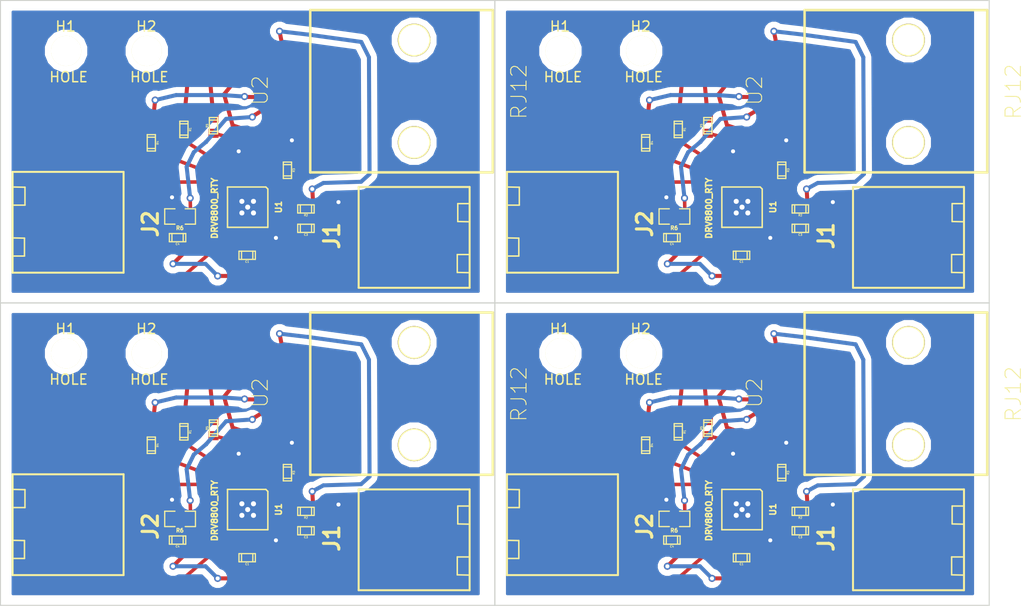
<source format=kicad_pcb>
(kicad_pcb (version 3) (host pcbnew "(2013-08-24 BZR 4298)-stable")

  (general
    (links 179)
    (no_connects 51)
    (area 110.58676 80.949999 214.90153 144.9108)
    (thickness 1.6)
    (drawings 20)
    (tracks 520)
    (zones 0)
    (modules 60)
    (nets 18)
  )

  (page A)
  (layers
    (15 F.Cu signal)
    (0 B.Cu signal)
    (16 B.Adhes user)
    (17 F.Adhes user)
    (18 B.Paste user)
    (19 F.Paste user)
    (20 B.SilkS user)
    (21 F.SilkS user)
    (22 B.Mask user)
    (23 F.Mask user)
    (24 Dwgs.User user)
    (25 Cmts.User user)
    (26 Eco1.User user)
    (27 Eco2.User user)
    (28 Edge.Cuts user)
  )

  (setup
    (last_trace_width 0.25)
    (user_trace_width 0.2)
    (user_trace_width 0.25)
    (user_trace_width 0.3)
    (user_trace_width 0.35)
    (user_trace_width 0.4)
    (user_trace_width 0.5)
    (user_trace_width 0.6)
    (user_trace_width 0.7)
    (user_trace_width 0.8)
    (user_trace_width 0.9)
    (user_trace_width 1)
    (user_trace_width 2)
    (trace_clearance 0.2)
    (zone_clearance 0.6)
    (zone_45_only no)
    (trace_min 0.1)
    (segment_width 0.2)
    (edge_width 0.1)
    (via_size 0.7)
    (via_drill 0.4)
    (via_min_size 0.7)
    (via_min_drill 0.4)
    (uvia_size 0.4)
    (uvia_drill 0.127)
    (uvias_allowed no)
    (uvia_min_size 0.4)
    (uvia_min_drill 0.127)
    (pcb_text_width 0.3)
    (pcb_text_size 1.5 1.5)
    (mod_edge_width 0.15)
    (mod_text_size 1 1)
    (mod_text_width 0.15)
    (pad_size 2.3 5.6)
    (pad_drill 0)
    (pad_to_mask_clearance 0)
    (aux_axis_origin 0 0)
    (visible_elements 7FFFFFFF)
    (pcbplotparams
      (layerselection 271613953)
      (usegerberextensions true)
      (excludeedgelayer true)
      (linewidth 0.150000)
      (plotframeref false)
      (viasonmask false)
      (mode 1)
      (useauxorigin false)
      (hpglpennumber 1)
      (hpglpenspeed 20)
      (hpglpendiameter 15)
      (hpglpenoverlay 2)
      (psnegative false)
      (psa4output false)
      (plotreference true)
      (plotvalue true)
      (plotothertext true)
      (plotinvisibletext false)
      (padsonsilk false)
      (subtractmaskfromsilk false)
      (outputformat 1)
      (mirror false)
      (drillshape 0)
      (scaleselection 1)
      (outputdirectory ""))
  )

  (net 0 "")
  (net 1 CS)
  (net 2 GND)
  (net 3 MODE)
  (net 4 Motor1OutA)
  (net 5 Motor1OutB)
  (net 6 N-0000014)
  (net 7 N-0000015)
  (net 8 N-0000019)
  (net 9 N-000002)
  (net 10 N-000003)
  (net 11 N-000006)
  (net 12 N-000007)
  (net 13 N-000009)
  (net 14 PHASE)
  (net 15 PWM)
  (net 16 VDD)
  (net 17 Vin)

  (net_class Default "This is the default net class."
    (clearance 0.2)
    (trace_width 0.25)
    (via_dia 0.7)
    (via_drill 0.4)
    (uvia_dia 0.4)
    (uvia_drill 0.127)
    (add_net "")
    (add_net CS)
    (add_net GND)
    (add_net MODE)
    (add_net Motor1OutA)
    (add_net Motor1OutB)
    (add_net N-0000014)
    (add_net N-0000015)
    (add_net N-0000019)
    (add_net N-000002)
    (add_net N-000003)
    (add_net N-000006)
    (add_net N-000007)
    (add_net N-000009)
    (add_net PHASE)
    (add_net PWM)
    (add_net VDD)
    (add_net Vin)
  )

  (module TED_Terminal_1814634 (layer F.Cu) (tedit 5390DC53) (tstamp 5393E6A1)
    (at 120.2 133 270)
    (path /5390E0F4)
    (fp_text reference J2 (at 0.15748 -8.15848 270) (layer F.SilkS)
      (effects (font (thickness 0.3048)))
    )
    (fp_text value TERMINAL_2X1 (at 0.1016 8.49884 270) (layer F.SilkS) hide
      (effects (font (thickness 0.3048)))
    )
    (fp_line (start 3.35 4.325) (end 3.35 5.475) (layer F.SilkS) (width 0.15))
    (fp_line (start 1.575 4.325) (end 3.35 4.325) (layer F.SilkS) (width 0.15))
    (fp_line (start 1.55 5.5) (end 1.575 4.325) (layer F.SilkS) (width 0.15))
    (fp_line (start -3.5 5.45) (end -3.475 4.275) (layer F.SilkS) (width 0.15))
    (fp_line (start -3.475 4.275) (end -1.7 4.275) (layer F.SilkS) (width 0.15))
    (fp_line (start -1.7 4.275) (end -1.7 5.425) (layer F.SilkS) (width 0.15))
    (fp_line (start -5 -5.5) (end 5 -5.5) (layer F.SilkS) (width 0.20066))
    (fp_line (start 5 -5.5) (end 5 5.5) (layer F.SilkS) (width 0.20066))
    (fp_line (start 5 5.5) (end -5 5.5) (layer F.SilkS) (width 0.20066))
    (fp_line (start -5 5.5) (end -5 -5.5) (layer F.SilkS) (width 0.20066))
    (pad PAD smd rect (at 3.85 0.8 270) (size 2.3 5.6)
      (layers F.Cu F.Paste F.Mask)
    )
    (pad 1 smd rect (at -1.25 -5.8 270) (size 1.4 3.4)
      (layers F.Cu F.Paste F.Mask)
      (net 4 Motor1OutA)
    )
    (pad 2 smd rect (at 1.25 -5.8 270) (size 1.4 3.4)
      (layers F.Cu F.Paste F.Mask)
      (net 5 Motor1OutB)
    )
    (pad PAD smd rect (at -3.85 0.8 270) (size 2.3 5.6)
      (layers F.Cu F.Paste F.Mask)
    )
  )

  (module TED_Terminal_1814634 (layer F.Cu) (tedit 5390DC53) (tstamp 5393E690)
    (at 154.5 134.5 90)
    (path /5390E0D8)
    (fp_text reference J1 (at 0.15748 -8.15848 90) (layer F.SilkS)
      (effects (font (thickness 0.3048)))
    )
    (fp_text value TERMINAL_2X1 (at 0.1016 8.49884 90) (layer F.SilkS) hide
      (effects (font (thickness 0.3048)))
    )
    (fp_line (start 3.35 4.325) (end 3.35 5.475) (layer F.SilkS) (width 0.15))
    (fp_line (start 1.575 4.325) (end 3.35 4.325) (layer F.SilkS) (width 0.15))
    (fp_line (start 1.55 5.5) (end 1.575 4.325) (layer F.SilkS) (width 0.15))
    (fp_line (start -3.5 5.45) (end -3.475 4.275) (layer F.SilkS) (width 0.15))
    (fp_line (start -3.475 4.275) (end -1.7 4.275) (layer F.SilkS) (width 0.15))
    (fp_line (start -1.7 4.275) (end -1.7 5.425) (layer F.SilkS) (width 0.15))
    (fp_line (start -5 -5.5) (end 5 -5.5) (layer F.SilkS) (width 0.20066))
    (fp_line (start 5 -5.5) (end 5 5.5) (layer F.SilkS) (width 0.20066))
    (fp_line (start 5 5.5) (end -5 5.5) (layer F.SilkS) (width 0.20066))
    (fp_line (start -5 5.5) (end -5 -5.5) (layer F.SilkS) (width 0.20066))
    (pad PAD smd rect (at 3.85 0.8 90) (size 2.3 5.6)
      (layers F.Cu F.Paste F.Mask)
    )
    (pad 1 smd rect (at -1.25 -5.8 90) (size 1.4 3.4)
      (layers F.Cu F.Paste F.Mask)
      (net 17 Vin)
    )
    (pad 2 smd rect (at 1.25 -5.8 90) (size 1.4 3.4)
      (layers F.Cu F.Paste F.Mask)
      (net 2 GND)
    )
    (pad PAD smd rect (at -3.85 0.8 90) (size 2.3 5.6)
      (layers F.Cu F.Paste F.Mask)
    )
  )

  (module TED_SM0805 (layer F.Cu) (tedit 522E5F71) (tstamp 5393E685)
    (at 131.3 132.425 180)
    (path /532CD0D4)
    (attr smd)
    (fp_text reference R6 (at 0.0254 -1.14808 180) (layer F.SilkS)
      (effects (font (size 0.381 0.381) (thickness 0.09398)))
    )
    (fp_text value 10m (at 0.10668 1.19888 180) (layer F.SilkS) hide
      (effects (font (size 0.381 0.381) (thickness 0.09398)))
    )
    (fp_line (start -0.508 0.762) (end -1.524 0.762) (layer F.SilkS) (width 0.127))
    (fp_line (start -1.524 0.762) (end -1.524 -0.762) (layer F.SilkS) (width 0.127))
    (fp_line (start -1.524 -0.762) (end -0.508 -0.762) (layer F.SilkS) (width 0.127))
    (fp_line (start 0.508 -0.762) (end 1.524 -0.762) (layer F.SilkS) (width 0.127))
    (fp_line (start 1.524 -0.762) (end 1.524 0.762) (layer F.SilkS) (width 0.127))
    (fp_line (start 1.524 0.762) (end 0.508 0.762) (layer F.SilkS) (width 0.127))
    (pad 1 smd rect (at -0.9525 0 180) (size 0.889 1.397)
      (layers F.Cu F.Paste F.Mask)
      (net 1 CS)
    )
    (pad 2 smd rect (at 0.9525 0 180) (size 0.889 1.397)
      (layers F.Cu F.Paste F.Mask)
      (net 2 GND)
    )
    (model smd/chip_cms.wrl
      (at (xyz 0 0 0))
      (scale (xyz 0.1 0.1 0.1))
      (rotate (xyz 0 0 0))
    )
  )

  (module TED_RJ12_955016669 (layer F.Cu) (tedit 538101BC) (tstamp 5393E676)
    (at 154.5 120 90)
    (path /537E7BB7)
    (fp_text reference U2 (at 0.08 -15.26 90) (layer F.SilkS)
      (effects (font (thickness 0.09906)))
    )
    (fp_text value RJ12 (at -0.04 10.39 90) (layer F.SilkS)
      (effects (font (thickness 0.09906)))
    )
    (fp_line (start -8.05 -10.3) (end 8.05 -10.3) (layer F.SilkS) (width 0.254))
    (fp_line (start 8.05 -10.3) (end 8.05 7.8) (layer F.SilkS) (width 0.254))
    (fp_line (start 8.05 7.8) (end -8.05 7.8) (layer F.SilkS) (width 0.254))
    (fp_line (start -8.05 7.8) (end -8.05 -10.3) (layer F.SilkS) (width 0.254))
    (pad 1 smd rect (at -3.175 -10.225 90) (size 0.76 6.35)
      (layers F.Cu F.Paste F.Mask)
      (net 2 GND)
      (clearance 0.2)
    )
    (pad 3 smd rect (at -0.635 -10.225 90) (size 0.76 6.35)
      (layers F.Cu F.Paste F.Mask)
      (net 7 N-0000015)
      (clearance 0.2)
    )
    (pad 5 smd rect (at 1.905 -10.225 90) (size 0.76 6.35)
      (layers F.Cu F.Paste F.Mask)
      (net 6 N-0000014)
      (clearance 0.2)
    )
    (pad 4 smd rect (at 0.635 -10.225 90) (size 0.76 6.35)
      (layers F.Cu F.Paste F.Mask)
      (net 8 N-0000019)
      (clearance 0.2)
    )
    (pad 6 smd rect (at 3.175 -10.225 90) (size 0.76 6.35)
      (layers F.Cu F.Paste F.Mask)
      (net 16 VDD)
      (clearance 0.2)
    )
    (pad "" np_thru_hole circle (at 5.08 0 90) (size 3.25 3.25) (drill 3)
      (layers *.Cu *.Mask F.SilkS)
      (clearance 0.3)
    )
    (pad "" np_thru_hole circle (at -5.08 0 90) (size 3.25 3.25) (drill 3)
      (layers *.Cu *.Mask F.SilkS)
      (clearance 0.3)
    )
    (pad 2 smd rect (at -1.905 -10.225 90) (size 0.76 6.35)
      (layers F.Cu F.Paste F.Mask)
      (net 1 CS)
      (clearance 0.2)
    )
  )

  (module TED_Hole_3mm (layer F.Cu) (tedit 52802437) (tstamp 5393E672)
    (at 128 116)
    (path /52D61D21)
    (fp_text reference H2 (at -0.05 -2.425) (layer F.SilkS)
      (effects (font (size 1 1) (thickness 0.15)))
    )
    (fp_text value HOLE (at 0.25 2.6) (layer F.SilkS)
      (effects (font (size 1 1) (thickness 0.15)))
    )
    (pad "" np_thru_hole circle (at 0 0) (size 3 3) (drill 3)
      (layers *.Cu *.Mask F.SilkS)
    )
  )

  (module TED_Hole_3mm (layer F.Cu) (tedit 52802437) (tstamp 5393E66E)
    (at 120 116)
    (path /52D61D03)
    (fp_text reference H1 (at -0.05 -2.425) (layer F.SilkS)
      (effects (font (size 1 1) (thickness 0.15)))
    )
    (fp_text value HOLE (at 0.25 2.6) (layer F.SilkS)
      (effects (font (size 1 1) (thickness 0.15)))
    )
    (pad "" np_thru_hole circle (at 0 0) (size 3 3) (drill 3)
      (layers *.Cu *.Mask F.SilkS)
    )
  )

  (module TED_QFN16+1 (layer F.Cu) (tedit 532CC866) (tstamp 5393E64F)
    (at 138 131.5 270)
    (path /53880556)
    (solder_mask_margin 0.1)
    (solder_paste_margin -0.1)
    (solder_paste_ratio -0.2)
    (clearance 0.1)
    (fp_text reference U1 (at -0.01 -3.07 270) (layer F.SilkS)
      (effects (font (size 0.6 0.6) (thickness 0.15)))
    )
    (fp_text value DRV8800_RTY (at 0.11 3.28 270) (layer F.SilkS)
      (effects (font (size 0.6 0.6) (thickness 0.15)))
    )
    (fp_line (start -1.8 -2) (end 2 -2) (layer F.SilkS) (width 0.14986))
    (fp_line (start -2 -1.8) (end -2 2) (layer F.SilkS) (width 0.14986))
    (fp_line (start -1.8 -2) (end -2 -1.8) (layer F.SilkS) (width 0.14986))
    (fp_line (start 2 2) (end -2 2) (layer F.SilkS) (width 0.14986))
    (fp_line (start 2 -2) (end 2 2) (layer F.SilkS) (width 0.14986))
    (pad 17 smd rect (at 0 0 180) (size 2.1 2.1)
      (layers F.Cu F.Paste)
      (net 2 GND)
      (zone_connect 2)
    )
    (pad 1 smd rect (at -1.9 -0.975 270) (size 1 0.35)
      (layers F.Cu F.Paste F.Mask)
      (net 14 PHASE)
    )
    (pad 2 smd rect (at -1.9 -0.325 270) (size 1 0.35)
      (layers F.Cu F.Paste F.Mask)
      (net 2 GND)
    )
    (pad 3 smd rect (at -1.9 0.325 270) (size 1 0.35)
      (layers F.Cu F.Paste F.Mask)
      (net 13 N-000009)
    )
    (pad 4 smd rect (at -1.9 0.975 270) (size 1 0.35)
      (layers F.Cu F.Paste F.Mask)
      (net 15 PWM)
    )
    (pad 5 smd rect (at -0.975 1.9 180) (size 1 0.35)
      (layers F.Cu F.Paste F.Mask)
    )
    (pad 6 smd rect (at -0.325 1.9 180) (size 1 0.35)
      (layers F.Cu F.Paste F.Mask)
      (net 4 Motor1OutA)
    )
    (pad 7 smd rect (at 0.325 1.9 180) (size 1 0.35)
      (layers F.Cu F.Paste F.Mask)
      (net 1 CS)
    )
    (pad 8 smd rect (at 0.975 1.9 180) (size 1 0.35)
      (layers F.Cu F.Paste F.Mask)
      (net 17 Vin)
    )
    (pad 9 smd rect (at 1.9 0.975 270) (size 1 0.35)
      (layers F.Cu F.Paste F.Mask)
      (net 5 Motor1OutB)
    )
    (pad 10 smd rect (at 1.9 0.325 270) (size 1 0.35)
      (layers F.Cu F.Paste F.Mask)
      (net 10 N-000003)
    )
    (pad 11 smd rect (at 1.9 -0.325 270) (size 1 0.35)
      (layers F.Cu F.Paste F.Mask)
      (net 9 N-000002)
    )
    (pad 12 smd rect (at 1.9 -0.975 270) (size 1 0.35)
      (layers F.Cu F.Paste F.Mask)
      (net 2 GND)
    )
    (pad 13 smd rect (at 0.975 -1.9 180) (size 1 0.35)
      (layers F.Cu F.Paste F.Mask)
      (net 11 N-000006)
    )
    (pad 14 smd rect (at 0.325 -1.9 180) (size 1 0.35)
      (layers F.Cu F.Paste F.Mask)
    )
    (pad 15 smd rect (at -0.325 -1.9 180) (size 1 0.35)
      (layers F.Cu F.Paste F.Mask)
      (net 12 N-000007)
    )
    (pad 16 smd rect (at -0.975 -1.9 180) (size 1 0.35)
      (layers F.Cu F.Paste F.Mask)
      (net 3 MODE)
    )
    (pad 17 thru_hole circle (at 0 0 180) (size 0.5 0.5) (drill 0.5)
      (layers *.Cu)
      (net 2 GND)
      (zone_connect 2)
    )
    (pad 17 thru_hole circle (at 0.575 -0.575 180) (size 0.5 0.5) (drill 0.5)
      (layers *.Cu)
      (net 2 GND)
      (zone_connect 2)
    )
    (pad 17 thru_hole circle (at -0.575 -0.575 180) (size 0.5 0.5) (drill 0.5)
      (layers *.Cu)
      (net 2 GND)
      (zone_connect 2)
    )
    (pad 17 thru_hole circle (at 0.575 0.575 180) (size 0.5 0.5) (drill 0.5)
      (layers *.Cu)
      (net 2 GND)
      (zone_connect 2)
    )
    (pad 17 thru_hole circle (at -0.575 0.575 180) (size 0.5 0.5) (drill 0.5)
      (layers *.Cu)
      (net 2 GND)
      (zone_connect 2)
    )
    (pad 17 smd rect (at 0 0 180) (size 2.1 2.1)
      (layers B.Cu B.Paste)
      (net 2 GND)
      (zone_connect 2)
    )
    (model smd/qfn24.wrl
      (at (xyz 0 0 0))
      (scale (xyz 1 1 1))
      (rotate (xyz 0 0 0))
    )
  )

  (module TED_SM0603 (layer F.Cu) (tedit 527731CB) (tstamp 5393E644)
    (at 131.05 134.525 180)
    (descr "SMT capacitor, 0603")
    (path /532CCE8D)
    (fp_text reference C4 (at 0 -0.635 180) (layer F.SilkS)
      (effects (font (size 0.20066 0.20066) (thickness 0.04064)))
    )
    (fp_text value ".1uF (50v)" (at 0 0.635 180) (layer F.SilkS) hide
      (effects (font (size 0.20066 0.20066) (thickness 0.04064)))
    )
    (fp_line (start 0.5588 0.4064) (end 0.5588 -0.4064) (layer F.SilkS) (width 0.127))
    (fp_line (start -0.5588 -0.381) (end -0.5588 0.4064) (layer F.SilkS) (width 0.127))
    (fp_line (start -0.8128 -0.4064) (end 0.8128 -0.4064) (layer F.SilkS) (width 0.127))
    (fp_line (start 0.8128 -0.4064) (end 0.8128 0.4064) (layer F.SilkS) (width 0.127))
    (fp_line (start 0.8128 0.4064) (end -0.8128 0.4064) (layer F.SilkS) (width 0.127))
    (fp_line (start -0.8128 0.4064) (end -0.8128 -0.4064) (layer F.SilkS) (width 0.127))
    (pad 2 smd rect (at 0.75184 0 180) (size 0.89916 1.00076)
      (layers F.Cu F.Paste F.Mask)
      (net 2 GND)
      (clearance 0.1)
    )
    (pad 1 smd rect (at -0.75184 0 180) (size 0.89916 1.00076)
      (layers F.Cu F.Paste F.Mask)
      (net 17 Vin)
      (clearance 0.1)
    )
    (model smd/capacitors/c_0603.wrl
      (at (xyz 0 0 0))
      (scale (xyz 1 1 1))
      (rotate (xyz 0 0 0))
    )
  )

  (module TED_SM0603 (layer F.Cu) (tedit 527731CB) (tstamp 5393E639)
    (at 143.775 133.6 180)
    (descr "SMT capacitor, 0603")
    (path /532CCF4F)
    (fp_text reference C3 (at 0 -0.635 180) (layer F.SilkS)
      (effects (font (size 0.20066 0.20066) (thickness 0.04064)))
    )
    (fp_text value ".1uF (50v)" (at 0 0.635 180) (layer F.SilkS) hide
      (effects (font (size 0.20066 0.20066) (thickness 0.04064)))
    )
    (fp_line (start 0.5588 0.4064) (end 0.5588 -0.4064) (layer F.SilkS) (width 0.127))
    (fp_line (start -0.5588 -0.381) (end -0.5588 0.4064) (layer F.SilkS) (width 0.127))
    (fp_line (start -0.8128 -0.4064) (end 0.8128 -0.4064) (layer F.SilkS) (width 0.127))
    (fp_line (start 0.8128 -0.4064) (end 0.8128 0.4064) (layer F.SilkS) (width 0.127))
    (fp_line (start 0.8128 0.4064) (end -0.8128 0.4064) (layer F.SilkS) (width 0.127))
    (fp_line (start -0.8128 0.4064) (end -0.8128 -0.4064) (layer F.SilkS) (width 0.127))
    (pad 2 smd rect (at 0.75184 0 180) (size 0.89916 1.00076)
      (layers F.Cu F.Paste F.Mask)
      (net 11 N-000006)
      (clearance 0.1)
    )
    (pad 1 smd rect (at -0.75184 0 180) (size 0.89916 1.00076)
      (layers F.Cu F.Paste F.Mask)
      (net 17 Vin)
      (clearance 0.1)
    )
    (model smd/capacitors/c_0603.wrl
      (at (xyz 0 0 0))
      (scale (xyz 1 1 1))
      (rotate (xyz 0 0 0))
    )
  )

  (module TED_SM0603 (layer F.Cu) (tedit 527731CB) (tstamp 5393E62E)
    (at 143.775 131.675 180)
    (descr "SMT capacitor, 0603")
    (path /532CCFD5)
    (fp_text reference R2 (at 0 -0.635 180) (layer F.SilkS)
      (effects (font (size 0.20066 0.20066) (thickness 0.04064)))
    )
    (fp_text value 3.3k (at 0 0.635 180) (layer F.SilkS) hide
      (effects (font (size 0.20066 0.20066) (thickness 0.04064)))
    )
    (fp_line (start 0.5588 0.4064) (end 0.5588 -0.4064) (layer F.SilkS) (width 0.127))
    (fp_line (start -0.5588 -0.381) (end -0.5588 0.4064) (layer F.SilkS) (width 0.127))
    (fp_line (start -0.8128 -0.4064) (end 0.8128 -0.4064) (layer F.SilkS) (width 0.127))
    (fp_line (start 0.8128 -0.4064) (end 0.8128 0.4064) (layer F.SilkS) (width 0.127))
    (fp_line (start 0.8128 0.4064) (end -0.8128 0.4064) (layer F.SilkS) (width 0.127))
    (fp_line (start -0.8128 0.4064) (end -0.8128 -0.4064) (layer F.SilkS) (width 0.127))
    (pad 2 smd rect (at 0.75184 0 180) (size 0.89916 1.00076)
      (layers F.Cu F.Paste F.Mask)
      (net 12 N-000007)
      (clearance 0.1)
    )
    (pad 1 smd rect (at -0.75184 0 180) (size 0.89916 1.00076)
      (layers F.Cu F.Paste F.Mask)
      (net 16 VDD)
      (clearance 0.1)
    )
    (model smd/capacitors/c_0603.wrl
      (at (xyz 0 0 0))
      (scale (xyz 1 1 1))
      (rotate (xyz 0 0 0))
    )
  )

  (module TED_SM0603 (layer F.Cu) (tedit 527731CB) (tstamp 5393E623)
    (at 131.68 123.79 270)
    (descr "SMT capacitor, 0603")
    (path /532CD08D)
    (fp_text reference R1 (at 0 -0.635 270) (layer F.SilkS)
      (effects (font (size 0.20066 0.20066) (thickness 0.04064)))
    )
    (fp_text value 3.3k (at 0 0.635 270) (layer F.SilkS) hide
      (effects (font (size 0.20066 0.20066) (thickness 0.04064)))
    )
    (fp_line (start 0.5588 0.4064) (end 0.5588 -0.4064) (layer F.SilkS) (width 0.127))
    (fp_line (start -0.5588 -0.381) (end -0.5588 0.4064) (layer F.SilkS) (width 0.127))
    (fp_line (start -0.8128 -0.4064) (end 0.8128 -0.4064) (layer F.SilkS) (width 0.127))
    (fp_line (start 0.8128 -0.4064) (end 0.8128 0.4064) (layer F.SilkS) (width 0.127))
    (fp_line (start 0.8128 0.4064) (end -0.8128 0.4064) (layer F.SilkS) (width 0.127))
    (fp_line (start -0.8128 0.4064) (end -0.8128 -0.4064) (layer F.SilkS) (width 0.127))
    (pad 2 smd rect (at 0.75184 0 270) (size 0.89916 1.00076)
      (layers F.Cu F.Paste F.Mask)
      (net 13 N-000009)
      (clearance 0.1)
    )
    (pad 1 smd rect (at -0.75184 0 270) (size 0.89916 1.00076)
      (layers F.Cu F.Paste F.Mask)
      (net 16 VDD)
      (clearance 0.1)
    )
    (model smd/capacitors/c_0603.wrl
      (at (xyz 0 0 0))
      (scale (xyz 1 1 1))
      (rotate (xyz 0 0 0))
    )
  )

  (module TED_SM0603 (layer F.Cu) (tedit 527731CB) (tstamp 5393E618)
    (at 137.95 136.275 180)
    (descr "SMT capacitor, 0603")
    (path /532CD1F4)
    (fp_text reference C1 (at 0 -0.635 180) (layer F.SilkS)
      (effects (font (size 0.20066 0.20066) (thickness 0.04064)))
    )
    (fp_text value ".1uF (50v)" (at 0 0.635 180) (layer F.SilkS) hide
      (effects (font (size 0.20066 0.20066) (thickness 0.04064)))
    )
    (fp_line (start 0.5588 0.4064) (end 0.5588 -0.4064) (layer F.SilkS) (width 0.127))
    (fp_line (start -0.5588 -0.381) (end -0.5588 0.4064) (layer F.SilkS) (width 0.127))
    (fp_line (start -0.8128 -0.4064) (end 0.8128 -0.4064) (layer F.SilkS) (width 0.127))
    (fp_line (start 0.8128 -0.4064) (end 0.8128 0.4064) (layer F.SilkS) (width 0.127))
    (fp_line (start 0.8128 0.4064) (end -0.8128 0.4064) (layer F.SilkS) (width 0.127))
    (fp_line (start -0.8128 0.4064) (end -0.8128 -0.4064) (layer F.SilkS) (width 0.127))
    (pad 2 smd rect (at 0.75184 0 180) (size 0.89916 1.00076)
      (layers F.Cu F.Paste F.Mask)
      (net 10 N-000003)
      (clearance 0.1)
    )
    (pad 1 smd rect (at -0.75184 0 180) (size 0.89916 1.00076)
      (layers F.Cu F.Paste F.Mask)
      (net 9 N-000002)
      (clearance 0.1)
    )
    (model smd/capacitors/c_0603.wrl
      (at (xyz 0 0 0))
      (scale (xyz 1 1 1))
      (rotate (xyz 0 0 0))
    )
  )

  (module TED_SM0603 (layer F.Cu) (tedit 527731CB) (tstamp 5393E60D)
    (at 128.45 125.12 270)
    (descr "SMT capacitor, 0603")
    (path /5260A785)
    (fp_text reference R4 (at 0 -0.635 270) (layer F.SilkS)
      (effects (font (size 0.20066 0.20066) (thickness 0.04064)))
    )
    (fp_text value 1k (at 0 0.635 270) (layer F.SilkS) hide
      (effects (font (size 0.20066 0.20066) (thickness 0.04064)))
    )
    (fp_line (start 0.5588 0.4064) (end 0.5588 -0.4064) (layer F.SilkS) (width 0.127))
    (fp_line (start -0.5588 -0.381) (end -0.5588 0.4064) (layer F.SilkS) (width 0.127))
    (fp_line (start -0.8128 -0.4064) (end 0.8128 -0.4064) (layer F.SilkS) (width 0.127))
    (fp_line (start 0.8128 -0.4064) (end 0.8128 0.4064) (layer F.SilkS) (width 0.127))
    (fp_line (start 0.8128 0.4064) (end -0.8128 0.4064) (layer F.SilkS) (width 0.127))
    (fp_line (start -0.8128 0.4064) (end -0.8128 -0.4064) (layer F.SilkS) (width 0.127))
    (pad 2 smd rect (at 0.75184 0 270) (size 0.89916 1.00076)
      (layers F.Cu F.Paste F.Mask)
      (net 15 PWM)
      (clearance 0.1)
    )
    (pad 1 smd rect (at -0.75184 0 270) (size 0.89916 1.00076)
      (layers F.Cu F.Paste F.Mask)
      (net 7 N-0000015)
      (clearance 0.1)
    )
    (model smd/capacitors/c_0603.wrl
      (at (xyz 0 0 0))
      (scale (xyz 1 1 1))
      (rotate (xyz 0 0 0))
    )
  )

  (module TED_SM0603 (layer F.Cu) (tedit 527731CB) (tstamp 5393E602)
    (at 134.61 123.42 90)
    (descr "SMT capacitor, 0603")
    (path /5260A77F)
    (fp_text reference R5 (at 0 -0.635 90) (layer F.SilkS)
      (effects (font (size 0.20066 0.20066) (thickness 0.04064)))
    )
    (fp_text value 1k (at 0 0.635 90) (layer F.SilkS) hide
      (effects (font (size 0.20066 0.20066) (thickness 0.04064)))
    )
    (fp_line (start 0.5588 0.4064) (end 0.5588 -0.4064) (layer F.SilkS) (width 0.127))
    (fp_line (start -0.5588 -0.381) (end -0.5588 0.4064) (layer F.SilkS) (width 0.127))
    (fp_line (start -0.8128 -0.4064) (end 0.8128 -0.4064) (layer F.SilkS) (width 0.127))
    (fp_line (start 0.8128 -0.4064) (end 0.8128 0.4064) (layer F.SilkS) (width 0.127))
    (fp_line (start 0.8128 0.4064) (end -0.8128 0.4064) (layer F.SilkS) (width 0.127))
    (fp_line (start -0.8128 0.4064) (end -0.8128 -0.4064) (layer F.SilkS) (width 0.127))
    (pad 2 smd rect (at 0.75184 0 90) (size 0.89916 1.00076)
      (layers F.Cu F.Paste F.Mask)
      (net 6 N-0000014)
      (clearance 0.1)
    )
    (pad 1 smd rect (at -0.75184 0 90) (size 0.89916 1.00076)
      (layers F.Cu F.Paste F.Mask)
      (net 14 PHASE)
      (clearance 0.1)
    )
    (model smd/capacitors/c_0603.wrl
      (at (xyz 0 0 0))
      (scale (xyz 1 1 1))
      (rotate (xyz 0 0 0))
    )
  )

  (module TED_SM0603 (layer F.Cu) (tedit 527731CB) (tstamp 5393E5F7)
    (at 141.94 127.84 270)
    (descr "SMT capacitor, 0603")
    (path /5260A766)
    (fp_text reference R3 (at 0 -0.635 270) (layer F.SilkS)
      (effects (font (size 0.20066 0.20066) (thickness 0.04064)))
    )
    (fp_text value 1k (at 0 0.635 270) (layer F.SilkS) hide
      (effects (font (size 0.20066 0.20066) (thickness 0.04064)))
    )
    (fp_line (start 0.5588 0.4064) (end 0.5588 -0.4064) (layer F.SilkS) (width 0.127))
    (fp_line (start -0.5588 -0.381) (end -0.5588 0.4064) (layer F.SilkS) (width 0.127))
    (fp_line (start -0.8128 -0.4064) (end 0.8128 -0.4064) (layer F.SilkS) (width 0.127))
    (fp_line (start 0.8128 -0.4064) (end 0.8128 0.4064) (layer F.SilkS) (width 0.127))
    (fp_line (start 0.8128 0.4064) (end -0.8128 0.4064) (layer F.SilkS) (width 0.127))
    (fp_line (start -0.8128 0.4064) (end -0.8128 -0.4064) (layer F.SilkS) (width 0.127))
    (pad 2 smd rect (at 0.75184 0 270) (size 0.89916 1.00076)
      (layers F.Cu F.Paste F.Mask)
      (net 3 MODE)
      (clearance 0.1)
    )
    (pad 1 smd rect (at -0.75184 0 270) (size 0.89916 1.00076)
      (layers F.Cu F.Paste F.Mask)
      (net 8 N-0000019)
      (clearance 0.1)
    )
    (model smd/capacitors/c_0603.wrl
      (at (xyz 0 0 0))
      (scale (xyz 1 1 1))
      (rotate (xyz 0 0 0))
    )
  )

  (module TED_SM0603 (layer F.Cu) (tedit 527731CB) (tstamp 5393E5EC)
    (at 190.94 127.84 270)
    (descr "SMT capacitor, 0603")
    (path /5260A766)
    (fp_text reference R3 (at 0 -0.635 270) (layer F.SilkS)
      (effects (font (size 0.20066 0.20066) (thickness 0.04064)))
    )
    (fp_text value 1k (at 0 0.635 270) (layer F.SilkS) hide
      (effects (font (size 0.20066 0.20066) (thickness 0.04064)))
    )
    (fp_line (start 0.5588 0.4064) (end 0.5588 -0.4064) (layer F.SilkS) (width 0.127))
    (fp_line (start -0.5588 -0.381) (end -0.5588 0.4064) (layer F.SilkS) (width 0.127))
    (fp_line (start -0.8128 -0.4064) (end 0.8128 -0.4064) (layer F.SilkS) (width 0.127))
    (fp_line (start 0.8128 -0.4064) (end 0.8128 0.4064) (layer F.SilkS) (width 0.127))
    (fp_line (start 0.8128 0.4064) (end -0.8128 0.4064) (layer F.SilkS) (width 0.127))
    (fp_line (start -0.8128 0.4064) (end -0.8128 -0.4064) (layer F.SilkS) (width 0.127))
    (pad 2 smd rect (at 0.75184 0 270) (size 0.89916 1.00076)
      (layers F.Cu F.Paste F.Mask)
      (net 3 MODE)
      (clearance 0.1)
    )
    (pad 1 smd rect (at -0.75184 0 270) (size 0.89916 1.00076)
      (layers F.Cu F.Paste F.Mask)
      (net 8 N-0000019)
      (clearance 0.1)
    )
    (model smd/capacitors/c_0603.wrl
      (at (xyz 0 0 0))
      (scale (xyz 1 1 1))
      (rotate (xyz 0 0 0))
    )
  )

  (module TED_SM0603 (layer F.Cu) (tedit 527731CB) (tstamp 5393E5E1)
    (at 183.61 123.42 90)
    (descr "SMT capacitor, 0603")
    (path /5260A77F)
    (fp_text reference R5 (at 0 -0.635 90) (layer F.SilkS)
      (effects (font (size 0.20066 0.20066) (thickness 0.04064)))
    )
    (fp_text value 1k (at 0 0.635 90) (layer F.SilkS) hide
      (effects (font (size 0.20066 0.20066) (thickness 0.04064)))
    )
    (fp_line (start 0.5588 0.4064) (end 0.5588 -0.4064) (layer F.SilkS) (width 0.127))
    (fp_line (start -0.5588 -0.381) (end -0.5588 0.4064) (layer F.SilkS) (width 0.127))
    (fp_line (start -0.8128 -0.4064) (end 0.8128 -0.4064) (layer F.SilkS) (width 0.127))
    (fp_line (start 0.8128 -0.4064) (end 0.8128 0.4064) (layer F.SilkS) (width 0.127))
    (fp_line (start 0.8128 0.4064) (end -0.8128 0.4064) (layer F.SilkS) (width 0.127))
    (fp_line (start -0.8128 0.4064) (end -0.8128 -0.4064) (layer F.SilkS) (width 0.127))
    (pad 2 smd rect (at 0.75184 0 90) (size 0.89916 1.00076)
      (layers F.Cu F.Paste F.Mask)
      (net 6 N-0000014)
      (clearance 0.1)
    )
    (pad 1 smd rect (at -0.75184 0 90) (size 0.89916 1.00076)
      (layers F.Cu F.Paste F.Mask)
      (net 14 PHASE)
      (clearance 0.1)
    )
    (model smd/capacitors/c_0603.wrl
      (at (xyz 0 0 0))
      (scale (xyz 1 1 1))
      (rotate (xyz 0 0 0))
    )
  )

  (module TED_SM0603 (layer F.Cu) (tedit 527731CB) (tstamp 5393E5D6)
    (at 177.45 125.12 270)
    (descr "SMT capacitor, 0603")
    (path /5260A785)
    (fp_text reference R4 (at 0 -0.635 270) (layer F.SilkS)
      (effects (font (size 0.20066 0.20066) (thickness 0.04064)))
    )
    (fp_text value 1k (at 0 0.635 270) (layer F.SilkS) hide
      (effects (font (size 0.20066 0.20066) (thickness 0.04064)))
    )
    (fp_line (start 0.5588 0.4064) (end 0.5588 -0.4064) (layer F.SilkS) (width 0.127))
    (fp_line (start -0.5588 -0.381) (end -0.5588 0.4064) (layer F.SilkS) (width 0.127))
    (fp_line (start -0.8128 -0.4064) (end 0.8128 -0.4064) (layer F.SilkS) (width 0.127))
    (fp_line (start 0.8128 -0.4064) (end 0.8128 0.4064) (layer F.SilkS) (width 0.127))
    (fp_line (start 0.8128 0.4064) (end -0.8128 0.4064) (layer F.SilkS) (width 0.127))
    (fp_line (start -0.8128 0.4064) (end -0.8128 -0.4064) (layer F.SilkS) (width 0.127))
    (pad 2 smd rect (at 0.75184 0 270) (size 0.89916 1.00076)
      (layers F.Cu F.Paste F.Mask)
      (net 15 PWM)
      (clearance 0.1)
    )
    (pad 1 smd rect (at -0.75184 0 270) (size 0.89916 1.00076)
      (layers F.Cu F.Paste F.Mask)
      (net 7 N-0000015)
      (clearance 0.1)
    )
    (model smd/capacitors/c_0603.wrl
      (at (xyz 0 0 0))
      (scale (xyz 1 1 1))
      (rotate (xyz 0 0 0))
    )
  )

  (module TED_SM0603 (layer F.Cu) (tedit 527731CB) (tstamp 5393E5CB)
    (at 186.95 136.275 180)
    (descr "SMT capacitor, 0603")
    (path /532CD1F4)
    (fp_text reference C1 (at 0 -0.635 180) (layer F.SilkS)
      (effects (font (size 0.20066 0.20066) (thickness 0.04064)))
    )
    (fp_text value ".1uF (50v)" (at 0 0.635 180) (layer F.SilkS) hide
      (effects (font (size 0.20066 0.20066) (thickness 0.04064)))
    )
    (fp_line (start 0.5588 0.4064) (end 0.5588 -0.4064) (layer F.SilkS) (width 0.127))
    (fp_line (start -0.5588 -0.381) (end -0.5588 0.4064) (layer F.SilkS) (width 0.127))
    (fp_line (start -0.8128 -0.4064) (end 0.8128 -0.4064) (layer F.SilkS) (width 0.127))
    (fp_line (start 0.8128 -0.4064) (end 0.8128 0.4064) (layer F.SilkS) (width 0.127))
    (fp_line (start 0.8128 0.4064) (end -0.8128 0.4064) (layer F.SilkS) (width 0.127))
    (fp_line (start -0.8128 0.4064) (end -0.8128 -0.4064) (layer F.SilkS) (width 0.127))
    (pad 2 smd rect (at 0.75184 0 180) (size 0.89916 1.00076)
      (layers F.Cu F.Paste F.Mask)
      (net 10 N-000003)
      (clearance 0.1)
    )
    (pad 1 smd rect (at -0.75184 0 180) (size 0.89916 1.00076)
      (layers F.Cu F.Paste F.Mask)
      (net 9 N-000002)
      (clearance 0.1)
    )
    (model smd/capacitors/c_0603.wrl
      (at (xyz 0 0 0))
      (scale (xyz 1 1 1))
      (rotate (xyz 0 0 0))
    )
  )

  (module TED_SM0603 (layer F.Cu) (tedit 527731CB) (tstamp 5393E5C0)
    (at 180.68 123.79 270)
    (descr "SMT capacitor, 0603")
    (path /532CD08D)
    (fp_text reference R1 (at 0 -0.635 270) (layer F.SilkS)
      (effects (font (size 0.20066 0.20066) (thickness 0.04064)))
    )
    (fp_text value 3.3k (at 0 0.635 270) (layer F.SilkS) hide
      (effects (font (size 0.20066 0.20066) (thickness 0.04064)))
    )
    (fp_line (start 0.5588 0.4064) (end 0.5588 -0.4064) (layer F.SilkS) (width 0.127))
    (fp_line (start -0.5588 -0.381) (end -0.5588 0.4064) (layer F.SilkS) (width 0.127))
    (fp_line (start -0.8128 -0.4064) (end 0.8128 -0.4064) (layer F.SilkS) (width 0.127))
    (fp_line (start 0.8128 -0.4064) (end 0.8128 0.4064) (layer F.SilkS) (width 0.127))
    (fp_line (start 0.8128 0.4064) (end -0.8128 0.4064) (layer F.SilkS) (width 0.127))
    (fp_line (start -0.8128 0.4064) (end -0.8128 -0.4064) (layer F.SilkS) (width 0.127))
    (pad 2 smd rect (at 0.75184 0 270) (size 0.89916 1.00076)
      (layers F.Cu F.Paste F.Mask)
      (net 13 N-000009)
      (clearance 0.1)
    )
    (pad 1 smd rect (at -0.75184 0 270) (size 0.89916 1.00076)
      (layers F.Cu F.Paste F.Mask)
      (net 16 VDD)
      (clearance 0.1)
    )
    (model smd/capacitors/c_0603.wrl
      (at (xyz 0 0 0))
      (scale (xyz 1 1 1))
      (rotate (xyz 0 0 0))
    )
  )

  (module TED_SM0603 (layer F.Cu) (tedit 527731CB) (tstamp 5393E5B5)
    (at 192.775 131.675 180)
    (descr "SMT capacitor, 0603")
    (path /532CCFD5)
    (fp_text reference R2 (at 0 -0.635 180) (layer F.SilkS)
      (effects (font (size 0.20066 0.20066) (thickness 0.04064)))
    )
    (fp_text value 3.3k (at 0 0.635 180) (layer F.SilkS) hide
      (effects (font (size 0.20066 0.20066) (thickness 0.04064)))
    )
    (fp_line (start 0.5588 0.4064) (end 0.5588 -0.4064) (layer F.SilkS) (width 0.127))
    (fp_line (start -0.5588 -0.381) (end -0.5588 0.4064) (layer F.SilkS) (width 0.127))
    (fp_line (start -0.8128 -0.4064) (end 0.8128 -0.4064) (layer F.SilkS) (width 0.127))
    (fp_line (start 0.8128 -0.4064) (end 0.8128 0.4064) (layer F.SilkS) (width 0.127))
    (fp_line (start 0.8128 0.4064) (end -0.8128 0.4064) (layer F.SilkS) (width 0.127))
    (fp_line (start -0.8128 0.4064) (end -0.8128 -0.4064) (layer F.SilkS) (width 0.127))
    (pad 2 smd rect (at 0.75184 0 180) (size 0.89916 1.00076)
      (layers F.Cu F.Paste F.Mask)
      (net 12 N-000007)
      (clearance 0.1)
    )
    (pad 1 smd rect (at -0.75184 0 180) (size 0.89916 1.00076)
      (layers F.Cu F.Paste F.Mask)
      (net 16 VDD)
      (clearance 0.1)
    )
    (model smd/capacitors/c_0603.wrl
      (at (xyz 0 0 0))
      (scale (xyz 1 1 1))
      (rotate (xyz 0 0 0))
    )
  )

  (module TED_SM0603 (layer F.Cu) (tedit 527731CB) (tstamp 5393E5AA)
    (at 192.775 133.6 180)
    (descr "SMT capacitor, 0603")
    (path /532CCF4F)
    (fp_text reference C3 (at 0 -0.635 180) (layer F.SilkS)
      (effects (font (size 0.20066 0.20066) (thickness 0.04064)))
    )
    (fp_text value ".1uF (50v)" (at 0 0.635 180) (layer F.SilkS) hide
      (effects (font (size 0.20066 0.20066) (thickness 0.04064)))
    )
    (fp_line (start 0.5588 0.4064) (end 0.5588 -0.4064) (layer F.SilkS) (width 0.127))
    (fp_line (start -0.5588 -0.381) (end -0.5588 0.4064) (layer F.SilkS) (width 0.127))
    (fp_line (start -0.8128 -0.4064) (end 0.8128 -0.4064) (layer F.SilkS) (width 0.127))
    (fp_line (start 0.8128 -0.4064) (end 0.8128 0.4064) (layer F.SilkS) (width 0.127))
    (fp_line (start 0.8128 0.4064) (end -0.8128 0.4064) (layer F.SilkS) (width 0.127))
    (fp_line (start -0.8128 0.4064) (end -0.8128 -0.4064) (layer F.SilkS) (width 0.127))
    (pad 2 smd rect (at 0.75184 0 180) (size 0.89916 1.00076)
      (layers F.Cu F.Paste F.Mask)
      (net 11 N-000006)
      (clearance 0.1)
    )
    (pad 1 smd rect (at -0.75184 0 180) (size 0.89916 1.00076)
      (layers F.Cu F.Paste F.Mask)
      (net 17 Vin)
      (clearance 0.1)
    )
    (model smd/capacitors/c_0603.wrl
      (at (xyz 0 0 0))
      (scale (xyz 1 1 1))
      (rotate (xyz 0 0 0))
    )
  )

  (module TED_SM0603 (layer F.Cu) (tedit 527731CB) (tstamp 5393E59F)
    (at 180.05 134.525 180)
    (descr "SMT capacitor, 0603")
    (path /532CCE8D)
    (fp_text reference C4 (at 0 -0.635 180) (layer F.SilkS)
      (effects (font (size 0.20066 0.20066) (thickness 0.04064)))
    )
    (fp_text value ".1uF (50v)" (at 0 0.635 180) (layer F.SilkS) hide
      (effects (font (size 0.20066 0.20066) (thickness 0.04064)))
    )
    (fp_line (start 0.5588 0.4064) (end 0.5588 -0.4064) (layer F.SilkS) (width 0.127))
    (fp_line (start -0.5588 -0.381) (end -0.5588 0.4064) (layer F.SilkS) (width 0.127))
    (fp_line (start -0.8128 -0.4064) (end 0.8128 -0.4064) (layer F.SilkS) (width 0.127))
    (fp_line (start 0.8128 -0.4064) (end 0.8128 0.4064) (layer F.SilkS) (width 0.127))
    (fp_line (start 0.8128 0.4064) (end -0.8128 0.4064) (layer F.SilkS) (width 0.127))
    (fp_line (start -0.8128 0.4064) (end -0.8128 -0.4064) (layer F.SilkS) (width 0.127))
    (pad 2 smd rect (at 0.75184 0 180) (size 0.89916 1.00076)
      (layers F.Cu F.Paste F.Mask)
      (net 2 GND)
      (clearance 0.1)
    )
    (pad 1 smd rect (at -0.75184 0 180) (size 0.89916 1.00076)
      (layers F.Cu F.Paste F.Mask)
      (net 17 Vin)
      (clearance 0.1)
    )
    (model smd/capacitors/c_0603.wrl
      (at (xyz 0 0 0))
      (scale (xyz 1 1 1))
      (rotate (xyz 0 0 0))
    )
  )

  (module TED_QFN16+1 (layer F.Cu) (tedit 532CC866) (tstamp 5393E580)
    (at 187 131.5 270)
    (path /53880556)
    (solder_mask_margin 0.1)
    (solder_paste_margin -0.1)
    (solder_paste_ratio -0.2)
    (clearance 0.1)
    (fp_text reference U1 (at -0.01 -3.07 270) (layer F.SilkS)
      (effects (font (size 0.6 0.6) (thickness 0.15)))
    )
    (fp_text value DRV8800_RTY (at 0.11 3.28 270) (layer F.SilkS)
      (effects (font (size 0.6 0.6) (thickness 0.15)))
    )
    (fp_line (start -1.8 -2) (end 2 -2) (layer F.SilkS) (width 0.14986))
    (fp_line (start -2 -1.8) (end -2 2) (layer F.SilkS) (width 0.14986))
    (fp_line (start -1.8 -2) (end -2 -1.8) (layer F.SilkS) (width 0.14986))
    (fp_line (start 2 2) (end -2 2) (layer F.SilkS) (width 0.14986))
    (fp_line (start 2 -2) (end 2 2) (layer F.SilkS) (width 0.14986))
    (pad 17 smd rect (at 0 0 180) (size 2.1 2.1)
      (layers F.Cu F.Paste)
      (net 2 GND)
      (zone_connect 2)
    )
    (pad 1 smd rect (at -1.9 -0.975 270) (size 1 0.35)
      (layers F.Cu F.Paste F.Mask)
      (net 14 PHASE)
    )
    (pad 2 smd rect (at -1.9 -0.325 270) (size 1 0.35)
      (layers F.Cu F.Paste F.Mask)
      (net 2 GND)
    )
    (pad 3 smd rect (at -1.9 0.325 270) (size 1 0.35)
      (layers F.Cu F.Paste F.Mask)
      (net 13 N-000009)
    )
    (pad 4 smd rect (at -1.9 0.975 270) (size 1 0.35)
      (layers F.Cu F.Paste F.Mask)
      (net 15 PWM)
    )
    (pad 5 smd rect (at -0.975 1.9 180) (size 1 0.35)
      (layers F.Cu F.Paste F.Mask)
    )
    (pad 6 smd rect (at -0.325 1.9 180) (size 1 0.35)
      (layers F.Cu F.Paste F.Mask)
      (net 4 Motor1OutA)
    )
    (pad 7 smd rect (at 0.325 1.9 180) (size 1 0.35)
      (layers F.Cu F.Paste F.Mask)
      (net 1 CS)
    )
    (pad 8 smd rect (at 0.975 1.9 180) (size 1 0.35)
      (layers F.Cu F.Paste F.Mask)
      (net 17 Vin)
    )
    (pad 9 smd rect (at 1.9 0.975 270) (size 1 0.35)
      (layers F.Cu F.Paste F.Mask)
      (net 5 Motor1OutB)
    )
    (pad 10 smd rect (at 1.9 0.325 270) (size 1 0.35)
      (layers F.Cu F.Paste F.Mask)
      (net 10 N-000003)
    )
    (pad 11 smd rect (at 1.9 -0.325 270) (size 1 0.35)
      (layers F.Cu F.Paste F.Mask)
      (net 9 N-000002)
    )
    (pad 12 smd rect (at 1.9 -0.975 270) (size 1 0.35)
      (layers F.Cu F.Paste F.Mask)
      (net 2 GND)
    )
    (pad 13 smd rect (at 0.975 -1.9 180) (size 1 0.35)
      (layers F.Cu F.Paste F.Mask)
      (net 11 N-000006)
    )
    (pad 14 smd rect (at 0.325 -1.9 180) (size 1 0.35)
      (layers F.Cu F.Paste F.Mask)
    )
    (pad 15 smd rect (at -0.325 -1.9 180) (size 1 0.35)
      (layers F.Cu F.Paste F.Mask)
      (net 12 N-000007)
    )
    (pad 16 smd rect (at -0.975 -1.9 180) (size 1 0.35)
      (layers F.Cu F.Paste F.Mask)
      (net 3 MODE)
    )
    (pad 17 thru_hole circle (at 0 0 180) (size 0.5 0.5) (drill 0.5)
      (layers *.Cu)
      (net 2 GND)
      (zone_connect 2)
    )
    (pad 17 thru_hole circle (at 0.575 -0.575 180) (size 0.5 0.5) (drill 0.5)
      (layers *.Cu)
      (net 2 GND)
      (zone_connect 2)
    )
    (pad 17 thru_hole circle (at -0.575 -0.575 180) (size 0.5 0.5) (drill 0.5)
      (layers *.Cu)
      (net 2 GND)
      (zone_connect 2)
    )
    (pad 17 thru_hole circle (at 0.575 0.575 180) (size 0.5 0.5) (drill 0.5)
      (layers *.Cu)
      (net 2 GND)
      (zone_connect 2)
    )
    (pad 17 thru_hole circle (at -0.575 0.575 180) (size 0.5 0.5) (drill 0.5)
      (layers *.Cu)
      (net 2 GND)
      (zone_connect 2)
    )
    (pad 17 smd rect (at 0 0 180) (size 2.1 2.1)
      (layers B.Cu B.Paste)
      (net 2 GND)
      (zone_connect 2)
    )
    (model smd/qfn24.wrl
      (at (xyz 0 0 0))
      (scale (xyz 1 1 1))
      (rotate (xyz 0 0 0))
    )
  )

  (module TED_Hole_3mm (layer F.Cu) (tedit 52802437) (tstamp 5393E57C)
    (at 169 116)
    (path /52D61D03)
    (fp_text reference H1 (at -0.05 -2.425) (layer F.SilkS)
      (effects (font (size 1 1) (thickness 0.15)))
    )
    (fp_text value HOLE (at 0.25 2.6) (layer F.SilkS)
      (effects (font (size 1 1) (thickness 0.15)))
    )
    (pad "" np_thru_hole circle (at 0 0) (size 3 3) (drill 3)
      (layers *.Cu *.Mask F.SilkS)
    )
  )

  (module TED_Hole_3mm (layer F.Cu) (tedit 52802437) (tstamp 5393E578)
    (at 177 116)
    (path /52D61D21)
    (fp_text reference H2 (at -0.05 -2.425) (layer F.SilkS)
      (effects (font (size 1 1) (thickness 0.15)))
    )
    (fp_text value HOLE (at 0.25 2.6) (layer F.SilkS)
      (effects (font (size 1 1) (thickness 0.15)))
    )
    (pad "" np_thru_hole circle (at 0 0) (size 3 3) (drill 3)
      (layers *.Cu *.Mask F.SilkS)
    )
  )

  (module TED_RJ12_955016669 (layer F.Cu) (tedit 538101BC) (tstamp 5393E569)
    (at 203.5 120 90)
    (path /537E7BB7)
    (fp_text reference U2 (at 0.08 -15.26 90) (layer F.SilkS)
      (effects (font (thickness 0.09906)))
    )
    (fp_text value RJ12 (at -0.04 10.39 90) (layer F.SilkS)
      (effects (font (thickness 0.09906)))
    )
    (fp_line (start -8.05 -10.3) (end 8.05 -10.3) (layer F.SilkS) (width 0.254))
    (fp_line (start 8.05 -10.3) (end 8.05 7.8) (layer F.SilkS) (width 0.254))
    (fp_line (start 8.05 7.8) (end -8.05 7.8) (layer F.SilkS) (width 0.254))
    (fp_line (start -8.05 7.8) (end -8.05 -10.3) (layer F.SilkS) (width 0.254))
    (pad 1 smd rect (at -3.175 -10.225 90) (size 0.76 6.35)
      (layers F.Cu F.Paste F.Mask)
      (net 2 GND)
      (clearance 0.2)
    )
    (pad 3 smd rect (at -0.635 -10.225 90) (size 0.76 6.35)
      (layers F.Cu F.Paste F.Mask)
      (net 7 N-0000015)
      (clearance 0.2)
    )
    (pad 5 smd rect (at 1.905 -10.225 90) (size 0.76 6.35)
      (layers F.Cu F.Paste F.Mask)
      (net 6 N-0000014)
      (clearance 0.2)
    )
    (pad 4 smd rect (at 0.635 -10.225 90) (size 0.76 6.35)
      (layers F.Cu F.Paste F.Mask)
      (net 8 N-0000019)
      (clearance 0.2)
    )
    (pad 6 smd rect (at 3.175 -10.225 90) (size 0.76 6.35)
      (layers F.Cu F.Paste F.Mask)
      (net 16 VDD)
      (clearance 0.2)
    )
    (pad "" np_thru_hole circle (at 5.08 0 90) (size 3.25 3.25) (drill 3)
      (layers *.Cu *.Mask F.SilkS)
      (clearance 0.3)
    )
    (pad "" np_thru_hole circle (at -5.08 0 90) (size 3.25 3.25) (drill 3)
      (layers *.Cu *.Mask F.SilkS)
      (clearance 0.3)
    )
    (pad 2 smd rect (at -1.905 -10.225 90) (size 0.76 6.35)
      (layers F.Cu F.Paste F.Mask)
      (net 1 CS)
      (clearance 0.2)
    )
  )

  (module TED_SM0805 (layer F.Cu) (tedit 522E5F71) (tstamp 5393E55E)
    (at 180.3 132.425 180)
    (path /532CD0D4)
    (attr smd)
    (fp_text reference R6 (at 0.0254 -1.14808 180) (layer F.SilkS)
      (effects (font (size 0.381 0.381) (thickness 0.09398)))
    )
    (fp_text value 10m (at 0.10668 1.19888 180) (layer F.SilkS) hide
      (effects (font (size 0.381 0.381) (thickness 0.09398)))
    )
    (fp_line (start -0.508 0.762) (end -1.524 0.762) (layer F.SilkS) (width 0.127))
    (fp_line (start -1.524 0.762) (end -1.524 -0.762) (layer F.SilkS) (width 0.127))
    (fp_line (start -1.524 -0.762) (end -0.508 -0.762) (layer F.SilkS) (width 0.127))
    (fp_line (start 0.508 -0.762) (end 1.524 -0.762) (layer F.SilkS) (width 0.127))
    (fp_line (start 1.524 -0.762) (end 1.524 0.762) (layer F.SilkS) (width 0.127))
    (fp_line (start 1.524 0.762) (end 0.508 0.762) (layer F.SilkS) (width 0.127))
    (pad 1 smd rect (at -0.9525 0 180) (size 0.889 1.397)
      (layers F.Cu F.Paste F.Mask)
      (net 1 CS)
    )
    (pad 2 smd rect (at 0.9525 0 180) (size 0.889 1.397)
      (layers F.Cu F.Paste F.Mask)
      (net 2 GND)
    )
    (model smd/chip_cms.wrl
      (at (xyz 0 0 0))
      (scale (xyz 0.1 0.1 0.1))
      (rotate (xyz 0 0 0))
    )
  )

  (module TED_Terminal_1814634 (layer F.Cu) (tedit 5390DC53) (tstamp 5393E54D)
    (at 203.5 134.5 90)
    (path /5390E0D8)
    (fp_text reference J1 (at 0.15748 -8.15848 90) (layer F.SilkS)
      (effects (font (thickness 0.3048)))
    )
    (fp_text value TERMINAL_2X1 (at 0.1016 8.49884 90) (layer F.SilkS) hide
      (effects (font (thickness 0.3048)))
    )
    (fp_line (start 3.35 4.325) (end 3.35 5.475) (layer F.SilkS) (width 0.15))
    (fp_line (start 1.575 4.325) (end 3.35 4.325) (layer F.SilkS) (width 0.15))
    (fp_line (start 1.55 5.5) (end 1.575 4.325) (layer F.SilkS) (width 0.15))
    (fp_line (start -3.5 5.45) (end -3.475 4.275) (layer F.SilkS) (width 0.15))
    (fp_line (start -3.475 4.275) (end -1.7 4.275) (layer F.SilkS) (width 0.15))
    (fp_line (start -1.7 4.275) (end -1.7 5.425) (layer F.SilkS) (width 0.15))
    (fp_line (start -5 -5.5) (end 5 -5.5) (layer F.SilkS) (width 0.20066))
    (fp_line (start 5 -5.5) (end 5 5.5) (layer F.SilkS) (width 0.20066))
    (fp_line (start 5 5.5) (end -5 5.5) (layer F.SilkS) (width 0.20066))
    (fp_line (start -5 5.5) (end -5 -5.5) (layer F.SilkS) (width 0.20066))
    (pad PAD smd rect (at 3.85 0.8 90) (size 2.3 5.6)
      (layers F.Cu F.Paste F.Mask)
    )
    (pad 1 smd rect (at -1.25 -5.8 90) (size 1.4 3.4)
      (layers F.Cu F.Paste F.Mask)
      (net 17 Vin)
    )
    (pad 2 smd rect (at 1.25 -5.8 90) (size 1.4 3.4)
      (layers F.Cu F.Paste F.Mask)
      (net 2 GND)
    )
    (pad PAD smd rect (at -3.85 0.8 90) (size 2.3 5.6)
      (layers F.Cu F.Paste F.Mask)
    )
  )

  (module TED_Terminal_1814634 (layer F.Cu) (tedit 5390DC53) (tstamp 5393E53C)
    (at 169.2 133 270)
    (path /5390E0F4)
    (fp_text reference J2 (at 0.15748 -8.15848 270) (layer F.SilkS)
      (effects (font (thickness 0.3048)))
    )
    (fp_text value TERMINAL_2X1 (at 0.1016 8.49884 270) (layer F.SilkS) hide
      (effects (font (thickness 0.3048)))
    )
    (fp_line (start 3.35 4.325) (end 3.35 5.475) (layer F.SilkS) (width 0.15))
    (fp_line (start 1.575 4.325) (end 3.35 4.325) (layer F.SilkS) (width 0.15))
    (fp_line (start 1.55 5.5) (end 1.575 4.325) (layer F.SilkS) (width 0.15))
    (fp_line (start -3.5 5.45) (end -3.475 4.275) (layer F.SilkS) (width 0.15))
    (fp_line (start -3.475 4.275) (end -1.7 4.275) (layer F.SilkS) (width 0.15))
    (fp_line (start -1.7 4.275) (end -1.7 5.425) (layer F.SilkS) (width 0.15))
    (fp_line (start -5 -5.5) (end 5 -5.5) (layer F.SilkS) (width 0.20066))
    (fp_line (start 5 -5.5) (end 5 5.5) (layer F.SilkS) (width 0.20066))
    (fp_line (start 5 5.5) (end -5 5.5) (layer F.SilkS) (width 0.20066))
    (fp_line (start -5 5.5) (end -5 -5.5) (layer F.SilkS) (width 0.20066))
    (pad PAD smd rect (at 3.85 0.8 270) (size 2.3 5.6)
      (layers F.Cu F.Paste F.Mask)
    )
    (pad 1 smd rect (at -1.25 -5.8 270) (size 1.4 3.4)
      (layers F.Cu F.Paste F.Mask)
      (net 4 Motor1OutA)
    )
    (pad 2 smd rect (at 1.25 -5.8 270) (size 1.4 3.4)
      (layers F.Cu F.Paste F.Mask)
      (net 5 Motor1OutB)
    )
    (pad PAD smd rect (at -3.85 0.8 270) (size 2.3 5.6)
      (layers F.Cu F.Paste F.Mask)
    )
  )

  (module TED_Terminal_1814634 (layer F.Cu) (tedit 5390DC53) (tstamp 5393E21A)
    (at 169.2 103 270)
    (path /5390E0F4)
    (fp_text reference J2 (at 0.15748 -8.15848 270) (layer F.SilkS)
      (effects (font (thickness 0.3048)))
    )
    (fp_text value TERMINAL_2X1 (at 0.1016 8.49884 270) (layer F.SilkS) hide
      (effects (font (thickness 0.3048)))
    )
    (fp_line (start 3.35 4.325) (end 3.35 5.475) (layer F.SilkS) (width 0.15))
    (fp_line (start 1.575 4.325) (end 3.35 4.325) (layer F.SilkS) (width 0.15))
    (fp_line (start 1.55 5.5) (end 1.575 4.325) (layer F.SilkS) (width 0.15))
    (fp_line (start -3.5 5.45) (end -3.475 4.275) (layer F.SilkS) (width 0.15))
    (fp_line (start -3.475 4.275) (end -1.7 4.275) (layer F.SilkS) (width 0.15))
    (fp_line (start -1.7 4.275) (end -1.7 5.425) (layer F.SilkS) (width 0.15))
    (fp_line (start -5 -5.5) (end 5 -5.5) (layer F.SilkS) (width 0.20066))
    (fp_line (start 5 -5.5) (end 5 5.5) (layer F.SilkS) (width 0.20066))
    (fp_line (start 5 5.5) (end -5 5.5) (layer F.SilkS) (width 0.20066))
    (fp_line (start -5 5.5) (end -5 -5.5) (layer F.SilkS) (width 0.20066))
    (pad PAD smd rect (at 3.85 0.8 270) (size 2.3 5.6)
      (layers F.Cu F.Paste F.Mask)
    )
    (pad 1 smd rect (at -1.25 -5.8 270) (size 1.4 3.4)
      (layers F.Cu F.Paste F.Mask)
      (net 4 Motor1OutA)
    )
    (pad 2 smd rect (at 1.25 -5.8 270) (size 1.4 3.4)
      (layers F.Cu F.Paste F.Mask)
      (net 5 Motor1OutB)
    )
    (pad PAD smd rect (at -3.85 0.8 270) (size 2.3 5.6)
      (layers F.Cu F.Paste F.Mask)
    )
  )

  (module TED_Terminal_1814634 (layer F.Cu) (tedit 5390DC53) (tstamp 5393E209)
    (at 203.5 104.5 90)
    (path /5390E0D8)
    (fp_text reference J1 (at 0.15748 -8.15848 90) (layer F.SilkS)
      (effects (font (thickness 0.3048)))
    )
    (fp_text value TERMINAL_2X1 (at 0.1016 8.49884 90) (layer F.SilkS) hide
      (effects (font (thickness 0.3048)))
    )
    (fp_line (start 3.35 4.325) (end 3.35 5.475) (layer F.SilkS) (width 0.15))
    (fp_line (start 1.575 4.325) (end 3.35 4.325) (layer F.SilkS) (width 0.15))
    (fp_line (start 1.55 5.5) (end 1.575 4.325) (layer F.SilkS) (width 0.15))
    (fp_line (start -3.5 5.45) (end -3.475 4.275) (layer F.SilkS) (width 0.15))
    (fp_line (start -3.475 4.275) (end -1.7 4.275) (layer F.SilkS) (width 0.15))
    (fp_line (start -1.7 4.275) (end -1.7 5.425) (layer F.SilkS) (width 0.15))
    (fp_line (start -5 -5.5) (end 5 -5.5) (layer F.SilkS) (width 0.20066))
    (fp_line (start 5 -5.5) (end 5 5.5) (layer F.SilkS) (width 0.20066))
    (fp_line (start 5 5.5) (end -5 5.5) (layer F.SilkS) (width 0.20066))
    (fp_line (start -5 5.5) (end -5 -5.5) (layer F.SilkS) (width 0.20066))
    (pad PAD smd rect (at 3.85 0.8 90) (size 2.3 5.6)
      (layers F.Cu F.Paste F.Mask)
    )
    (pad 1 smd rect (at -1.25 -5.8 90) (size 1.4 3.4)
      (layers F.Cu F.Paste F.Mask)
      (net 17 Vin)
    )
    (pad 2 smd rect (at 1.25 -5.8 90) (size 1.4 3.4)
      (layers F.Cu F.Paste F.Mask)
      (net 2 GND)
    )
    (pad PAD smd rect (at -3.85 0.8 90) (size 2.3 5.6)
      (layers F.Cu F.Paste F.Mask)
    )
  )

  (module TED_SM0805 (layer F.Cu) (tedit 522E5F71) (tstamp 5393E1FE)
    (at 180.3 102.425 180)
    (path /532CD0D4)
    (attr smd)
    (fp_text reference R6 (at 0.0254 -1.14808 180) (layer F.SilkS)
      (effects (font (size 0.381 0.381) (thickness 0.09398)))
    )
    (fp_text value 10m (at 0.10668 1.19888 180) (layer F.SilkS) hide
      (effects (font (size 0.381 0.381) (thickness 0.09398)))
    )
    (fp_line (start -0.508 0.762) (end -1.524 0.762) (layer F.SilkS) (width 0.127))
    (fp_line (start -1.524 0.762) (end -1.524 -0.762) (layer F.SilkS) (width 0.127))
    (fp_line (start -1.524 -0.762) (end -0.508 -0.762) (layer F.SilkS) (width 0.127))
    (fp_line (start 0.508 -0.762) (end 1.524 -0.762) (layer F.SilkS) (width 0.127))
    (fp_line (start 1.524 -0.762) (end 1.524 0.762) (layer F.SilkS) (width 0.127))
    (fp_line (start 1.524 0.762) (end 0.508 0.762) (layer F.SilkS) (width 0.127))
    (pad 1 smd rect (at -0.9525 0 180) (size 0.889 1.397)
      (layers F.Cu F.Paste F.Mask)
      (net 1 CS)
    )
    (pad 2 smd rect (at 0.9525 0 180) (size 0.889 1.397)
      (layers F.Cu F.Paste F.Mask)
      (net 2 GND)
    )
    (model smd/chip_cms.wrl
      (at (xyz 0 0 0))
      (scale (xyz 0.1 0.1 0.1))
      (rotate (xyz 0 0 0))
    )
  )

  (module TED_RJ12_955016669 (layer F.Cu) (tedit 538101BC) (tstamp 5393E1EF)
    (at 203.5 90 90)
    (path /537E7BB7)
    (fp_text reference U2 (at 0.08 -15.26 90) (layer F.SilkS)
      (effects (font (thickness 0.09906)))
    )
    (fp_text value RJ12 (at -0.04 10.39 90) (layer F.SilkS)
      (effects (font (thickness 0.09906)))
    )
    (fp_line (start -8.05 -10.3) (end 8.05 -10.3) (layer F.SilkS) (width 0.254))
    (fp_line (start 8.05 -10.3) (end 8.05 7.8) (layer F.SilkS) (width 0.254))
    (fp_line (start 8.05 7.8) (end -8.05 7.8) (layer F.SilkS) (width 0.254))
    (fp_line (start -8.05 7.8) (end -8.05 -10.3) (layer F.SilkS) (width 0.254))
    (pad 1 smd rect (at -3.175 -10.225 90) (size 0.76 6.35)
      (layers F.Cu F.Paste F.Mask)
      (net 2 GND)
      (clearance 0.2)
    )
    (pad 3 smd rect (at -0.635 -10.225 90) (size 0.76 6.35)
      (layers F.Cu F.Paste F.Mask)
      (net 7 N-0000015)
      (clearance 0.2)
    )
    (pad 5 smd rect (at 1.905 -10.225 90) (size 0.76 6.35)
      (layers F.Cu F.Paste F.Mask)
      (net 6 N-0000014)
      (clearance 0.2)
    )
    (pad 4 smd rect (at 0.635 -10.225 90) (size 0.76 6.35)
      (layers F.Cu F.Paste F.Mask)
      (net 8 N-0000019)
      (clearance 0.2)
    )
    (pad 6 smd rect (at 3.175 -10.225 90) (size 0.76 6.35)
      (layers F.Cu F.Paste F.Mask)
      (net 16 VDD)
      (clearance 0.2)
    )
    (pad "" np_thru_hole circle (at 5.08 0 90) (size 3.25 3.25) (drill 3)
      (layers *.Cu *.Mask F.SilkS)
      (clearance 0.3)
    )
    (pad "" np_thru_hole circle (at -5.08 0 90) (size 3.25 3.25) (drill 3)
      (layers *.Cu *.Mask F.SilkS)
      (clearance 0.3)
    )
    (pad 2 smd rect (at -1.905 -10.225 90) (size 0.76 6.35)
      (layers F.Cu F.Paste F.Mask)
      (net 1 CS)
      (clearance 0.2)
    )
  )

  (module TED_Hole_3mm (layer F.Cu) (tedit 52802437) (tstamp 5393E1EB)
    (at 177 86)
    (path /52D61D21)
    (fp_text reference H2 (at -0.05 -2.425) (layer F.SilkS)
      (effects (font (size 1 1) (thickness 0.15)))
    )
    (fp_text value HOLE (at 0.25 2.6) (layer F.SilkS)
      (effects (font (size 1 1) (thickness 0.15)))
    )
    (pad "" np_thru_hole circle (at 0 0) (size 3 3) (drill 3)
      (layers *.Cu *.Mask F.SilkS)
    )
  )

  (module TED_Hole_3mm (layer F.Cu) (tedit 52802437) (tstamp 5393E1E7)
    (at 169 86)
    (path /52D61D03)
    (fp_text reference H1 (at -0.05 -2.425) (layer F.SilkS)
      (effects (font (size 1 1) (thickness 0.15)))
    )
    (fp_text value HOLE (at 0.25 2.6) (layer F.SilkS)
      (effects (font (size 1 1) (thickness 0.15)))
    )
    (pad "" np_thru_hole circle (at 0 0) (size 3 3) (drill 3)
      (layers *.Cu *.Mask F.SilkS)
    )
  )

  (module TED_QFN16+1 (layer F.Cu) (tedit 532CC866) (tstamp 5393E1C8)
    (at 187 101.5 270)
    (path /53880556)
    (solder_mask_margin 0.1)
    (solder_paste_margin -0.1)
    (solder_paste_ratio -0.2)
    (clearance 0.1)
    (fp_text reference U1 (at -0.01 -3.07 270) (layer F.SilkS)
      (effects (font (size 0.6 0.6) (thickness 0.15)))
    )
    (fp_text value DRV8800_RTY (at 0.11 3.28 270) (layer F.SilkS)
      (effects (font (size 0.6 0.6) (thickness 0.15)))
    )
    (fp_line (start -1.8 -2) (end 2 -2) (layer F.SilkS) (width 0.14986))
    (fp_line (start -2 -1.8) (end -2 2) (layer F.SilkS) (width 0.14986))
    (fp_line (start -1.8 -2) (end -2 -1.8) (layer F.SilkS) (width 0.14986))
    (fp_line (start 2 2) (end -2 2) (layer F.SilkS) (width 0.14986))
    (fp_line (start 2 -2) (end 2 2) (layer F.SilkS) (width 0.14986))
    (pad 17 smd rect (at 0 0 180) (size 2.1 2.1)
      (layers F.Cu F.Paste)
      (net 2 GND)
      (zone_connect 2)
    )
    (pad 1 smd rect (at -1.9 -0.975 270) (size 1 0.35)
      (layers F.Cu F.Paste F.Mask)
      (net 14 PHASE)
    )
    (pad 2 smd rect (at -1.9 -0.325 270) (size 1 0.35)
      (layers F.Cu F.Paste F.Mask)
      (net 2 GND)
    )
    (pad 3 smd rect (at -1.9 0.325 270) (size 1 0.35)
      (layers F.Cu F.Paste F.Mask)
      (net 13 N-000009)
    )
    (pad 4 smd rect (at -1.9 0.975 270) (size 1 0.35)
      (layers F.Cu F.Paste F.Mask)
      (net 15 PWM)
    )
    (pad 5 smd rect (at -0.975 1.9 180) (size 1 0.35)
      (layers F.Cu F.Paste F.Mask)
    )
    (pad 6 smd rect (at -0.325 1.9 180) (size 1 0.35)
      (layers F.Cu F.Paste F.Mask)
      (net 4 Motor1OutA)
    )
    (pad 7 smd rect (at 0.325 1.9 180) (size 1 0.35)
      (layers F.Cu F.Paste F.Mask)
      (net 1 CS)
    )
    (pad 8 smd rect (at 0.975 1.9 180) (size 1 0.35)
      (layers F.Cu F.Paste F.Mask)
      (net 17 Vin)
    )
    (pad 9 smd rect (at 1.9 0.975 270) (size 1 0.35)
      (layers F.Cu F.Paste F.Mask)
      (net 5 Motor1OutB)
    )
    (pad 10 smd rect (at 1.9 0.325 270) (size 1 0.35)
      (layers F.Cu F.Paste F.Mask)
      (net 10 N-000003)
    )
    (pad 11 smd rect (at 1.9 -0.325 270) (size 1 0.35)
      (layers F.Cu F.Paste F.Mask)
      (net 9 N-000002)
    )
    (pad 12 smd rect (at 1.9 -0.975 270) (size 1 0.35)
      (layers F.Cu F.Paste F.Mask)
      (net 2 GND)
    )
    (pad 13 smd rect (at 0.975 -1.9 180) (size 1 0.35)
      (layers F.Cu F.Paste F.Mask)
      (net 11 N-000006)
    )
    (pad 14 smd rect (at 0.325 -1.9 180) (size 1 0.35)
      (layers F.Cu F.Paste F.Mask)
    )
    (pad 15 smd rect (at -0.325 -1.9 180) (size 1 0.35)
      (layers F.Cu F.Paste F.Mask)
      (net 12 N-000007)
    )
    (pad 16 smd rect (at -0.975 -1.9 180) (size 1 0.35)
      (layers F.Cu F.Paste F.Mask)
      (net 3 MODE)
    )
    (pad 17 thru_hole circle (at 0 0 180) (size 0.5 0.5) (drill 0.5)
      (layers *.Cu)
      (net 2 GND)
      (zone_connect 2)
    )
    (pad 17 thru_hole circle (at 0.575 -0.575 180) (size 0.5 0.5) (drill 0.5)
      (layers *.Cu)
      (net 2 GND)
      (zone_connect 2)
    )
    (pad 17 thru_hole circle (at -0.575 -0.575 180) (size 0.5 0.5) (drill 0.5)
      (layers *.Cu)
      (net 2 GND)
      (zone_connect 2)
    )
    (pad 17 thru_hole circle (at 0.575 0.575 180) (size 0.5 0.5) (drill 0.5)
      (layers *.Cu)
      (net 2 GND)
      (zone_connect 2)
    )
    (pad 17 thru_hole circle (at -0.575 0.575 180) (size 0.5 0.5) (drill 0.5)
      (layers *.Cu)
      (net 2 GND)
      (zone_connect 2)
    )
    (pad 17 smd rect (at 0 0 180) (size 2.1 2.1)
      (layers B.Cu B.Paste)
      (net 2 GND)
      (zone_connect 2)
    )
    (model smd/qfn24.wrl
      (at (xyz 0 0 0))
      (scale (xyz 1 1 1))
      (rotate (xyz 0 0 0))
    )
  )

  (module TED_SM0603 (layer F.Cu) (tedit 527731CB) (tstamp 5393E1BD)
    (at 180.05 104.525 180)
    (descr "SMT capacitor, 0603")
    (path /532CCE8D)
    (fp_text reference C4 (at 0 -0.635 180) (layer F.SilkS)
      (effects (font (size 0.20066 0.20066) (thickness 0.04064)))
    )
    (fp_text value ".1uF (50v)" (at 0 0.635 180) (layer F.SilkS) hide
      (effects (font (size 0.20066 0.20066) (thickness 0.04064)))
    )
    (fp_line (start 0.5588 0.4064) (end 0.5588 -0.4064) (layer F.SilkS) (width 0.127))
    (fp_line (start -0.5588 -0.381) (end -0.5588 0.4064) (layer F.SilkS) (width 0.127))
    (fp_line (start -0.8128 -0.4064) (end 0.8128 -0.4064) (layer F.SilkS) (width 0.127))
    (fp_line (start 0.8128 -0.4064) (end 0.8128 0.4064) (layer F.SilkS) (width 0.127))
    (fp_line (start 0.8128 0.4064) (end -0.8128 0.4064) (layer F.SilkS) (width 0.127))
    (fp_line (start -0.8128 0.4064) (end -0.8128 -0.4064) (layer F.SilkS) (width 0.127))
    (pad 2 smd rect (at 0.75184 0 180) (size 0.89916 1.00076)
      (layers F.Cu F.Paste F.Mask)
      (net 2 GND)
      (clearance 0.1)
    )
    (pad 1 smd rect (at -0.75184 0 180) (size 0.89916 1.00076)
      (layers F.Cu F.Paste F.Mask)
      (net 17 Vin)
      (clearance 0.1)
    )
    (model smd/capacitors/c_0603.wrl
      (at (xyz 0 0 0))
      (scale (xyz 1 1 1))
      (rotate (xyz 0 0 0))
    )
  )

  (module TED_SM0603 (layer F.Cu) (tedit 527731CB) (tstamp 5393E1B2)
    (at 192.775 103.6 180)
    (descr "SMT capacitor, 0603")
    (path /532CCF4F)
    (fp_text reference C3 (at 0 -0.635 180) (layer F.SilkS)
      (effects (font (size 0.20066 0.20066) (thickness 0.04064)))
    )
    (fp_text value ".1uF (50v)" (at 0 0.635 180) (layer F.SilkS) hide
      (effects (font (size 0.20066 0.20066) (thickness 0.04064)))
    )
    (fp_line (start 0.5588 0.4064) (end 0.5588 -0.4064) (layer F.SilkS) (width 0.127))
    (fp_line (start -0.5588 -0.381) (end -0.5588 0.4064) (layer F.SilkS) (width 0.127))
    (fp_line (start -0.8128 -0.4064) (end 0.8128 -0.4064) (layer F.SilkS) (width 0.127))
    (fp_line (start 0.8128 -0.4064) (end 0.8128 0.4064) (layer F.SilkS) (width 0.127))
    (fp_line (start 0.8128 0.4064) (end -0.8128 0.4064) (layer F.SilkS) (width 0.127))
    (fp_line (start -0.8128 0.4064) (end -0.8128 -0.4064) (layer F.SilkS) (width 0.127))
    (pad 2 smd rect (at 0.75184 0 180) (size 0.89916 1.00076)
      (layers F.Cu F.Paste F.Mask)
      (net 11 N-000006)
      (clearance 0.1)
    )
    (pad 1 smd rect (at -0.75184 0 180) (size 0.89916 1.00076)
      (layers F.Cu F.Paste F.Mask)
      (net 17 Vin)
      (clearance 0.1)
    )
    (model smd/capacitors/c_0603.wrl
      (at (xyz 0 0 0))
      (scale (xyz 1 1 1))
      (rotate (xyz 0 0 0))
    )
  )

  (module TED_SM0603 (layer F.Cu) (tedit 527731CB) (tstamp 5393E1A7)
    (at 192.775 101.675 180)
    (descr "SMT capacitor, 0603")
    (path /532CCFD5)
    (fp_text reference R2 (at 0 -0.635 180) (layer F.SilkS)
      (effects (font (size 0.20066 0.20066) (thickness 0.04064)))
    )
    (fp_text value 3.3k (at 0 0.635 180) (layer F.SilkS) hide
      (effects (font (size 0.20066 0.20066) (thickness 0.04064)))
    )
    (fp_line (start 0.5588 0.4064) (end 0.5588 -0.4064) (layer F.SilkS) (width 0.127))
    (fp_line (start -0.5588 -0.381) (end -0.5588 0.4064) (layer F.SilkS) (width 0.127))
    (fp_line (start -0.8128 -0.4064) (end 0.8128 -0.4064) (layer F.SilkS) (width 0.127))
    (fp_line (start 0.8128 -0.4064) (end 0.8128 0.4064) (layer F.SilkS) (width 0.127))
    (fp_line (start 0.8128 0.4064) (end -0.8128 0.4064) (layer F.SilkS) (width 0.127))
    (fp_line (start -0.8128 0.4064) (end -0.8128 -0.4064) (layer F.SilkS) (width 0.127))
    (pad 2 smd rect (at 0.75184 0 180) (size 0.89916 1.00076)
      (layers F.Cu F.Paste F.Mask)
      (net 12 N-000007)
      (clearance 0.1)
    )
    (pad 1 smd rect (at -0.75184 0 180) (size 0.89916 1.00076)
      (layers F.Cu F.Paste F.Mask)
      (net 16 VDD)
      (clearance 0.1)
    )
    (model smd/capacitors/c_0603.wrl
      (at (xyz 0 0 0))
      (scale (xyz 1 1 1))
      (rotate (xyz 0 0 0))
    )
  )

  (module TED_SM0603 (layer F.Cu) (tedit 527731CB) (tstamp 5393E19C)
    (at 180.68 93.79 270)
    (descr "SMT capacitor, 0603")
    (path /532CD08D)
    (fp_text reference R1 (at 0 -0.635 270) (layer F.SilkS)
      (effects (font (size 0.20066 0.20066) (thickness 0.04064)))
    )
    (fp_text value 3.3k (at 0 0.635 270) (layer F.SilkS) hide
      (effects (font (size 0.20066 0.20066) (thickness 0.04064)))
    )
    (fp_line (start 0.5588 0.4064) (end 0.5588 -0.4064) (layer F.SilkS) (width 0.127))
    (fp_line (start -0.5588 -0.381) (end -0.5588 0.4064) (layer F.SilkS) (width 0.127))
    (fp_line (start -0.8128 -0.4064) (end 0.8128 -0.4064) (layer F.SilkS) (width 0.127))
    (fp_line (start 0.8128 -0.4064) (end 0.8128 0.4064) (layer F.SilkS) (width 0.127))
    (fp_line (start 0.8128 0.4064) (end -0.8128 0.4064) (layer F.SilkS) (width 0.127))
    (fp_line (start -0.8128 0.4064) (end -0.8128 -0.4064) (layer F.SilkS) (width 0.127))
    (pad 2 smd rect (at 0.75184 0 270) (size 0.89916 1.00076)
      (layers F.Cu F.Paste F.Mask)
      (net 13 N-000009)
      (clearance 0.1)
    )
    (pad 1 smd rect (at -0.75184 0 270) (size 0.89916 1.00076)
      (layers F.Cu F.Paste F.Mask)
      (net 16 VDD)
      (clearance 0.1)
    )
    (model smd/capacitors/c_0603.wrl
      (at (xyz 0 0 0))
      (scale (xyz 1 1 1))
      (rotate (xyz 0 0 0))
    )
  )

  (module TED_SM0603 (layer F.Cu) (tedit 527731CB) (tstamp 5393E191)
    (at 186.95 106.275 180)
    (descr "SMT capacitor, 0603")
    (path /532CD1F4)
    (fp_text reference C1 (at 0 -0.635 180) (layer F.SilkS)
      (effects (font (size 0.20066 0.20066) (thickness 0.04064)))
    )
    (fp_text value ".1uF (50v)" (at 0 0.635 180) (layer F.SilkS) hide
      (effects (font (size 0.20066 0.20066) (thickness 0.04064)))
    )
    (fp_line (start 0.5588 0.4064) (end 0.5588 -0.4064) (layer F.SilkS) (width 0.127))
    (fp_line (start -0.5588 -0.381) (end -0.5588 0.4064) (layer F.SilkS) (width 0.127))
    (fp_line (start -0.8128 -0.4064) (end 0.8128 -0.4064) (layer F.SilkS) (width 0.127))
    (fp_line (start 0.8128 -0.4064) (end 0.8128 0.4064) (layer F.SilkS) (width 0.127))
    (fp_line (start 0.8128 0.4064) (end -0.8128 0.4064) (layer F.SilkS) (width 0.127))
    (fp_line (start -0.8128 0.4064) (end -0.8128 -0.4064) (layer F.SilkS) (width 0.127))
    (pad 2 smd rect (at 0.75184 0 180) (size 0.89916 1.00076)
      (layers F.Cu F.Paste F.Mask)
      (net 10 N-000003)
      (clearance 0.1)
    )
    (pad 1 smd rect (at -0.75184 0 180) (size 0.89916 1.00076)
      (layers F.Cu F.Paste F.Mask)
      (net 9 N-000002)
      (clearance 0.1)
    )
    (model smd/capacitors/c_0603.wrl
      (at (xyz 0 0 0))
      (scale (xyz 1 1 1))
      (rotate (xyz 0 0 0))
    )
  )

  (module TED_SM0603 (layer F.Cu) (tedit 527731CB) (tstamp 5393E186)
    (at 177.45 95.12 270)
    (descr "SMT capacitor, 0603")
    (path /5260A785)
    (fp_text reference R4 (at 0 -0.635 270) (layer F.SilkS)
      (effects (font (size 0.20066 0.20066) (thickness 0.04064)))
    )
    (fp_text value 1k (at 0 0.635 270) (layer F.SilkS) hide
      (effects (font (size 0.20066 0.20066) (thickness 0.04064)))
    )
    (fp_line (start 0.5588 0.4064) (end 0.5588 -0.4064) (layer F.SilkS) (width 0.127))
    (fp_line (start -0.5588 -0.381) (end -0.5588 0.4064) (layer F.SilkS) (width 0.127))
    (fp_line (start -0.8128 -0.4064) (end 0.8128 -0.4064) (layer F.SilkS) (width 0.127))
    (fp_line (start 0.8128 -0.4064) (end 0.8128 0.4064) (layer F.SilkS) (width 0.127))
    (fp_line (start 0.8128 0.4064) (end -0.8128 0.4064) (layer F.SilkS) (width 0.127))
    (fp_line (start -0.8128 0.4064) (end -0.8128 -0.4064) (layer F.SilkS) (width 0.127))
    (pad 2 smd rect (at 0.75184 0 270) (size 0.89916 1.00076)
      (layers F.Cu F.Paste F.Mask)
      (net 15 PWM)
      (clearance 0.1)
    )
    (pad 1 smd rect (at -0.75184 0 270) (size 0.89916 1.00076)
      (layers F.Cu F.Paste F.Mask)
      (net 7 N-0000015)
      (clearance 0.1)
    )
    (model smd/capacitors/c_0603.wrl
      (at (xyz 0 0 0))
      (scale (xyz 1 1 1))
      (rotate (xyz 0 0 0))
    )
  )

  (module TED_SM0603 (layer F.Cu) (tedit 527731CB) (tstamp 5393E17B)
    (at 183.61 93.42 90)
    (descr "SMT capacitor, 0603")
    (path /5260A77F)
    (fp_text reference R5 (at 0 -0.635 90) (layer F.SilkS)
      (effects (font (size 0.20066 0.20066) (thickness 0.04064)))
    )
    (fp_text value 1k (at 0 0.635 90) (layer F.SilkS) hide
      (effects (font (size 0.20066 0.20066) (thickness 0.04064)))
    )
    (fp_line (start 0.5588 0.4064) (end 0.5588 -0.4064) (layer F.SilkS) (width 0.127))
    (fp_line (start -0.5588 -0.381) (end -0.5588 0.4064) (layer F.SilkS) (width 0.127))
    (fp_line (start -0.8128 -0.4064) (end 0.8128 -0.4064) (layer F.SilkS) (width 0.127))
    (fp_line (start 0.8128 -0.4064) (end 0.8128 0.4064) (layer F.SilkS) (width 0.127))
    (fp_line (start 0.8128 0.4064) (end -0.8128 0.4064) (layer F.SilkS) (width 0.127))
    (fp_line (start -0.8128 0.4064) (end -0.8128 -0.4064) (layer F.SilkS) (width 0.127))
    (pad 2 smd rect (at 0.75184 0 90) (size 0.89916 1.00076)
      (layers F.Cu F.Paste F.Mask)
      (net 6 N-0000014)
      (clearance 0.1)
    )
    (pad 1 smd rect (at -0.75184 0 90) (size 0.89916 1.00076)
      (layers F.Cu F.Paste F.Mask)
      (net 14 PHASE)
      (clearance 0.1)
    )
    (model smd/capacitors/c_0603.wrl
      (at (xyz 0 0 0))
      (scale (xyz 1 1 1))
      (rotate (xyz 0 0 0))
    )
  )

  (module TED_SM0603 (layer F.Cu) (tedit 527731CB) (tstamp 5393E170)
    (at 190.94 97.84 270)
    (descr "SMT capacitor, 0603")
    (path /5260A766)
    (fp_text reference R3 (at 0 -0.635 270) (layer F.SilkS)
      (effects (font (size 0.20066 0.20066) (thickness 0.04064)))
    )
    (fp_text value 1k (at 0 0.635 270) (layer F.SilkS) hide
      (effects (font (size 0.20066 0.20066) (thickness 0.04064)))
    )
    (fp_line (start 0.5588 0.4064) (end 0.5588 -0.4064) (layer F.SilkS) (width 0.127))
    (fp_line (start -0.5588 -0.381) (end -0.5588 0.4064) (layer F.SilkS) (width 0.127))
    (fp_line (start -0.8128 -0.4064) (end 0.8128 -0.4064) (layer F.SilkS) (width 0.127))
    (fp_line (start 0.8128 -0.4064) (end 0.8128 0.4064) (layer F.SilkS) (width 0.127))
    (fp_line (start 0.8128 0.4064) (end -0.8128 0.4064) (layer F.SilkS) (width 0.127))
    (fp_line (start -0.8128 0.4064) (end -0.8128 -0.4064) (layer F.SilkS) (width 0.127))
    (pad 2 smd rect (at 0.75184 0 270) (size 0.89916 1.00076)
      (layers F.Cu F.Paste F.Mask)
      (net 3 MODE)
      (clearance 0.1)
    )
    (pad 1 smd rect (at -0.75184 0 270) (size 0.89916 1.00076)
      (layers F.Cu F.Paste F.Mask)
      (net 8 N-0000019)
      (clearance 0.1)
    )
    (model smd/capacitors/c_0603.wrl
      (at (xyz 0 0 0))
      (scale (xyz 1 1 1))
      (rotate (xyz 0 0 0))
    )
  )

  (module TED_SM0603 (layer F.Cu) (tedit 527731CB) (tstamp 537EB075)
    (at 141.94 97.84 270)
    (descr "SMT capacitor, 0603")
    (path /5260A766)
    (fp_text reference R3 (at 0 -0.635 270) (layer F.SilkS)
      (effects (font (size 0.20066 0.20066) (thickness 0.04064)))
    )
    (fp_text value 1k (at 0 0.635 270) (layer F.SilkS) hide
      (effects (font (size 0.20066 0.20066) (thickness 0.04064)))
    )
    (fp_line (start 0.5588 0.4064) (end 0.5588 -0.4064) (layer F.SilkS) (width 0.127))
    (fp_line (start -0.5588 -0.381) (end -0.5588 0.4064) (layer F.SilkS) (width 0.127))
    (fp_line (start -0.8128 -0.4064) (end 0.8128 -0.4064) (layer F.SilkS) (width 0.127))
    (fp_line (start 0.8128 -0.4064) (end 0.8128 0.4064) (layer F.SilkS) (width 0.127))
    (fp_line (start 0.8128 0.4064) (end -0.8128 0.4064) (layer F.SilkS) (width 0.127))
    (fp_line (start -0.8128 0.4064) (end -0.8128 -0.4064) (layer F.SilkS) (width 0.127))
    (pad 2 smd rect (at 0.75184 0 270) (size 0.89916 1.00076)
      (layers F.Cu F.Paste F.Mask)
      (net 3 MODE)
      (clearance 0.1)
    )
    (pad 1 smd rect (at -0.75184 0 270) (size 0.89916 1.00076)
      (layers F.Cu F.Paste F.Mask)
      (net 8 N-0000019)
      (clearance 0.1)
    )
    (model smd/capacitors/c_0603.wrl
      (at (xyz 0 0 0))
      (scale (xyz 1 1 1))
      (rotate (xyz 0 0 0))
    )
  )

  (module TED_SM0603 (layer F.Cu) (tedit 527731CB) (tstamp 537EB081)
    (at 134.61 93.42 90)
    (descr "SMT capacitor, 0603")
    (path /5260A77F)
    (fp_text reference R5 (at 0 -0.635 90) (layer F.SilkS)
      (effects (font (size 0.20066 0.20066) (thickness 0.04064)))
    )
    (fp_text value 1k (at 0 0.635 90) (layer F.SilkS) hide
      (effects (font (size 0.20066 0.20066) (thickness 0.04064)))
    )
    (fp_line (start 0.5588 0.4064) (end 0.5588 -0.4064) (layer F.SilkS) (width 0.127))
    (fp_line (start -0.5588 -0.381) (end -0.5588 0.4064) (layer F.SilkS) (width 0.127))
    (fp_line (start -0.8128 -0.4064) (end 0.8128 -0.4064) (layer F.SilkS) (width 0.127))
    (fp_line (start 0.8128 -0.4064) (end 0.8128 0.4064) (layer F.SilkS) (width 0.127))
    (fp_line (start 0.8128 0.4064) (end -0.8128 0.4064) (layer F.SilkS) (width 0.127))
    (fp_line (start -0.8128 0.4064) (end -0.8128 -0.4064) (layer F.SilkS) (width 0.127))
    (pad 2 smd rect (at 0.75184 0 90) (size 0.89916 1.00076)
      (layers F.Cu F.Paste F.Mask)
      (net 6 N-0000014)
      (clearance 0.1)
    )
    (pad 1 smd rect (at -0.75184 0 90) (size 0.89916 1.00076)
      (layers F.Cu F.Paste F.Mask)
      (net 14 PHASE)
      (clearance 0.1)
    )
    (model smd/capacitors/c_0603.wrl
      (at (xyz 0 0 0))
      (scale (xyz 1 1 1))
      (rotate (xyz 0 0 0))
    )
  )

  (module TED_SM0603 (layer F.Cu) (tedit 527731CB) (tstamp 537EB08D)
    (at 128.45 95.12 270)
    (descr "SMT capacitor, 0603")
    (path /5260A785)
    (fp_text reference R4 (at 0 -0.635 270) (layer F.SilkS)
      (effects (font (size 0.20066 0.20066) (thickness 0.04064)))
    )
    (fp_text value 1k (at 0 0.635 270) (layer F.SilkS) hide
      (effects (font (size 0.20066 0.20066) (thickness 0.04064)))
    )
    (fp_line (start 0.5588 0.4064) (end 0.5588 -0.4064) (layer F.SilkS) (width 0.127))
    (fp_line (start -0.5588 -0.381) (end -0.5588 0.4064) (layer F.SilkS) (width 0.127))
    (fp_line (start -0.8128 -0.4064) (end 0.8128 -0.4064) (layer F.SilkS) (width 0.127))
    (fp_line (start 0.8128 -0.4064) (end 0.8128 0.4064) (layer F.SilkS) (width 0.127))
    (fp_line (start 0.8128 0.4064) (end -0.8128 0.4064) (layer F.SilkS) (width 0.127))
    (fp_line (start -0.8128 0.4064) (end -0.8128 -0.4064) (layer F.SilkS) (width 0.127))
    (pad 2 smd rect (at 0.75184 0 270) (size 0.89916 1.00076)
      (layers F.Cu F.Paste F.Mask)
      (net 15 PWM)
      (clearance 0.1)
    )
    (pad 1 smd rect (at -0.75184 0 270) (size 0.89916 1.00076)
      (layers F.Cu F.Paste F.Mask)
      (net 7 N-0000015)
      (clearance 0.1)
    )
    (model smd/capacitors/c_0603.wrl
      (at (xyz 0 0 0))
      (scale (xyz 1 1 1))
      (rotate (xyz 0 0 0))
    )
  )

  (module TED_SM0603 (layer F.Cu) (tedit 527731CB) (tstamp 537EB099)
    (at 137.95 106.275 180)
    (descr "SMT capacitor, 0603")
    (path /532CD1F4)
    (fp_text reference C1 (at 0 -0.635 180) (layer F.SilkS)
      (effects (font (size 0.20066 0.20066) (thickness 0.04064)))
    )
    (fp_text value ".1uF (50v)" (at 0 0.635 180) (layer F.SilkS) hide
      (effects (font (size 0.20066 0.20066) (thickness 0.04064)))
    )
    (fp_line (start 0.5588 0.4064) (end 0.5588 -0.4064) (layer F.SilkS) (width 0.127))
    (fp_line (start -0.5588 -0.381) (end -0.5588 0.4064) (layer F.SilkS) (width 0.127))
    (fp_line (start -0.8128 -0.4064) (end 0.8128 -0.4064) (layer F.SilkS) (width 0.127))
    (fp_line (start 0.8128 -0.4064) (end 0.8128 0.4064) (layer F.SilkS) (width 0.127))
    (fp_line (start 0.8128 0.4064) (end -0.8128 0.4064) (layer F.SilkS) (width 0.127))
    (fp_line (start -0.8128 0.4064) (end -0.8128 -0.4064) (layer F.SilkS) (width 0.127))
    (pad 2 smd rect (at 0.75184 0 180) (size 0.89916 1.00076)
      (layers F.Cu F.Paste F.Mask)
      (net 10 N-000003)
      (clearance 0.1)
    )
    (pad 1 smd rect (at -0.75184 0 180) (size 0.89916 1.00076)
      (layers F.Cu F.Paste F.Mask)
      (net 9 N-000002)
      (clearance 0.1)
    )
    (model smd/capacitors/c_0603.wrl
      (at (xyz 0 0 0))
      (scale (xyz 1 1 1))
      (rotate (xyz 0 0 0))
    )
  )

  (module TED_SM0603 (layer F.Cu) (tedit 527731CB) (tstamp 537EB0B1)
    (at 131.68 93.79 270)
    (descr "SMT capacitor, 0603")
    (path /532CD08D)
    (fp_text reference R1 (at 0 -0.635 270) (layer F.SilkS)
      (effects (font (size 0.20066 0.20066) (thickness 0.04064)))
    )
    (fp_text value 3.3k (at 0 0.635 270) (layer F.SilkS) hide
      (effects (font (size 0.20066 0.20066) (thickness 0.04064)))
    )
    (fp_line (start 0.5588 0.4064) (end 0.5588 -0.4064) (layer F.SilkS) (width 0.127))
    (fp_line (start -0.5588 -0.381) (end -0.5588 0.4064) (layer F.SilkS) (width 0.127))
    (fp_line (start -0.8128 -0.4064) (end 0.8128 -0.4064) (layer F.SilkS) (width 0.127))
    (fp_line (start 0.8128 -0.4064) (end 0.8128 0.4064) (layer F.SilkS) (width 0.127))
    (fp_line (start 0.8128 0.4064) (end -0.8128 0.4064) (layer F.SilkS) (width 0.127))
    (fp_line (start -0.8128 0.4064) (end -0.8128 -0.4064) (layer F.SilkS) (width 0.127))
    (pad 2 smd rect (at 0.75184 0 270) (size 0.89916 1.00076)
      (layers F.Cu F.Paste F.Mask)
      (net 13 N-000009)
      (clearance 0.1)
    )
    (pad 1 smd rect (at -0.75184 0 270) (size 0.89916 1.00076)
      (layers F.Cu F.Paste F.Mask)
      (net 16 VDD)
      (clearance 0.1)
    )
    (model smd/capacitors/c_0603.wrl
      (at (xyz 0 0 0))
      (scale (xyz 1 1 1))
      (rotate (xyz 0 0 0))
    )
  )

  (module TED_SM0603 (layer F.Cu) (tedit 527731CB) (tstamp 537EB0BD)
    (at 143.775 101.675 180)
    (descr "SMT capacitor, 0603")
    (path /532CCFD5)
    (fp_text reference R2 (at 0 -0.635 180) (layer F.SilkS)
      (effects (font (size 0.20066 0.20066) (thickness 0.04064)))
    )
    (fp_text value 3.3k (at 0 0.635 180) (layer F.SilkS) hide
      (effects (font (size 0.20066 0.20066) (thickness 0.04064)))
    )
    (fp_line (start 0.5588 0.4064) (end 0.5588 -0.4064) (layer F.SilkS) (width 0.127))
    (fp_line (start -0.5588 -0.381) (end -0.5588 0.4064) (layer F.SilkS) (width 0.127))
    (fp_line (start -0.8128 -0.4064) (end 0.8128 -0.4064) (layer F.SilkS) (width 0.127))
    (fp_line (start 0.8128 -0.4064) (end 0.8128 0.4064) (layer F.SilkS) (width 0.127))
    (fp_line (start 0.8128 0.4064) (end -0.8128 0.4064) (layer F.SilkS) (width 0.127))
    (fp_line (start -0.8128 0.4064) (end -0.8128 -0.4064) (layer F.SilkS) (width 0.127))
    (pad 2 smd rect (at 0.75184 0 180) (size 0.89916 1.00076)
      (layers F.Cu F.Paste F.Mask)
      (net 12 N-000007)
      (clearance 0.1)
    )
    (pad 1 smd rect (at -0.75184 0 180) (size 0.89916 1.00076)
      (layers F.Cu F.Paste F.Mask)
      (net 16 VDD)
      (clearance 0.1)
    )
    (model smd/capacitors/c_0603.wrl
      (at (xyz 0 0 0))
      (scale (xyz 1 1 1))
      (rotate (xyz 0 0 0))
    )
  )

  (module TED_SM0603 (layer F.Cu) (tedit 527731CB) (tstamp 537EB0C9)
    (at 143.775 103.6 180)
    (descr "SMT capacitor, 0603")
    (path /532CCF4F)
    (fp_text reference C3 (at 0 -0.635 180) (layer F.SilkS)
      (effects (font (size 0.20066 0.20066) (thickness 0.04064)))
    )
    (fp_text value ".1uF (50v)" (at 0 0.635 180) (layer F.SilkS) hide
      (effects (font (size 0.20066 0.20066) (thickness 0.04064)))
    )
    (fp_line (start 0.5588 0.4064) (end 0.5588 -0.4064) (layer F.SilkS) (width 0.127))
    (fp_line (start -0.5588 -0.381) (end -0.5588 0.4064) (layer F.SilkS) (width 0.127))
    (fp_line (start -0.8128 -0.4064) (end 0.8128 -0.4064) (layer F.SilkS) (width 0.127))
    (fp_line (start 0.8128 -0.4064) (end 0.8128 0.4064) (layer F.SilkS) (width 0.127))
    (fp_line (start 0.8128 0.4064) (end -0.8128 0.4064) (layer F.SilkS) (width 0.127))
    (fp_line (start -0.8128 0.4064) (end -0.8128 -0.4064) (layer F.SilkS) (width 0.127))
    (pad 2 smd rect (at 0.75184 0 180) (size 0.89916 1.00076)
      (layers F.Cu F.Paste F.Mask)
      (net 11 N-000006)
      (clearance 0.1)
    )
    (pad 1 smd rect (at -0.75184 0 180) (size 0.89916 1.00076)
      (layers F.Cu F.Paste F.Mask)
      (net 17 Vin)
      (clearance 0.1)
    )
    (model smd/capacitors/c_0603.wrl
      (at (xyz 0 0 0))
      (scale (xyz 1 1 1))
      (rotate (xyz 0 0 0))
    )
  )

  (module TED_SM0603 (layer F.Cu) (tedit 527731CB) (tstamp 537EB0D5)
    (at 131.05 104.525 180)
    (descr "SMT capacitor, 0603")
    (path /532CCE8D)
    (fp_text reference C4 (at 0 -0.635 180) (layer F.SilkS)
      (effects (font (size 0.20066 0.20066) (thickness 0.04064)))
    )
    (fp_text value ".1uF (50v)" (at 0 0.635 180) (layer F.SilkS) hide
      (effects (font (size 0.20066 0.20066) (thickness 0.04064)))
    )
    (fp_line (start 0.5588 0.4064) (end 0.5588 -0.4064) (layer F.SilkS) (width 0.127))
    (fp_line (start -0.5588 -0.381) (end -0.5588 0.4064) (layer F.SilkS) (width 0.127))
    (fp_line (start -0.8128 -0.4064) (end 0.8128 -0.4064) (layer F.SilkS) (width 0.127))
    (fp_line (start 0.8128 -0.4064) (end 0.8128 0.4064) (layer F.SilkS) (width 0.127))
    (fp_line (start 0.8128 0.4064) (end -0.8128 0.4064) (layer F.SilkS) (width 0.127))
    (fp_line (start -0.8128 0.4064) (end -0.8128 -0.4064) (layer F.SilkS) (width 0.127))
    (pad 2 smd rect (at 0.75184 0 180) (size 0.89916 1.00076)
      (layers F.Cu F.Paste F.Mask)
      (net 2 GND)
      (clearance 0.1)
    )
    (pad 1 smd rect (at -0.75184 0 180) (size 0.89916 1.00076)
      (layers F.Cu F.Paste F.Mask)
      (net 17 Vin)
      (clearance 0.1)
    )
    (model smd/capacitors/c_0603.wrl
      (at (xyz 0 0 0))
      (scale (xyz 1 1 1))
      (rotate (xyz 0 0 0))
    )
  )

  (module TED_QFN16+1 (layer F.Cu) (tedit 532CC866) (tstamp 537EB0F5)
    (at 138 101.5 270)
    (path /53880556)
    (solder_mask_margin 0.1)
    (solder_paste_margin -0.1)
    (solder_paste_ratio -0.2)
    (clearance 0.1)
    (fp_text reference U1 (at -0.01 -3.07 270) (layer F.SilkS)
      (effects (font (size 0.6 0.6) (thickness 0.15)))
    )
    (fp_text value DRV8800_RTY (at 0.11 3.28 270) (layer F.SilkS)
      (effects (font (size 0.6 0.6) (thickness 0.15)))
    )
    (fp_line (start -1.8 -2) (end 2 -2) (layer F.SilkS) (width 0.14986))
    (fp_line (start -2 -1.8) (end -2 2) (layer F.SilkS) (width 0.14986))
    (fp_line (start -1.8 -2) (end -2 -1.8) (layer F.SilkS) (width 0.14986))
    (fp_line (start 2 2) (end -2 2) (layer F.SilkS) (width 0.14986))
    (fp_line (start 2 -2) (end 2 2) (layer F.SilkS) (width 0.14986))
    (pad 17 smd rect (at 0 0 180) (size 2.1 2.1)
      (layers F.Cu F.Paste)
      (net 2 GND)
      (zone_connect 2)
    )
    (pad 1 smd rect (at -1.9 -0.975 270) (size 1 0.35)
      (layers F.Cu F.Paste F.Mask)
      (net 14 PHASE)
    )
    (pad 2 smd rect (at -1.9 -0.325 270) (size 1 0.35)
      (layers F.Cu F.Paste F.Mask)
      (net 2 GND)
    )
    (pad 3 smd rect (at -1.9 0.325 270) (size 1 0.35)
      (layers F.Cu F.Paste F.Mask)
      (net 13 N-000009)
    )
    (pad 4 smd rect (at -1.9 0.975 270) (size 1 0.35)
      (layers F.Cu F.Paste F.Mask)
      (net 15 PWM)
    )
    (pad 5 smd rect (at -0.975 1.9 180) (size 1 0.35)
      (layers F.Cu F.Paste F.Mask)
    )
    (pad 6 smd rect (at -0.325 1.9 180) (size 1 0.35)
      (layers F.Cu F.Paste F.Mask)
      (net 4 Motor1OutA)
    )
    (pad 7 smd rect (at 0.325 1.9 180) (size 1 0.35)
      (layers F.Cu F.Paste F.Mask)
      (net 1 CS)
    )
    (pad 8 smd rect (at 0.975 1.9 180) (size 1 0.35)
      (layers F.Cu F.Paste F.Mask)
      (net 17 Vin)
    )
    (pad 9 smd rect (at 1.9 0.975 270) (size 1 0.35)
      (layers F.Cu F.Paste F.Mask)
      (net 5 Motor1OutB)
    )
    (pad 10 smd rect (at 1.9 0.325 270) (size 1 0.35)
      (layers F.Cu F.Paste F.Mask)
      (net 10 N-000003)
    )
    (pad 11 smd rect (at 1.9 -0.325 270) (size 1 0.35)
      (layers F.Cu F.Paste F.Mask)
      (net 9 N-000002)
    )
    (pad 12 smd rect (at 1.9 -0.975 270) (size 1 0.35)
      (layers F.Cu F.Paste F.Mask)
      (net 2 GND)
    )
    (pad 13 smd rect (at 0.975 -1.9 180) (size 1 0.35)
      (layers F.Cu F.Paste F.Mask)
      (net 11 N-000006)
    )
    (pad 14 smd rect (at 0.325 -1.9 180) (size 1 0.35)
      (layers F.Cu F.Paste F.Mask)
    )
    (pad 15 smd rect (at -0.325 -1.9 180) (size 1 0.35)
      (layers F.Cu F.Paste F.Mask)
      (net 12 N-000007)
    )
    (pad 16 smd rect (at -0.975 -1.9 180) (size 1 0.35)
      (layers F.Cu F.Paste F.Mask)
      (net 3 MODE)
    )
    (pad 17 thru_hole circle (at 0 0 180) (size 0.5 0.5) (drill 0.5)
      (layers *.Cu)
      (net 2 GND)
      (zone_connect 2)
    )
    (pad 17 thru_hole circle (at 0.575 -0.575 180) (size 0.5 0.5) (drill 0.5)
      (layers *.Cu)
      (net 2 GND)
      (zone_connect 2)
    )
    (pad 17 thru_hole circle (at -0.575 -0.575 180) (size 0.5 0.5) (drill 0.5)
      (layers *.Cu)
      (net 2 GND)
      (zone_connect 2)
    )
    (pad 17 thru_hole circle (at 0.575 0.575 180) (size 0.5 0.5) (drill 0.5)
      (layers *.Cu)
      (net 2 GND)
      (zone_connect 2)
    )
    (pad 17 thru_hole circle (at -0.575 0.575 180) (size 0.5 0.5) (drill 0.5)
      (layers *.Cu)
      (net 2 GND)
      (zone_connect 2)
    )
    (pad 17 smd rect (at 0 0 180) (size 2.1 2.1)
      (layers B.Cu B.Paste)
      (net 2 GND)
      (zone_connect 2)
    )
    (model smd/qfn24.wrl
      (at (xyz 0 0 0))
      (scale (xyz 1 1 1))
      (rotate (xyz 0 0 0))
    )
  )

  (module TED_Hole_3mm (layer F.Cu) (tedit 52802437) (tstamp 537EB109)
    (at 120 86)
    (path /52D61D03)
    (fp_text reference H1 (at -0.05 -2.425) (layer F.SilkS)
      (effects (font (size 1 1) (thickness 0.15)))
    )
    (fp_text value HOLE (at 0.25 2.6) (layer F.SilkS)
      (effects (font (size 1 1) (thickness 0.15)))
    )
    (pad "" np_thru_hole circle (at 0 0) (size 3 3) (drill 3)
      (layers *.Cu *.Mask F.SilkS)
    )
  )

  (module TED_Hole_3mm (layer F.Cu) (tedit 52802437) (tstamp 537E7DDE)
    (at 128 86)
    (path /52D61D21)
    (fp_text reference H2 (at -0.05 -2.425) (layer F.SilkS)
      (effects (font (size 1 1) (thickness 0.15)))
    )
    (fp_text value HOLE (at 0.25 2.6) (layer F.SilkS)
      (effects (font (size 1 1) (thickness 0.15)))
    )
    (pad "" np_thru_hole circle (at 0 0) (size 3 3) (drill 3)
      (layers *.Cu *.Mask F.SilkS)
    )
  )

  (module TED_RJ12_955016669 (layer F.Cu) (tedit 538101BC) (tstamp 537E7C4C)
    (at 154.5 90 90)
    (path /537E7BB7)
    (fp_text reference U2 (at 0.08 -15.26 90) (layer F.SilkS)
      (effects (font (thickness 0.09906)))
    )
    (fp_text value RJ12 (at -0.04 10.39 90) (layer F.SilkS)
      (effects (font (thickness 0.09906)))
    )
    (fp_line (start -8.05 -10.3) (end 8.05 -10.3) (layer F.SilkS) (width 0.254))
    (fp_line (start 8.05 -10.3) (end 8.05 7.8) (layer F.SilkS) (width 0.254))
    (fp_line (start 8.05 7.8) (end -8.05 7.8) (layer F.SilkS) (width 0.254))
    (fp_line (start -8.05 7.8) (end -8.05 -10.3) (layer F.SilkS) (width 0.254))
    (pad 1 smd rect (at -3.175 -10.225 90) (size 0.76 6.35)
      (layers F.Cu F.Paste F.Mask)
      (net 2 GND)
      (clearance 0.2)
    )
    (pad 3 smd rect (at -0.635 -10.225 90) (size 0.76 6.35)
      (layers F.Cu F.Paste F.Mask)
      (net 7 N-0000015)
      (clearance 0.2)
    )
    (pad 5 smd rect (at 1.905 -10.225 90) (size 0.76 6.35)
      (layers F.Cu F.Paste F.Mask)
      (net 6 N-0000014)
      (clearance 0.2)
    )
    (pad 4 smd rect (at 0.635 -10.225 90) (size 0.76 6.35)
      (layers F.Cu F.Paste F.Mask)
      (net 8 N-0000019)
      (clearance 0.2)
    )
    (pad 6 smd rect (at 3.175 -10.225 90) (size 0.76 6.35)
      (layers F.Cu F.Paste F.Mask)
      (net 16 VDD)
      (clearance 0.2)
    )
    (pad "" np_thru_hole circle (at 5.08 0 90) (size 3.25 3.25) (drill 3)
      (layers *.Cu *.Mask F.SilkS)
      (clearance 0.3)
    )
    (pad "" np_thru_hole circle (at -5.08 0 90) (size 3.25 3.25) (drill 3)
      (layers *.Cu *.Mask F.SilkS)
      (clearance 0.3)
    )
    (pad 2 smd rect (at -1.905 -10.225 90) (size 0.76 6.35)
      (layers F.Cu F.Paste F.Mask)
      (net 1 CS)
      (clearance 0.2)
    )
  )

  (module TED_SM0805 (layer F.Cu) (tedit 522E5F71) (tstamp 538A06E0)
    (at 131.3 102.425 180)
    (path /532CD0D4)
    (attr smd)
    (fp_text reference R6 (at 0.0254 -1.14808 180) (layer F.SilkS)
      (effects (font (size 0.381 0.381) (thickness 0.09398)))
    )
    (fp_text value 10m (at 0.10668 1.19888 180) (layer F.SilkS) hide
      (effects (font (size 0.381 0.381) (thickness 0.09398)))
    )
    (fp_line (start -0.508 0.762) (end -1.524 0.762) (layer F.SilkS) (width 0.127))
    (fp_line (start -1.524 0.762) (end -1.524 -0.762) (layer F.SilkS) (width 0.127))
    (fp_line (start -1.524 -0.762) (end -0.508 -0.762) (layer F.SilkS) (width 0.127))
    (fp_line (start 0.508 -0.762) (end 1.524 -0.762) (layer F.SilkS) (width 0.127))
    (fp_line (start 1.524 -0.762) (end 1.524 0.762) (layer F.SilkS) (width 0.127))
    (fp_line (start 1.524 0.762) (end 0.508 0.762) (layer F.SilkS) (width 0.127))
    (pad 1 smd rect (at -0.9525 0 180) (size 0.889 1.397)
      (layers F.Cu F.Paste F.Mask)
      (net 1 CS)
    )
    (pad 2 smd rect (at 0.9525 0 180) (size 0.889 1.397)
      (layers F.Cu F.Paste F.Mask)
      (net 2 GND)
    )
    (model smd/chip_cms.wrl
      (at (xyz 0 0 0))
      (scale (xyz 0.1 0.1 0.1))
      (rotate (xyz 0 0 0))
    )
  )

  (module TED_Terminal_1814634 (layer F.Cu) (tedit 5390DC53) (tstamp 5390EDF6)
    (at 154.5 104.5 90)
    (path /5390E0D8)
    (fp_text reference J1 (at 0.15748 -8.15848 90) (layer F.SilkS)
      (effects (font (thickness 0.3048)))
    )
    (fp_text value TERMINAL_2X1 (at 0.1016 8.49884 90) (layer F.SilkS) hide
      (effects (font (thickness 0.3048)))
    )
    (fp_line (start 3.35 4.325) (end 3.35 5.475) (layer F.SilkS) (width 0.15))
    (fp_line (start 1.575 4.325) (end 3.35 4.325) (layer F.SilkS) (width 0.15))
    (fp_line (start 1.55 5.5) (end 1.575 4.325) (layer F.SilkS) (width 0.15))
    (fp_line (start -3.5 5.45) (end -3.475 4.275) (layer F.SilkS) (width 0.15))
    (fp_line (start -3.475 4.275) (end -1.7 4.275) (layer F.SilkS) (width 0.15))
    (fp_line (start -1.7 4.275) (end -1.7 5.425) (layer F.SilkS) (width 0.15))
    (fp_line (start -5 -5.5) (end 5 -5.5) (layer F.SilkS) (width 0.20066))
    (fp_line (start 5 -5.5) (end 5 5.5) (layer F.SilkS) (width 0.20066))
    (fp_line (start 5 5.5) (end -5 5.5) (layer F.SilkS) (width 0.20066))
    (fp_line (start -5 5.5) (end -5 -5.5) (layer F.SilkS) (width 0.20066))
    (pad PAD smd rect (at 3.85 0.8 90) (size 2.3 5.6)
      (layers F.Cu F.Paste F.Mask)
    )
    (pad 1 smd rect (at -1.25 -5.8 90) (size 1.4 3.4)
      (layers F.Cu F.Paste F.Mask)
      (net 17 Vin)
    )
    (pad 2 smd rect (at 1.25 -5.8 90) (size 1.4 3.4)
      (layers F.Cu F.Paste F.Mask)
      (net 2 GND)
    )
    (pad PAD smd rect (at -3.85 0.8 90) (size 2.3 5.6)
      (layers F.Cu F.Paste F.Mask)
    )
  )

  (module TED_Terminal_1814634 (layer F.Cu) (tedit 5390DC53) (tstamp 5390EDF7)
    (at 120.2 103 270)
    (path /5390E0F4)
    (fp_text reference J2 (at 0.15748 -8.15848 270) (layer F.SilkS)
      (effects (font (thickness 0.3048)))
    )
    (fp_text value TERMINAL_2X1 (at 0.1016 8.49884 270) (layer F.SilkS) hide
      (effects (font (thickness 0.3048)))
    )
    (fp_line (start 3.35 4.325) (end 3.35 5.475) (layer F.SilkS) (width 0.15))
    (fp_line (start 1.575 4.325) (end 3.35 4.325) (layer F.SilkS) (width 0.15))
    (fp_line (start 1.55 5.5) (end 1.575 4.325) (layer F.SilkS) (width 0.15))
    (fp_line (start -3.5 5.45) (end -3.475 4.275) (layer F.SilkS) (width 0.15))
    (fp_line (start -3.475 4.275) (end -1.7 4.275) (layer F.SilkS) (width 0.15))
    (fp_line (start -1.7 4.275) (end -1.7 5.425) (layer F.SilkS) (width 0.15))
    (fp_line (start -5 -5.5) (end 5 -5.5) (layer F.SilkS) (width 0.20066))
    (fp_line (start 5 -5.5) (end 5 5.5) (layer F.SilkS) (width 0.20066))
    (fp_line (start 5 5.5) (end -5 5.5) (layer F.SilkS) (width 0.20066))
    (fp_line (start -5 5.5) (end -5 -5.5) (layer F.SilkS) (width 0.20066))
    (pad PAD smd rect (at 3.85 0.8 270) (size 2.3 5.6)
      (layers F.Cu F.Paste F.Mask)
    )
    (pad 1 smd rect (at -1.25 -5.8 270) (size 1.4 3.4)
      (layers F.Cu F.Paste F.Mask)
      (net 4 Motor1OutA)
    )
    (pad 2 smd rect (at 1.25 -5.8 270) (size 1.4 3.4)
      (layers F.Cu F.Paste F.Mask)
      (net 5 Motor1OutB)
    )
    (pad PAD smd rect (at -3.85 0.8 270) (size 2.3 5.6)
      (layers F.Cu F.Paste F.Mask)
    )
  )

  (gr_line (start 113.5 111) (end 162.5 111) (angle 90) (layer Edge.Cuts) (width 0.1) (tstamp 5393E7BF))
  (gr_line (start 162.5 111) (end 162.5 141) (angle 90) (layer Edge.Cuts) (width 0.1) (tstamp 5393E7BE))
  (gr_line (start 162.5 141) (end 113.5 141) (angle 90) (layer Edge.Cuts) (width 0.1) (tstamp 5393E7BD))
  (gr_line (start 113.5 141) (end 113.5 111) (angle 90) (layer Edge.Cuts) (width 0.1) (tstamp 5393E7BC))
  (gr_text MOTOR (at 119.5 125.7) (layer F.Cu) (tstamp 5393E7BB)
    (effects (font (size 1.5 1.5) (thickness 0.3)))
  )
  (gr_text MOTOR (at 168.5 125.7) (layer F.Cu) (tstamp 5393E7BA)
    (effects (font (size 1.5 1.5) (thickness 0.3)))
  )
  (gr_line (start 162.5 141) (end 162.5 111) (angle 90) (layer Edge.Cuts) (width 0.1) (tstamp 5393E7B9))
  (gr_line (start 211.5 141) (end 162.5 141) (angle 90) (layer Edge.Cuts) (width 0.1) (tstamp 5393E7B8))
  (gr_line (start 211.5 111) (end 211.5 141) (angle 90) (layer Edge.Cuts) (width 0.1) (tstamp 5393E7B7))
  (gr_line (start 162.5 111) (end 211.5 111) (angle 90) (layer Edge.Cuts) (width 0.1) (tstamp 5393E7B6))
  (gr_line (start 162.5 81) (end 211.5 81) (angle 90) (layer Edge.Cuts) (width 0.1) (tstamp 5393E2B1))
  (gr_line (start 211.5 81) (end 211.5 111) (angle 90) (layer Edge.Cuts) (width 0.1) (tstamp 5393E2B0))
  (gr_line (start 211.5 111) (end 162.5 111) (angle 90) (layer Edge.Cuts) (width 0.1) (tstamp 5393E2AF))
  (gr_line (start 162.5 111) (end 162.5 81) (angle 90) (layer Edge.Cuts) (width 0.1) (tstamp 5393E2AE))
  (gr_text MOTOR (at 168.5 95.7) (layer F.Cu) (tstamp 5393E2AD)
    (effects (font (size 1.5 1.5) (thickness 0.3)))
  )
  (gr_text MOTOR (at 119.5 95.7) (layer F.Cu)
    (effects (font (size 1.5 1.5) (thickness 0.3)))
  )
  (gr_line (start 113.5 111) (end 113.5 81) (angle 90) (layer Edge.Cuts) (width 0.1))
  (gr_line (start 162.5 111) (end 113.5 111) (angle 90) (layer Edge.Cuts) (width 0.1))
  (gr_line (start 162.5 81) (end 162.5 111) (angle 90) (layer Edge.Cuts) (width 0.1))
  (gr_line (start 113.5 81) (end 162.5 81) (angle 90) (layer Edge.Cuts) (width 0.1))

  (segment (start 133.882576 125.01002) (end 133.881603 125.033956) (width 0.4) (layer B.Cu) (net 1) (tstamp 5393E6D3))
  (segment (start 132.66 126.05) (end 131.95 127.5) (width 0.4) (layer B.Cu) (net 1) (tstamp 5393E6D2))
  (segment (start 131.95 127.5) (end 132.3 130.6) (width 0.4) (layer B.Cu) (net 1) (tstamp 5393E6D1))
  (via (at 132.3 130.6) (size 0.7) (layers F.Cu B.Cu) (net 1) (tstamp 5393E6D0))
  (segment (start 132.3 130.6) (end 132.3 130.6) (width 0.4) (layer F.Cu) (net 1) (tstamp 5393E6CF))
  (segment (start 134.7 131.834272) (end 132.35 132.5) (width 0.35) (layer F.Cu) (net 1) (tstamp 5393E6CE) (status 20))
  (segment (start 136.1 131.825) (end 134.7 131.834272) (width 0.35) (layer F.Cu) (net 1) (tstamp 5393E6CD) (status 20))
  (segment (start 132.3 130.6) (end 132.35 132.5) (width 0.35) (layer F.Cu) (net 1) (tstamp 5393E6CC) (status 20))
  (segment (start 133.88 125.020002) (end 132.66 126.05) (width 0.4) (layer B.Cu) (net 1) (tstamp 5393E6CB))
  (segment (start 133.882576 125.01002) (end 133.88 125.020002) (width 0.4) (layer B.Cu) (net 1) (tstamp 5393E6CA))
  (segment (start 138.605 122.415) (end 138.46 122.56) (width 0.4) (layer F.Cu) (net 1) (tstamp 5393E6C9))
  (via (at 138.46 122.56) (size 0.7) (layers F.Cu B.Cu) (net 1) (tstamp 5393E6C8))
  (segment (start 138.46 122.56) (end 135.86 122.74) (width 0.4) (layer B.Cu) (net 1) (tstamp 5393E6C7))
  (segment (start 135.86 122.74) (end 133.88 125.02) (width 0.4) (layer B.Cu) (net 1) (tstamp 5393E6C6))
  (segment (start 133.88 125.02) (end 133.88 125.020002) (width 0.4) (layer B.Cu) (net 1) (tstamp 5393E6C5))
  (segment (start 139.37 121.944366) (end 138.605 122.415) (width 0.4) (layer F.Cu) (net 1) (tstamp 5393E6C4))
  (segment (start 144.275 121.905) (end 139.37 121.944366) (width 0.4) (layer F.Cu) (net 1) (tstamp 5393E6C3))
  (segment (start 193.275 121.905) (end 188.37 121.944366) (width 0.4) (layer F.Cu) (net 1) (tstamp 5393E6C2))
  (segment (start 188.37 121.944366) (end 187.605 122.415) (width 0.4) (layer F.Cu) (net 1) (tstamp 5393E6C1))
  (segment (start 182.88 125.02) (end 182.88 125.020002) (width 0.4) (layer B.Cu) (net 1) (tstamp 5393E6C0))
  (segment (start 184.86 122.74) (end 182.88 125.02) (width 0.4) (layer B.Cu) (net 1) (tstamp 5393E6BF))
  (segment (start 187.46 122.56) (end 184.86 122.74) (width 0.4) (layer B.Cu) (net 1) (tstamp 5393E6BE))
  (via (at 187.46 122.56) (size 0.7) (layers F.Cu B.Cu) (net 1) (tstamp 5393E6BD))
  (segment (start 187.605 122.415) (end 187.46 122.56) (width 0.4) (layer F.Cu) (net 1) (tstamp 5393E6BC))
  (segment (start 182.882576 125.01002) (end 182.88 125.020002) (width 0.4) (layer B.Cu) (net 1) (tstamp 5393E6BB))
  (segment (start 182.88 125.020002) (end 181.66 126.05) (width 0.4) (layer B.Cu) (net 1) (tstamp 5393E6BA))
  (segment (start 181.3 130.6) (end 181.35 132.5) (width 0.35) (layer F.Cu) (net 1) (tstamp 5393E6B9) (status 20))
  (segment (start 185.1 131.825) (end 183.7 131.834272) (width 0.35) (layer F.Cu) (net 1) (tstamp 5393E6B8) (status 20))
  (segment (start 183.7 131.834272) (end 181.35 132.5) (width 0.35) (layer F.Cu) (net 1) (tstamp 5393E6B7) (status 20))
  (segment (start 181.3 130.6) (end 181.3 130.6) (width 0.4) (layer F.Cu) (net 1) (tstamp 5393E6B6))
  (via (at 181.3 130.6) (size 0.7) (layers F.Cu B.Cu) (net 1) (tstamp 5393E6B5))
  (segment (start 180.95 127.5) (end 181.3 130.6) (width 0.4) (layer B.Cu) (net 1) (tstamp 5393E6B4))
  (segment (start 181.66 126.05) (end 180.95 127.5) (width 0.4) (layer B.Cu) (net 1) (tstamp 5393E6B3))
  (segment (start 182.882576 125.01002) (end 182.881603 125.033956) (width 0.4) (layer B.Cu) (net 1) (tstamp 5393E6B2))
  (segment (start 182.882576 95.01002) (end 182.881603 95.033956) (width 0.4) (layer B.Cu) (net 1) (tstamp 5393E23B))
  (segment (start 181.66 96.05) (end 180.95 97.5) (width 0.4) (layer B.Cu) (net 1) (tstamp 5393E23A))
  (segment (start 180.95 97.5) (end 181.3 100.6) (width 0.4) (layer B.Cu) (net 1) (tstamp 5393E239))
  (via (at 181.3 100.6) (size 0.7) (layers F.Cu B.Cu) (net 1) (tstamp 5393E238))
  (segment (start 181.3 100.6) (end 181.3 100.6) (width 0.4) (layer F.Cu) (net 1) (tstamp 5393E237))
  (segment (start 183.7 101.834272) (end 181.35 102.5) (width 0.35) (layer F.Cu) (net 1) (tstamp 5393E236) (status 20))
  (segment (start 185.1 101.825) (end 183.7 101.834272) (width 0.35) (layer F.Cu) (net 1) (tstamp 5393E235) (status 20))
  (segment (start 181.3 100.6) (end 181.35 102.5) (width 0.35) (layer F.Cu) (net 1) (tstamp 5393E234) (status 20))
  (segment (start 182.88 95.020002) (end 181.66 96.05) (width 0.4) (layer B.Cu) (net 1) (tstamp 5393E233))
  (segment (start 182.882576 95.01002) (end 182.88 95.020002) (width 0.4) (layer B.Cu) (net 1) (tstamp 5393E232))
  (segment (start 187.605 92.415) (end 187.46 92.56) (width 0.4) (layer F.Cu) (net 1) (tstamp 5393E231))
  (via (at 187.46 92.56) (size 0.7) (layers F.Cu B.Cu) (net 1) (tstamp 5393E230))
  (segment (start 187.46 92.56) (end 184.86 92.74) (width 0.4) (layer B.Cu) (net 1) (tstamp 5393E22F))
  (segment (start 184.86 92.74) (end 182.88 95.02) (width 0.4) (layer B.Cu) (net 1) (tstamp 5393E22E))
  (segment (start 182.88 95.02) (end 182.88 95.020002) (width 0.4) (layer B.Cu) (net 1) (tstamp 5393E22D))
  (segment (start 188.37 91.944366) (end 187.605 92.415) (width 0.4) (layer F.Cu) (net 1) (tstamp 5393E22C))
  (segment (start 193.275 91.905) (end 188.37 91.944366) (width 0.4) (layer F.Cu) (net 1) (tstamp 5393E22B))
  (segment (start 144.275 91.905) (end 139.37 91.944366) (width 0.4) (layer F.Cu) (net 1))
  (segment (start 139.37 91.944366) (end 138.605 92.415) (width 0.4) (layer F.Cu) (net 1) (tstamp 5390F09A))
  (segment (start 133.88 95.02) (end 133.88 95.020002) (width 0.4) (layer B.Cu) (net 1) (tstamp 5390F040))
  (segment (start 135.86 92.74) (end 133.88 95.02) (width 0.4) (layer B.Cu) (net 1) (tstamp 5390F03E))
  (segment (start 138.46 92.56) (end 135.86 92.74) (width 0.4) (layer B.Cu) (net 1) (tstamp 5390F03D))
  (via (at 138.46 92.56) (size 0.7) (layers F.Cu B.Cu) (net 1))
  (segment (start 138.605 92.415) (end 138.46 92.56) (width 0.4) (layer F.Cu) (net 1) (tstamp 5390F03B))
  (segment (start 133.882576 95.01002) (end 133.88 95.020002) (width 0.4) (layer B.Cu) (net 1))
  (segment (start 133.88 95.020002) (end 132.66 96.05) (width 0.4) (layer B.Cu) (net 1) (tstamp 5390F041))
  (segment (start 132.3 100.6) (end 132.35 102.5) (width 0.35) (layer F.Cu) (net 1) (tstamp 5388080C) (status 20))
  (segment (start 136.1 101.825) (end 134.7 101.834272) (width 0.35) (layer F.Cu) (net 1) (status 20))
  (segment (start 134.7 101.834272) (end 132.35 102.5) (width 0.35) (layer F.Cu) (net 1) (tstamp 538A0716) (status 20))
  (segment (start 132.3 100.6) (end 132.3 100.6) (width 0.4) (layer F.Cu) (net 1) (tstamp 5388080B))
  (via (at 132.3 100.6) (size 0.7) (layers F.Cu B.Cu) (net 1))
  (segment (start 131.95 97.5) (end 132.3 100.6) (width 0.4) (layer B.Cu) (net 1) (tstamp 53880808))
  (segment (start 132.66 96.05) (end 131.95 97.5) (width 0.4) (layer B.Cu) (net 1) (tstamp 53880807))
  (segment (start 133.882576 95.01002) (end 133.881603 95.033956) (width 0.4) (layer B.Cu) (net 1) (tstamp 53880805))
  (segment (start 130.34816 132.62684) (end 130.5 132.475) (width 0.4) (layer F.Cu) (net 2) (tstamp 5393E6FD) (status 30))
  (segment (start 130.29816 134.525) (end 130.34816 132.62684) (width 0.4) (layer F.Cu) (net 2) (tstamp 5393E6FC) (status 20))
  (segment (start 130.525 130.375) (end 130.5 130.525) (width 0.4) (layer F.Cu) (net 2) (tstamp 5393E6FB))
  (via (at 130.5 130.525) (size 0.7) (layers F.Cu B.Cu) (net 2) (tstamp 5393E6FA))
  (segment (start 130.5 132.475) (end 130.525 130.375) (width 0.4) (layer F.Cu) (net 2) (tstamp 5393E6F9) (status 10))
  (segment (start 139 127.5) (end 137.11 125.96) (width 0.35) (layer F.Cu) (net 2) (tstamp 5393E6F8))
  (segment (start 138.325 128.55) (end 139 127.5) (width 0.35) (layer F.Cu) (net 2) (tstamp 5393E6F7))
  (via (at 137.11 125.96) (size 0.7) (layers F.Cu B.Cu) (net 2) (tstamp 5393E6F6))
  (segment (start 138.325 129.6) (end 138.325 128.55) (width 0.35) (layer F.Cu) (net 2) (tstamp 5393E6F5))
  (segment (start 141.105 123.175) (end 141.12 123.19) (width 0.4) (layer F.Cu) (net 2) (tstamp 5393E6F4))
  (segment (start 141.12 123.19) (end 141.12 123.61) (width 0.4) (layer F.Cu) (net 2) (tstamp 5393E6F3))
  (segment (start 141.12 123.61) (end 142.38 124.87) (width 0.4) (layer F.Cu) (net 2) (tstamp 5393E6F2))
  (via (at 142.38 124.87) (size 0.7) (layers F.Cu B.Cu) (net 2) (tstamp 5393E6F1))
  (segment (start 142.38 124.87) (end 142.34 124.91) (width 0.4) (layer B.Cu) (net 2) (tstamp 5393E6F0))
  (segment (start 144.275 123.175) (end 141.105 123.175) (width 0.4) (layer F.Cu) (net 2) (tstamp 5393E6EF))
  (segment (start 148.7 132.7) (end 147 131) (width 0.4) (layer F.Cu) (net 2) (tstamp 5393E6EE))
  (via (at 147 131) (size 0.7) (layers F.Cu B.Cu) (net 2) (tstamp 5393E6ED))
  (segment (start 148.7 133.25) (end 148.7 132.7) (width 0.4) (layer F.Cu) (net 2) (tstamp 5393E6EC))
  (segment (start 139.6 133.4) (end 140.8 134.55) (width 0.35) (layer F.Cu) (net 2) (tstamp 5393E6EB))
  (via (at 140.8 134.55) (size 0.7) (layers F.Cu B.Cu) (net 2) (tstamp 5393E6EA))
  (segment (start 138.975 133.4) (end 139.6 133.4) (width 0.35) (layer F.Cu) (net 2) (tstamp 5393E6E9))
  (segment (start 187.975 133.4) (end 188.6 133.4) (width 0.35) (layer F.Cu) (net 2) (tstamp 5393E6E8))
  (via (at 189.8 134.55) (size 0.7) (layers F.Cu B.Cu) (net 2) (tstamp 5393E6E7))
  (segment (start 188.6 133.4) (end 189.8 134.55) (width 0.35) (layer F.Cu) (net 2) (tstamp 5393E6E6))
  (segment (start 197.7 133.25) (end 197.7 132.7) (width 0.4) (layer F.Cu) (net 2) (tstamp 5393E6E5))
  (via (at 196 131) (size 0.7) (layers F.Cu B.Cu) (net 2) (tstamp 5393E6E4))
  (segment (start 197.7 132.7) (end 196 131) (width 0.4) (layer F.Cu) (net 2) (tstamp 5393E6E3))
  (segment (start 193.275 123.175) (end 190.105 123.175) (width 0.4) (layer F.Cu) (net 2) (tstamp 5393E6E2))
  (segment (start 191.38 124.87) (end 191.34 124.91) (width 0.4) (layer B.Cu) (net 2) (tstamp 5393E6E1))
  (via (at 191.38 124.87) (size 0.7) (layers F.Cu B.Cu) (net 2) (tstamp 5393E6E0))
  (segment (start 190.12 123.61) (end 191.38 124.87) (width 0.4) (layer F.Cu) (net 2) (tstamp 5393E6DF))
  (segment (start 190.12 123.19) (end 190.12 123.61) (width 0.4) (layer F.Cu) (net 2) (tstamp 5393E6DE))
  (segment (start 190.105 123.175) (end 190.12 123.19) (width 0.4) (layer F.Cu) (net 2) (tstamp 5393E6DD))
  (segment (start 187.325 129.6) (end 187.325 128.55) (width 0.35) (layer F.Cu) (net 2) (tstamp 5393E6DC))
  (via (at 186.11 125.96) (size 0.7) (layers F.Cu B.Cu) (net 2) (tstamp 5393E6DB))
  (segment (start 187.325 128.55) (end 188 127.5) (width 0.35) (layer F.Cu) (net 2) (tstamp 5393E6DA))
  (segment (start 188 127.5) (end 186.11 125.96) (width 0.35) (layer F.Cu) (net 2) (tstamp 5393E6D9))
  (segment (start 179.5 132.475) (end 179.525 130.375) (width 0.4) (layer F.Cu) (net 2) (tstamp 5393E6D8) (status 10))
  (via (at 179.5 130.525) (size 0.7) (layers F.Cu B.Cu) (net 2) (tstamp 5393E6D7))
  (segment (start 179.525 130.375) (end 179.5 130.525) (width 0.4) (layer F.Cu) (net 2) (tstamp 5393E6D6))
  (segment (start 179.29816 134.525) (end 179.34816 132.62684) (width 0.4) (layer F.Cu) (net 2) (tstamp 5393E6D5) (status 20))
  (segment (start 179.34816 132.62684) (end 179.5 132.475) (width 0.4) (layer F.Cu) (net 2) (tstamp 5393E6D4) (status 30))
  (segment (start 179.34816 102.62684) (end 179.5 102.475) (width 0.4) (layer F.Cu) (net 2) (tstamp 5393E250) (status 30))
  (segment (start 179.29816 104.525) (end 179.34816 102.62684) (width 0.4) (layer F.Cu) (net 2) (tstamp 5393E24F) (status 20))
  (segment (start 179.525 100.375) (end 179.5 100.525) (width 0.4) (layer F.Cu) (net 2) (tstamp 5393E24E))
  (via (at 179.5 100.525) (size 0.7) (layers F.Cu B.Cu) (net 2) (tstamp 5393E24D))
  (segment (start 179.5 102.475) (end 179.525 100.375) (width 0.4) (layer F.Cu) (net 2) (tstamp 5393E24C) (status 10))
  (segment (start 188 97.5) (end 186.11 95.96) (width 0.35) (layer F.Cu) (net 2) (tstamp 5393E24B))
  (segment (start 187.325 98.55) (end 188 97.5) (width 0.35) (layer F.Cu) (net 2) (tstamp 5393E24A))
  (via (at 186.11 95.96) (size 0.7) (layers F.Cu B.Cu) (net 2) (tstamp 5393E249))
  (segment (start 187.325 99.6) (end 187.325 98.55) (width 0.35) (layer F.Cu) (net 2) (tstamp 5393E248))
  (segment (start 190.105 93.175) (end 190.12 93.19) (width 0.4) (layer F.Cu) (net 2) (tstamp 5393E247))
  (segment (start 190.12 93.19) (end 190.12 93.61) (width 0.4) (layer F.Cu) (net 2) (tstamp 5393E246))
  (segment (start 190.12 93.61) (end 191.38 94.87) (width 0.4) (layer F.Cu) (net 2) (tstamp 5393E245))
  (via (at 191.38 94.87) (size 0.7) (layers F.Cu B.Cu) (net 2) (tstamp 5393E244))
  (segment (start 191.38 94.87) (end 191.34 94.91) (width 0.4) (layer B.Cu) (net 2) (tstamp 5393E243))
  (segment (start 193.275 93.175) (end 190.105 93.175) (width 0.4) (layer F.Cu) (net 2) (tstamp 5393E242))
  (segment (start 197.7 102.7) (end 196 101) (width 0.4) (layer F.Cu) (net 2) (tstamp 5393E241))
  (via (at 196 101) (size 0.7) (layers F.Cu B.Cu) (net 2) (tstamp 5393E240))
  (segment (start 197.7 103.25) (end 197.7 102.7) (width 0.4) (layer F.Cu) (net 2) (tstamp 5393E23F))
  (segment (start 188.6 103.4) (end 189.8 104.55) (width 0.35) (layer F.Cu) (net 2) (tstamp 5393E23E))
  (via (at 189.8 104.55) (size 0.7) (layers F.Cu B.Cu) (net 2) (tstamp 5393E23D))
  (segment (start 187.975 103.4) (end 188.6 103.4) (width 0.35) (layer F.Cu) (net 2) (tstamp 5393E23C))
  (segment (start 138.975 103.4) (end 139.6 103.4) (width 0.35) (layer F.Cu) (net 2))
  (via (at 140.8 104.55) (size 0.7) (layers F.Cu B.Cu) (net 2))
  (segment (start 139.6 103.4) (end 140.8 104.55) (width 0.35) (layer F.Cu) (net 2) (tstamp 5391017A))
  (segment (start 148.7 103.25) (end 148.7 102.7) (width 0.4) (layer F.Cu) (net 2))
  (via (at 147 101) (size 0.7) (layers F.Cu B.Cu) (net 2))
  (segment (start 148.7 102.7) (end 147 101) (width 0.4) (layer F.Cu) (net 2) (tstamp 5390F164))
  (segment (start 144.275 93.175) (end 141.105 93.175) (width 0.4) (layer F.Cu) (net 2))
  (segment (start 142.38 94.87) (end 142.34 94.91) (width 0.4) (layer B.Cu) (net 2) (tstamp 5390F04F))
  (via (at 142.38 94.87) (size 0.7) (layers F.Cu B.Cu) (net 2))
  (segment (start 141.12 93.61) (end 142.38 94.87) (width 0.4) (layer F.Cu) (net 2) (tstamp 5390F04D))
  (segment (start 141.12 93.19) (end 141.12 93.61) (width 0.4) (layer F.Cu) (net 2) (tstamp 5390F04C))
  (segment (start 141.105 93.175) (end 141.12 93.19) (width 0.4) (layer F.Cu) (net 2) (tstamp 5390F04B))
  (segment (start 138.325 99.6) (end 138.325 98.55) (width 0.35) (layer F.Cu) (net 2))
  (via (at 137.11 95.96) (size 0.7) (layers F.Cu B.Cu) (net 2))
  (segment (start 138.325 98.55) (end 139 97.5) (width 0.35) (layer F.Cu) (net 2) (tstamp 5388075D))
  (segment (start 139 97.5) (end 137.11 95.96) (width 0.35) (layer F.Cu) (net 2) (tstamp 5390EF31))
  (segment (start 130.5 102.475) (end 130.525 100.375) (width 0.4) (layer F.Cu) (net 2) (status 10))
  (via (at 130.5 100.525) (size 0.7) (layers F.Cu B.Cu) (net 2))
  (segment (start 130.525 100.375) (end 130.5 100.525) (width 0.4) (layer F.Cu) (net 2) (tstamp 53880717))
  (segment (start 130.29816 104.525) (end 130.34816 102.62684) (width 0.4) (layer F.Cu) (net 2) (status 20))
  (segment (start 130.34816 102.62684) (end 130.5 102.475) (width 0.4) (layer F.Cu) (net 2) (tstamp 53880710) (status 30))
  (segment (start 141.25 130.525) (end 141.95 129.825) (width 0.35) (layer F.Cu) (net 3) (tstamp 5393E703))
  (segment (start 141.95 129.825) (end 141.94 128.59184) (width 0.35) (layer F.Cu) (net 3) (tstamp 5393E702) (status 20))
  (segment (start 139.9 130.525) (end 141.25 130.525) (width 0.35) (layer F.Cu) (net 3) (tstamp 5393E701))
  (segment (start 188.9 130.525) (end 190.25 130.525) (width 0.35) (layer F.Cu) (net 3) (tstamp 5393E700))
  (segment (start 190.95 129.825) (end 190.94 128.59184) (width 0.35) (layer F.Cu) (net 3) (tstamp 5393E6FF) (status 20))
  (segment (start 190.25 130.525) (end 190.95 129.825) (width 0.35) (layer F.Cu) (net 3) (tstamp 5393E6FE))
  (segment (start 190.25 100.525) (end 190.95 99.825) (width 0.35) (layer F.Cu) (net 3) (tstamp 5393E253))
  (segment (start 190.95 99.825) (end 190.94 98.59184) (width 0.35) (layer F.Cu) (net 3) (tstamp 5393E252) (status 20))
  (segment (start 188.9 100.525) (end 190.25 100.525) (width 0.35) (layer F.Cu) (net 3) (tstamp 5393E251))
  (segment (start 139.9 100.525) (end 141.25 100.525) (width 0.35) (layer F.Cu) (net 3))
  (segment (start 141.95 99.825) (end 141.94 98.59184) (width 0.35) (layer F.Cu) (net 3) (tstamp 538807C2) (status 20))
  (segment (start 141.25 100.525) (end 141.95 99.825) (width 0.35) (layer F.Cu) (net 3) (tstamp 538807C1))
  (segment (start 129.800118 129.020652) (end 129.722109 129.0211) (width 0.4) (layer F.Cu) (net 4) (tstamp 5393E711))
  (segment (start 133.4 129) (end 129.800118 129.020652) (width 0.35) (layer F.Cu) (net 4) (tstamp 5393E710))
  (segment (start 135.3 131.15) (end 133.4 129) (width 0.35) (layer F.Cu) (net 4) (tstamp 5393E70F))
  (segment (start 136.1 131.175) (end 135.3 131.15) (width 0.35) (layer F.Cu) (net 4) (tstamp 5393E70E))
  (segment (start 127.5125 129.7125) (end 126 131.75) (width 0.4) (layer F.Cu) (net 4) (tstamp 5393E70D) (status 20))
  (segment (start 128.204348 129.020652) (end 127.5125 129.7125) (width 0.4) (layer F.Cu) (net 4) (tstamp 5393E70C))
  (segment (start 129.800118 129.020652) (end 128.204348 129.020652) (width 0.4) (layer F.Cu) (net 4) (tstamp 5393E70B))
  (segment (start 178.800118 129.020652) (end 177.204348 129.020652) (width 0.4) (layer F.Cu) (net 4) (tstamp 5393E70A))
  (segment (start 177.204348 129.020652) (end 176.5125 129.7125) (width 0.4) (layer F.Cu) (net 4) (tstamp 5393E709))
  (segment (start 176.5125 129.7125) (end 175 131.75) (width 0.4) (layer F.Cu) (net 4) (tstamp 5393E708) (status 20))
  (segment (start 185.1 131.175) (end 184.3 131.15) (width 0.35) (layer F.Cu) (net 4) (tstamp 5393E707))
  (segment (start 184.3 131.15) (end 182.4 129) (width 0.35) (layer F.Cu) (net 4) (tstamp 5393E706))
  (segment (start 182.4 129) (end 178.800118 129.020652) (width 0.35) (layer F.Cu) (net 4) (tstamp 5393E705))
  (segment (start 178.800118 129.020652) (end 178.722109 129.0211) (width 0.4) (layer F.Cu) (net 4) (tstamp 5393E704))
  (segment (start 178.800118 99.020652) (end 178.722109 99.0211) (width 0.4) (layer F.Cu) (net 4) (tstamp 5393E25A))
  (segment (start 182.4 99) (end 178.800118 99.020652) (width 0.35) (layer F.Cu) (net 4) (tstamp 5393E259))
  (segment (start 184.3 101.15) (end 182.4 99) (width 0.35) (layer F.Cu) (net 4) (tstamp 5393E258))
  (segment (start 185.1 101.175) (end 184.3 101.15) (width 0.35) (layer F.Cu) (net 4) (tstamp 5393E257))
  (segment (start 176.5125 99.7125) (end 175 101.75) (width 0.4) (layer F.Cu) (net 4) (tstamp 5393E256) (status 20))
  (segment (start 177.204348 99.020652) (end 176.5125 99.7125) (width 0.4) (layer F.Cu) (net 4) (tstamp 5393E255))
  (segment (start 178.800118 99.020652) (end 177.204348 99.020652) (width 0.4) (layer F.Cu) (net 4) (tstamp 5393E254))
  (segment (start 129.800118 99.020652) (end 128.204348 99.020652) (width 0.4) (layer F.Cu) (net 4))
  (segment (start 128.204348 99.020652) (end 127.5125 99.7125) (width 0.4) (layer F.Cu) (net 4) (tstamp 5390EEB5))
  (segment (start 127.5125 99.7125) (end 126 101.75) (width 0.4) (layer F.Cu) (net 4) (tstamp 5390EEB9) (status 20))
  (segment (start 136.1 101.175) (end 135.3 101.15) (width 0.35) (layer F.Cu) (net 4))
  (segment (start 135.3 101.15) (end 133.4 99) (width 0.35) (layer F.Cu) (net 4) (tstamp 5388063F))
  (segment (start 133.4 99) (end 129.800118 99.020652) (width 0.35) (layer F.Cu) (net 4) (tstamp 538807F2))
  (segment (start 129.800118 99.020652) (end 129.722109 99.0211) (width 0.4) (layer F.Cu) (net 4) (tstamp 5390EEB3))
  (segment (start 137.025 133.4) (end 137.025 133.475) (width 0.4) (layer F.Cu) (net 5) (tstamp 5393E71D))
  (segment (start 128.59911 138.59911) (end 126.7 134.8) (width 0.35) (layer F.Cu) (net 5) (tstamp 5393E71C) (status 20))
  (segment (start 126.7 134.8) (end 126 134.25) (width 0.35) (layer F.Cu) (net 5) (tstamp 5393E71B) (status 30))
  (segment (start 137.025 133.4) (end 137.025 133.675) (width 0.35) (layer F.Cu) (net 5) (tstamp 5393E71A))
  (segment (start 137.025 133.675) (end 131.321855 138.59911) (width 0.35) (layer F.Cu) (net 5) (tstamp 5393E719))
  (segment (start 131.321855 138.59911) (end 128.59911 138.59911) (width 0.35) (layer F.Cu) (net 5) (tstamp 5393E718))
  (segment (start 180.321855 138.59911) (end 177.59911 138.59911) (width 0.35) (layer F.Cu) (net 5) (tstamp 5393E717))
  (segment (start 186.025 133.675) (end 180.321855 138.59911) (width 0.35) (layer F.Cu) (net 5) (tstamp 5393E716))
  (segment (start 186.025 133.4) (end 186.025 133.675) (width 0.35) (layer F.Cu) (net 5) (tstamp 5393E715))
  (segment (start 175.7 134.8) (end 175 134.25) (width 0.35) (layer F.Cu) (net 5) (tstamp 5393E714) (status 30))
  (segment (start 177.59911 138.59911) (end 175.7 134.8) (width 0.35) (layer F.Cu) (net 5) (tstamp 5393E713) (status 20))
  (segment (start 186.025 133.4) (end 186.025 133.475) (width 0.4) (layer F.Cu) (net 5) (tstamp 5393E712))
  (segment (start 186.025 103.4) (end 186.025 103.475) (width 0.4) (layer F.Cu) (net 5) (tstamp 5393E260))
  (segment (start 177.59911 108.59911) (end 175.7 104.8) (width 0.35) (layer F.Cu) (net 5) (tstamp 5393E25F) (status 20))
  (segment (start 175.7 104.8) (end 175 104.25) (width 0.35) (layer F.Cu) (net 5) (tstamp 5393E25E) (status 30))
  (segment (start 186.025 103.4) (end 186.025 103.675) (width 0.35) (layer F.Cu) (net 5) (tstamp 5393E25D))
  (segment (start 186.025 103.675) (end 180.321855 108.59911) (width 0.35) (layer F.Cu) (net 5) (tstamp 5393E25C))
  (segment (start 180.321855 108.59911) (end 177.59911 108.59911) (width 0.35) (layer F.Cu) (net 5) (tstamp 5393E25B))
  (segment (start 131.321855 108.59911) (end 128.59911 108.59911) (width 0.35) (layer F.Cu) (net 5))
  (segment (start 137.025 103.675) (end 131.321855 108.59911) (width 0.35) (layer F.Cu) (net 5) (tstamp 538806AB))
  (segment (start 137.025 103.4) (end 137.025 103.675) (width 0.35) (layer F.Cu) (net 5))
  (segment (start 126.7 104.8) (end 126 104.25) (width 0.35) (layer F.Cu) (net 5) (tstamp 5390EED1) (status 30))
  (segment (start 128.59911 108.59911) (end 126.7 104.8) (width 0.35) (layer F.Cu) (net 5) (tstamp 5390EECF) (status 20))
  (segment (start 137.025 103.4) (end 137.025 103.475) (width 0.4) (layer F.Cu) (net 5))
  (segment (start 135.69 117.93) (end 137.635 118.095) (width 0.4) (layer F.Cu) (net 6) (tstamp 5393E725))
  (segment (start 134.31 119.35) (end 134.61 122.66816) (width 0.4) (layer F.Cu) (net 6) (tstamp 5393E724) (status 20))
  (segment (start 144.275 118.095) (end 137.635 118.095) (width 0.4) (layer F.Cu) (net 6) (tstamp 5393E723))
  (segment (start 134.31 119.35) (end 135.69 117.93) (width 0.4) (layer F.Cu) (net 6) (tstamp 5393E722))
  (segment (start 183.31 119.35) (end 184.69 117.93) (width 0.4) (layer F.Cu) (net 6) (tstamp 5393E721))
  (segment (start 193.275 118.095) (end 186.635 118.095) (width 0.4) (layer F.Cu) (net 6) (tstamp 5393E720))
  (segment (start 183.31 119.35) (end 183.61 122.66816) (width 0.4) (layer F.Cu) (net 6) (tstamp 5393E71F) (status 20))
  (segment (start 184.69 117.93) (end 186.635 118.095) (width 0.4) (layer F.Cu) (net 6) (tstamp 5393E71E))
  (segment (start 184.69 87.93) (end 186.635 88.095) (width 0.4) (layer F.Cu) (net 6) (tstamp 5393E264))
  (segment (start 183.31 89.35) (end 183.61 92.66816) (width 0.4) (layer F.Cu) (net 6) (tstamp 5393E263) (status 20))
  (segment (start 193.275 88.095) (end 186.635 88.095) (width 0.4) (layer F.Cu) (net 6) (tstamp 5393E262))
  (segment (start 183.31 89.35) (end 184.69 87.93) (width 0.4) (layer F.Cu) (net 6) (tstamp 5393E261))
  (segment (start 134.31 89.35) (end 135.69 87.93) (width 0.4) (layer F.Cu) (net 6))
  (segment (start 144.275 88.095) (end 137.635 88.095) (width 0.4) (layer F.Cu) (net 6) (tstamp 5390EF9E))
  (segment (start 134.31 89.35) (end 134.61 92.66816) (width 0.4) (layer F.Cu) (net 6) (status 20))
  (segment (start 135.69 87.93) (end 137.635 88.095) (width 0.4) (layer F.Cu) (net 6) (tstamp 5390EFB0))
  (segment (start 137.725 120.565) (end 137.69 120.53) (width 0.4) (layer F.Cu) (net 7) (tstamp 5393E737))
  (via (at 137.69 120.53) (size 0.7) (layers F.Cu B.Cu) (net 7) (tstamp 5393E736))
  (segment (start 137.69 120.53) (end 135.56 120.38) (width 0.4) (layer B.Cu) (net 7) (tstamp 5393E735))
  (segment (start 135.56 120.38) (end 130.91 120.38) (width 0.4) (layer B.Cu) (net 7) (tstamp 5393E734))
  (segment (start 128.44816 124.36816) (end 128.45 124.36816) (width 0.4) (layer F.Cu) (net 7) (tstamp 5393E733) (status 30))
  (segment (start 128.83 120.88) (end 130.91 120.38) (width 0.4) (layer B.Cu) (net 7) (tstamp 5393E732))
  (via (at 128.83 120.88) (size 0.7) (layers F.Cu B.Cu) (net 7) (tstamp 5393E731))
  (segment (start 128.44816 124.36816) (end 128.83 120.88) (width 0.4) (layer F.Cu) (net 7) (tstamp 5393E730) (status 10))
  (segment (start 144.275 120.635) (end 137.725 120.565) (width 0.4) (layer F.Cu) (net 7) (tstamp 5393E72F))
  (segment (start 193.275 120.635) (end 186.725 120.565) (width 0.4) (layer F.Cu) (net 7) (tstamp 5393E72E))
  (segment (start 177.44816 124.36816) (end 177.83 120.88) (width 0.4) (layer F.Cu) (net 7) (tstamp 5393E72D) (status 10))
  (via (at 177.83 120.88) (size 0.7) (layers F.Cu B.Cu) (net 7) (tstamp 5393E72C))
  (segment (start 177.83 120.88) (end 179.91 120.38) (width 0.4) (layer B.Cu) (net 7) (tstamp 5393E72B))
  (segment (start 177.44816 124.36816) (end 177.45 124.36816) (width 0.4) (layer F.Cu) (net 7) (tstamp 5393E72A) (status 30))
  (segment (start 184.56 120.38) (end 179.91 120.38) (width 0.4) (layer B.Cu) (net 7) (tstamp 5393E729))
  (segment (start 186.69 120.53) (end 184.56 120.38) (width 0.4) (layer B.Cu) (net 7) (tstamp 5393E728))
  (via (at 186.69 120.53) (size 0.7) (layers F.Cu B.Cu) (net 7) (tstamp 5393E727))
  (segment (start 186.725 120.565) (end 186.69 120.53) (width 0.4) (layer F.Cu) (net 7) (tstamp 5393E726))
  (segment (start 186.725 90.565) (end 186.69 90.53) (width 0.4) (layer F.Cu) (net 7) (tstamp 5393E26D))
  (via (at 186.69 90.53) (size 0.7) (layers F.Cu B.Cu) (net 7) (tstamp 5393E26C))
  (segment (start 186.69 90.53) (end 184.56 90.38) (width 0.4) (layer B.Cu) (net 7) (tstamp 5393E26B))
  (segment (start 184.56 90.38) (end 179.91 90.38) (width 0.4) (layer B.Cu) (net 7) (tstamp 5393E26A))
  (segment (start 177.44816 94.36816) (end 177.45 94.36816) (width 0.4) (layer F.Cu) (net 7) (tstamp 5393E269) (status 30))
  (segment (start 177.83 90.88) (end 179.91 90.38) (width 0.4) (layer B.Cu) (net 7) (tstamp 5393E268))
  (via (at 177.83 90.88) (size 0.7) (layers F.Cu B.Cu) (net 7) (tstamp 5393E267))
  (segment (start 177.44816 94.36816) (end 177.83 90.88) (width 0.4) (layer F.Cu) (net 7) (tstamp 5393E266) (status 10))
  (segment (start 193.275 90.635) (end 186.725 90.565) (width 0.4) (layer F.Cu) (net 7) (tstamp 5393E265))
  (segment (start 144.275 90.635) (end 137.725 90.565) (width 0.4) (layer F.Cu) (net 7))
  (segment (start 128.44816 94.36816) (end 128.83 90.88) (width 0.4) (layer F.Cu) (net 7) (tstamp 5381115B) (status 10))
  (via (at 128.83 90.88) (size 0.7) (layers F.Cu B.Cu) (net 7))
  (segment (start 128.83 90.88) (end 130.91 90.38) (width 0.4) (layer B.Cu) (net 7) (tstamp 5381115D))
  (segment (start 128.44816 94.36816) (end 128.45 94.36816) (width 0.4) (layer F.Cu) (net 7) (status 30))
  (segment (start 135.56 90.38) (end 130.91 90.38) (width 0.4) (layer B.Cu) (net 7) (tstamp 5390F033))
  (segment (start 137.69 90.53) (end 135.56 90.38) (width 0.4) (layer B.Cu) (net 7) (tstamp 5390F032))
  (via (at 137.69 90.53) (size 0.7) (layers F.Cu B.Cu) (net 7))
  (segment (start 137.725 90.565) (end 137.69 90.53) (width 0.4) (layer F.Cu) (net 7) (tstamp 5390F030))
  (segment (start 141.94 126.5) (end 139.22 124.3) (width 0.4) (layer F.Cu) (net 8) (tstamp 5393E745))
  (segment (start 136.51 123.38) (end 135.66 120.31) (width 0.4) (layer F.Cu) (net 8) (tstamp 5393E744))
  (segment (start 139.22 124.3) (end 136.51 123.38) (width 0.4) (layer F.Cu) (net 8) (tstamp 5393E743))
  (segment (start 136.44 119.34) (end 139.21 119.35) (width 0.4) (layer F.Cu) (net 8) (tstamp 5393E742))
  (segment (start 135.66 120.31) (end 136.44 119.34) (width 0.4) (layer F.Cu) (net 8) (tstamp 5393E741))
  (segment (start 139.21 119.35) (end 144.275 119.365) (width 0.4) (layer F.Cu) (net 8) (tstamp 5393E740))
  (segment (start 141.94 127.08816) (end 141.94 126.5) (width 0.4) (layer F.Cu) (net 8) (tstamp 5393E73F))
  (segment (start 190.94 127.08816) (end 190.94 126.5) (width 0.4) (layer F.Cu) (net 8) (tstamp 5393E73E))
  (segment (start 188.21 119.35) (end 193.275 119.365) (width 0.4) (layer F.Cu) (net 8) (tstamp 5393E73D))
  (segment (start 184.66 120.31) (end 185.44 119.34) (width 0.4) (layer F.Cu) (net 8) (tstamp 5393E73C))
  (segment (start 185.44 119.34) (end 188.21 119.35) (width 0.4) (layer F.Cu) (net 8) (tstamp 5393E73B))
  (segment (start 188.22 124.3) (end 185.51 123.38) (width 0.4) (layer F.Cu) (net 8) (tstamp 5393E73A))
  (segment (start 185.51 123.38) (end 184.66 120.31) (width 0.4) (layer F.Cu) (net 8) (tstamp 5393E739))
  (segment (start 190.94 126.5) (end 188.22 124.3) (width 0.4) (layer F.Cu) (net 8) (tstamp 5393E738))
  (segment (start 190.94 96.5) (end 188.22 94.3) (width 0.4) (layer F.Cu) (net 8) (tstamp 5393E274))
  (segment (start 185.51 93.38) (end 184.66 90.31) (width 0.4) (layer F.Cu) (net 8) (tstamp 5393E273))
  (segment (start 188.22 94.3) (end 185.51 93.38) (width 0.4) (layer F.Cu) (net 8) (tstamp 5393E272))
  (segment (start 185.44 89.34) (end 188.21 89.35) (width 0.4) (layer F.Cu) (net 8) (tstamp 5393E271))
  (segment (start 184.66 90.31) (end 185.44 89.34) (width 0.4) (layer F.Cu) (net 8) (tstamp 5393E270))
  (segment (start 188.21 89.35) (end 193.275 89.365) (width 0.4) (layer F.Cu) (net 8) (tstamp 5393E26F))
  (segment (start 190.94 97.08816) (end 190.94 96.5) (width 0.4) (layer F.Cu) (net 8) (tstamp 5393E26E))
  (segment (start 141.94 97.08816) (end 141.94 96.5) (width 0.4) (layer F.Cu) (net 8))
  (segment (start 139.21 89.35) (end 144.275 89.365) (width 0.4) (layer F.Cu) (net 8) (tstamp 5390EFD0))
  (segment (start 135.66 90.31) (end 136.44 89.34) (width 0.4) (layer F.Cu) (net 8) (tstamp 5390EFCF))
  (segment (start 136.44 89.34) (end 139.21 89.35) (width 0.4) (layer F.Cu) (net 8) (tstamp 5390F06A))
  (segment (start 139.22 94.3) (end 136.51 93.38) (width 0.4) (layer F.Cu) (net 8) (tstamp 5390EFCD))
  (segment (start 136.51 93.38) (end 135.66 90.31) (width 0.4) (layer F.Cu) (net 8) (tstamp 5390F014))
  (segment (start 141.94 96.5) (end 139.22 94.3) (width 0.4) (layer F.Cu) (net 8) (tstamp 5390EFCC))
  (segment (start 138.325 134.625) (end 138.70184 135.00184) (width 0.35) (layer F.Cu) (net 9) (tstamp 5393E74B))
  (segment (start 138.70184 135.00184) (end 138.70184 136.275) (width 0.35) (layer F.Cu) (net 9) (tstamp 5393E74A))
  (segment (start 138.325 133.4) (end 138.325 134.625) (width 0.35) (layer F.Cu) (net 9) (tstamp 5393E749))
  (segment (start 187.325 133.4) (end 187.325 134.625) (width 0.35) (layer F.Cu) (net 9) (tstamp 5393E748))
  (segment (start 187.70184 135.00184) (end 187.70184 136.275) (width 0.35) (layer F.Cu) (net 9) (tstamp 5393E747))
  (segment (start 187.325 134.625) (end 187.70184 135.00184) (width 0.35) (layer F.Cu) (net 9) (tstamp 5393E746))
  (segment (start 187.325 104.625) (end 187.70184 105.00184) (width 0.35) (layer F.Cu) (net 9) (tstamp 5393E277))
  (segment (start 187.70184 105.00184) (end 187.70184 106.275) (width 0.35) (layer F.Cu) (net 9) (tstamp 5393E276))
  (segment (start 187.325 103.4) (end 187.325 104.625) (width 0.35) (layer F.Cu) (net 9) (tstamp 5393E275))
  (segment (start 138.325 103.4) (end 138.325 104.625) (width 0.35) (layer F.Cu) (net 9))
  (segment (start 138.70184 105.00184) (end 138.70184 106.275) (width 0.35) (layer F.Cu) (net 9) (tstamp 5388067B))
  (segment (start 138.325 104.625) (end 138.70184 105.00184) (width 0.35) (layer F.Cu) (net 9) (tstamp 5388067A))
  (segment (start 137.675 134.3) (end 137.19816 134.77684) (width 0.35) (layer F.Cu) (net 10) (tstamp 5393E751))
  (segment (start 137.19816 134.77684) (end 137.19816 136.275) (width 0.35) (layer F.Cu) (net 10) (tstamp 5393E750))
  (segment (start 137.675 133.4) (end 137.675 134.3) (width 0.35) (layer F.Cu) (net 10) (tstamp 5393E74F))
  (segment (start 186.675 133.4) (end 186.675 134.3) (width 0.35) (layer F.Cu) (net 10) (tstamp 5393E74E))
  (segment (start 186.19816 134.77684) (end 186.19816 136.275) (width 0.35) (layer F.Cu) (net 10) (tstamp 5393E74D))
  (segment (start 186.675 134.3) (end 186.19816 134.77684) (width 0.35) (layer F.Cu) (net 10) (tstamp 5393E74C))
  (segment (start 186.675 104.3) (end 186.19816 104.77684) (width 0.35) (layer F.Cu) (net 10) (tstamp 5393E27A))
  (segment (start 186.19816 104.77684) (end 186.19816 106.275) (width 0.35) (layer F.Cu) (net 10) (tstamp 5393E279))
  (segment (start 186.675 103.4) (end 186.675 104.3) (width 0.35) (layer F.Cu) (net 10) (tstamp 5393E278))
  (segment (start 137.675 103.4) (end 137.675 104.3) (width 0.35) (layer F.Cu) (net 10))
  (segment (start 137.19816 104.77684) (end 137.19816 106.275) (width 0.35) (layer F.Cu) (net 10) (tstamp 53880678))
  (segment (start 137.675 104.3) (end 137.19816 104.77684) (width 0.35) (layer F.Cu) (net 10) (tstamp 53880676))
  (segment (start 140.925 132.475) (end 142.05 133.6) (width 0.35) (layer F.Cu) (net 11) (tstamp 5393E757))
  (segment (start 142.05 133.6) (end 143.02316 133.6) (width 0.35) (layer F.Cu) (net 11) (tstamp 5393E756))
  (segment (start 139.9 132.475) (end 140.925 132.475) (width 0.35) (layer F.Cu) (net 11) (tstamp 5393E755))
  (segment (start 188.9 132.475) (end 189.925 132.475) (width 0.35) (layer F.Cu) (net 11) (tstamp 5393E754))
  (segment (start 191.05 133.6) (end 192.02316 133.6) (width 0.35) (layer F.Cu) (net 11) (tstamp 5393E753))
  (segment (start 189.925 132.475) (end 191.05 133.6) (width 0.35) (layer F.Cu) (net 11) (tstamp 5393E752))
  (segment (start 189.925 102.475) (end 191.05 103.6) (width 0.35) (layer F.Cu) (net 11) (tstamp 5393E27D))
  (segment (start 191.05 103.6) (end 192.02316 103.6) (width 0.35) (layer F.Cu) (net 11) (tstamp 5393E27C))
  (segment (start 188.9 102.475) (end 189.925 102.475) (width 0.35) (layer F.Cu) (net 11) (tstamp 5393E27B))
  (segment (start 139.9 102.475) (end 140.925 102.475) (width 0.35) (layer F.Cu) (net 11))
  (segment (start 142.05 103.6) (end 143.02316 103.6) (width 0.35) (layer F.Cu) (net 11) (tstamp 5388088E))
  (segment (start 140.925 102.475) (end 142.05 103.6) (width 0.35) (layer F.Cu) (net 11) (tstamp 5388088D))
  (segment (start 141.625 131.175) (end 142.125 131.675) (width 0.35) (layer F.Cu) (net 12) (tstamp 5393E75D))
  (segment (start 142.125 131.675) (end 143.02316 131.675) (width 0.35) (layer F.Cu) (net 12) (tstamp 5393E75C))
  (segment (start 139.9 131.175) (end 141.625 131.175) (width 0.35) (layer F.Cu) (net 12) (tstamp 5393E75B))
  (segment (start 188.9 131.175) (end 190.625 131.175) (width 0.35) (layer F.Cu) (net 12) (tstamp 5393E75A))
  (segment (start 191.125 131.675) (end 192.02316 131.675) (width 0.35) (layer F.Cu) (net 12) (tstamp 5393E759))
  (segment (start 190.625 131.175) (end 191.125 131.675) (width 0.35) (layer F.Cu) (net 12) (tstamp 5393E758))
  (segment (start 190.625 101.175) (end 191.125 101.675) (width 0.35) (layer F.Cu) (net 12) (tstamp 5393E280))
  (segment (start 191.125 101.675) (end 192.02316 101.675) (width 0.35) (layer F.Cu) (net 12) (tstamp 5393E27F))
  (segment (start 188.9 101.175) (end 190.625 101.175) (width 0.35) (layer F.Cu) (net 12) (tstamp 5393E27E))
  (segment (start 139.9 101.175) (end 141.625 101.175) (width 0.35) (layer F.Cu) (net 12))
  (segment (start 142.125 101.675) (end 143.02316 101.675) (width 0.35) (layer F.Cu) (net 12) (tstamp 538807E0))
  (segment (start 141.625 101.175) (end 142.125 101.675) (width 0.35) (layer F.Cu) (net 12) (tstamp 538807DF))
  (segment (start 131.48 124.74184) (end 131.68 124.54184) (width 0.35) (layer F.Cu) (net 13) (tstamp 5393E763) (status 30))
  (segment (start 137.65 128.7) (end 131.48 124.74184) (width 0.35) (layer F.Cu) (net 13) (tstamp 5393E762) (status 20))
  (segment (start 137.675 129.6) (end 137.65 128.7) (width 0.35) (layer F.Cu) (net 13) (tstamp 5393E761) (status 20))
  (segment (start 186.675 129.6) (end 186.65 128.7) (width 0.35) (layer F.Cu) (net 13) (tstamp 5393E760) (status 20))
  (segment (start 186.65 128.7) (end 180.48 124.74184) (width 0.35) (layer F.Cu) (net 13) (tstamp 5393E75F) (status 20))
  (segment (start 180.48 124.74184) (end 180.68 124.54184) (width 0.35) (layer F.Cu) (net 13) (tstamp 5393E75E) (status 30))
  (segment (start 180.48 94.74184) (end 180.68 94.54184) (width 0.35) (layer F.Cu) (net 13) (tstamp 5393E283) (status 30))
  (segment (start 186.65 98.7) (end 180.48 94.74184) (width 0.35) (layer F.Cu) (net 13) (tstamp 5393E282) (status 20))
  (segment (start 186.675 99.6) (end 186.65 98.7) (width 0.35) (layer F.Cu) (net 13) (tstamp 5393E281) (status 20))
  (segment (start 137.675 99.6) (end 137.65 98.7) (width 0.35) (layer F.Cu) (net 13) (status 20))
  (segment (start 137.65 98.7) (end 131.48 94.74184) (width 0.35) (layer F.Cu) (net 13) (tstamp 5390EF12) (status 20))
  (segment (start 131.48 94.74184) (end 131.68 94.54184) (width 0.35) (layer F.Cu) (net 13) (tstamp 5388075B) (status 30))
  (segment (start 138.975 129.05) (end 140.379354 128.852898) (width 0.35) (layer F.Cu) (net 14) (tstamp 5393E76D))
  (segment (start 138.33 125.12) (end 134.61 124.17184) (width 0.35) (layer F.Cu) (net 14) (tstamp 5393E76C) (status 20))
  (segment (start 140.4 126.7) (end 138.33 125.12) (width 0.35) (layer F.Cu) (net 14) (tstamp 5393E76B) (status 20))
  (segment (start 140.379354 128.852898) (end 140.4 126.7) (width 0.35) (layer F.Cu) (net 14) (tstamp 5393E76A) (status 20))
  (segment (start 138.975 129.6) (end 138.975 129.05) (width 0.35) (layer F.Cu) (net 14) (tstamp 5393E769))
  (segment (start 187.975 129.6) (end 187.975 129.05) (width 0.35) (layer F.Cu) (net 14) (tstamp 5393E768))
  (segment (start 189.379354 128.852898) (end 189.4 126.7) (width 0.35) (layer F.Cu) (net 14) (tstamp 5393E767) (status 20))
  (segment (start 189.4 126.7) (end 187.33 125.12) (width 0.35) (layer F.Cu) (net 14) (tstamp 5393E766) (status 20))
  (segment (start 187.33 125.12) (end 183.61 124.17184) (width 0.35) (layer F.Cu) (net 14) (tstamp 5393E765) (status 20))
  (segment (start 187.975 129.05) (end 189.379354 128.852898) (width 0.35) (layer F.Cu) (net 14) (tstamp 5393E764))
  (segment (start 187.975 99.05) (end 189.379354 98.852898) (width 0.35) (layer F.Cu) (net 14) (tstamp 5393E288))
  (segment (start 187.33 95.12) (end 183.61 94.17184) (width 0.35) (layer F.Cu) (net 14) (tstamp 5393E287) (status 20))
  (segment (start 189.4 96.7) (end 187.33 95.12) (width 0.35) (layer F.Cu) (net 14) (tstamp 5393E286) (status 20))
  (segment (start 189.379354 98.852898) (end 189.4 96.7) (width 0.35) (layer F.Cu) (net 14) (tstamp 5393E285) (status 20))
  (segment (start 187.975 99.6) (end 187.975 99.05) (width 0.35) (layer F.Cu) (net 14) (tstamp 5393E284))
  (segment (start 138.975 99.6) (end 138.975 99.05) (width 0.35) (layer F.Cu) (net 14))
  (segment (start 140.379354 98.852898) (end 140.4 96.7) (width 0.35) (layer F.Cu) (net 14) (tstamp 5388079E) (status 20))
  (segment (start 140.4 96.7) (end 138.33 95.12) (width 0.35) (layer F.Cu) (net 14) (tstamp 53910086) (status 20))
  (segment (start 138.33 95.12) (end 134.61 94.17184) (width 0.35) (layer F.Cu) (net 14) (tstamp 5390EFB3) (status 20))
  (segment (start 138.975 99.05) (end 140.379354 98.852898) (width 0.35) (layer F.Cu) (net 14) (tstamp 5388079B))
  (segment (start 134.3 128.1) (end 128.45 125.87184) (width 0.35) (layer F.Cu) (net 15) (tstamp 5393E771) (status 20))
  (segment (start 137.025 129.6) (end 134.3 128.1) (width 0.35) (layer F.Cu) (net 15) (tstamp 5393E770))
  (segment (start 186.025 129.6) (end 183.3 128.1) (width 0.35) (layer F.Cu) (net 15) (tstamp 5393E76F))
  (segment (start 183.3 128.1) (end 177.45 125.87184) (width 0.35) (layer F.Cu) (net 15) (tstamp 5393E76E) (status 20))
  (segment (start 183.3 98.1) (end 177.45 95.87184) (width 0.35) (layer F.Cu) (net 15) (tstamp 5393E28A) (status 20))
  (segment (start 186.025 99.6) (end 183.3 98.1) (width 0.35) (layer F.Cu) (net 15) (tstamp 5393E289))
  (segment (start 137.025 99.6) (end 134.3 98.1) (width 0.35) (layer F.Cu) (net 15))
  (segment (start 134.3 98.1) (end 128.45 95.87184) (width 0.35) (layer F.Cu) (net 15) (tstamp 538806CA) (status 20))
  (segment (start 149.24 128.98) (end 150.08 128.22) (width 0.4) (layer B.Cu) (net 16) (tstamp 5393E793))
  (segment (start 145.5 129.1) (end 149.24 128.98) (width 0.4) (layer B.Cu) (net 16) (tstamp 5393E792))
  (segment (start 144.4 129.7) (end 145.5 129.1) (width 0.4) (layer B.Cu) (net 16) (tstamp 5393E791))
  (via (at 144.4 129.7) (size 0.7) (layers F.Cu B.Cu) (net 16) (tstamp 5393E790))
  (segment (start 144.49676 131.20663) (end 144.4 129.7) (width 0.4) (layer F.Cu) (net 16) (tstamp 5393E78F))
  (segment (start 144.52684 131.675) (end 144.49676 131.20663) (width 0.4) (layer F.Cu) (net 16) (tstamp 5393E78E) (status 10))
  (segment (start 142.575 116.825) (end 141.39 115.23) (width 0.4) (layer F.Cu) (net 16) (tstamp 5393E78D) (status 10))
  (segment (start 141.39 115.23) (end 141.16 114.05) (width 0.4) (layer F.Cu) (net 16) (tstamp 5393E78C))
  (via (at 141.16 114.05) (size 0.7) (layers F.Cu B.Cu) (net 16) (tstamp 5393E78B))
  (segment (start 141.16 114.05) (end 144 114.38) (width 0.4) (layer B.Cu) (net 16) (tstamp 5393E78A))
  (segment (start 144 114.38) (end 149.26 115.11) (width 0.4) (layer B.Cu) (net 16) (tstamp 5393E789))
  (segment (start 149.26 115.11) (end 150.02 116.63) (width 0.4) (layer B.Cu) (net 16) (tstamp 5393E788))
  (segment (start 150.02 116.63) (end 150.08 128.22) (width 0.4) (layer B.Cu) (net 16) (tstamp 5393E787))
  (segment (start 144.275 116.825) (end 142.575 116.825) (width 0.4) (layer F.Cu) (net 16) (tstamp 5393E786) (status 30))
  (segment (start 132.05 118.98) (end 134.205 116.825) (width 0.4) (layer F.Cu) (net 16) (tstamp 5393E785))
  (segment (start 134.205 116.825) (end 144.275 116.825) (width 0.4) (layer F.Cu) (net 16) (tstamp 5393E784))
  (segment (start 131.68 123.03816) (end 132.05 118.98) (width 0.4) (layer F.Cu) (net 16) (tstamp 5393E783) (status 10))
  (segment (start 180.68 123.03816) (end 181.05 118.98) (width 0.4) (layer F.Cu) (net 16) (tstamp 5393E782) (status 10))
  (segment (start 183.205 116.825) (end 193.275 116.825) (width 0.4) (layer F.Cu) (net 16) (tstamp 5393E781))
  (segment (start 181.05 118.98) (end 183.205 116.825) (width 0.4) (layer F.Cu) (net 16) (tstamp 5393E780))
  (segment (start 193.275 116.825) (end 191.575 116.825) (width 0.4) (layer F.Cu) (net 16) (tstamp 5393E77F) (status 30))
  (segment (start 199.02 116.63) (end 199.08 128.22) (width 0.4) (layer B.Cu) (net 16) (tstamp 5393E77E))
  (segment (start 198.26 115.11) (end 199.02 116.63) (width 0.4) (layer B.Cu) (net 16) (tstamp 5393E77D))
  (segment (start 193 114.38) (end 198.26 115.11) (width 0.4) (layer B.Cu) (net 16) (tstamp 5393E77C))
  (segment (start 190.16 114.05) (end 193 114.38) (width 0.4) (layer B.Cu) (net 16) (tstamp 5393E77B))
  (via (at 190.16 114.05) (size 0.7) (layers F.Cu B.Cu) (net 16) (tstamp 5393E77A))
  (segment (start 190.39 115.23) (end 190.16 114.05) (width 0.4) (layer F.Cu) (net 16) (tstamp 5393E779))
  (segment (start 191.575 116.825) (end 190.39 115.23) (width 0.4) (layer F.Cu) (net 16) (tstamp 5393E778) (status 10))
  (segment (start 193.52684 131.675) (end 193.49676 131.20663) (width 0.4) (layer F.Cu) (net 16) (tstamp 5393E777) (status 10))
  (segment (start 193.49676 131.20663) (end 193.4 129.7) (width 0.4) (layer F.Cu) (net 16) (tstamp 5393E776))
  (via (at 193.4 129.7) (size 0.7) (layers F.Cu B.Cu) (net 16) (tstamp 5393E775))
  (segment (start 193.4 129.7) (end 194.5 129.1) (width 0.4) (layer B.Cu) (net 16) (tstamp 5393E774))
  (segment (start 194.5 129.1) (end 198.24 128.98) (width 0.4) (layer B.Cu) (net 16) (tstamp 5393E773))
  (segment (start 198.24 128.98) (end 199.08 128.22) (width 0.4) (layer B.Cu) (net 16) (tstamp 5393E772))
  (segment (start 198.24 98.98) (end 199.08 98.22) (width 0.4) (layer B.Cu) (net 16) (tstamp 5393E29B))
  (segment (start 194.5 99.1) (end 198.24 98.98) (width 0.4) (layer B.Cu) (net 16) (tstamp 5393E29A))
  (segment (start 193.4 99.7) (end 194.5 99.1) (width 0.4) (layer B.Cu) (net 16) (tstamp 5393E299))
  (via (at 193.4 99.7) (size 0.7) (layers F.Cu B.Cu) (net 16) (tstamp 5393E298))
  (segment (start 193.49676 101.20663) (end 193.4 99.7) (width 0.4) (layer F.Cu) (net 16) (tstamp 5393E297))
  (segment (start 193.52684 101.675) (end 193.49676 101.20663) (width 0.4) (layer F.Cu) (net 16) (tstamp 5393E296) (status 10))
  (segment (start 191.575 86.825) (end 190.39 85.23) (width 0.4) (layer F.Cu) (net 16) (tstamp 5393E295) (status 10))
  (segment (start 190.39 85.23) (end 190.16 84.05) (width 0.4) (layer F.Cu) (net 16) (tstamp 5393E294))
  (via (at 190.16 84.05) (size 0.7) (layers F.Cu B.Cu) (net 16) (tstamp 5393E293))
  (segment (start 190.16 84.05) (end 193 84.38) (width 0.4) (layer B.Cu) (net 16) (tstamp 5393E292))
  (segment (start 193 84.38) (end 198.26 85.11) (width 0.4) (layer B.Cu) (net 16) (tstamp 5393E291))
  (segment (start 198.26 85.11) (end 199.02 86.63) (width 0.4) (layer B.Cu) (net 16) (tstamp 5393E290))
  (segment (start 199.02 86.63) (end 199.08 98.22) (width 0.4) (layer B.Cu) (net 16) (tstamp 5393E28F))
  (segment (start 193.275 86.825) (end 191.575 86.825) (width 0.4) (layer F.Cu) (net 16) (tstamp 5393E28E) (status 30))
  (segment (start 181.05 88.98) (end 183.205 86.825) (width 0.4) (layer F.Cu) (net 16) (tstamp 5393E28D))
  (segment (start 183.205 86.825) (end 193.275 86.825) (width 0.4) (layer F.Cu) (net 16) (tstamp 5393E28C))
  (segment (start 180.68 93.03816) (end 181.05 88.98) (width 0.4) (layer F.Cu) (net 16) (tstamp 5393E28B) (status 10))
  (segment (start 131.68 93.03816) (end 132.05 88.98) (width 0.4) (layer F.Cu) (net 16) (status 10))
  (segment (start 134.205 86.825) (end 144.275 86.825) (width 0.4) (layer F.Cu) (net 16) (tstamp 5390F047))
  (segment (start 132.05 88.98) (end 134.205 86.825) (width 0.4) (layer F.Cu) (net 16) (tstamp 5390F045))
  (segment (start 144.275 86.825) (end 142.575 86.825) (width 0.4) (layer F.Cu) (net 16) (status 30))
  (segment (start 150.02 86.63) (end 150.08 98.22) (width 0.4) (layer B.Cu) (net 16) (tstamp 538110EB))
  (segment (start 149.26 85.11) (end 150.02 86.63) (width 0.4) (layer B.Cu) (net 16) (tstamp 538110EA))
  (segment (start 144 84.38) (end 149.26 85.11) (width 0.4) (layer B.Cu) (net 16) (tstamp 538110E9))
  (segment (start 141.16 84.05) (end 144 84.38) (width 0.4) (layer B.Cu) (net 16) (tstamp 538110E8))
  (via (at 141.16 84.05) (size 0.7) (layers F.Cu B.Cu) (net 16))
  (segment (start 141.39 85.23) (end 141.16 84.05) (width 0.4) (layer F.Cu) (net 16) (tstamp 538110E6))
  (segment (start 142.575 86.825) (end 141.39 85.23) (width 0.4) (layer F.Cu) (net 16) (tstamp 538110E5) (status 10))
  (segment (start 144.52684 101.675) (end 144.49676 101.20663) (width 0.4) (layer F.Cu) (net 16) (status 10))
  (segment (start 144.49676 101.20663) (end 144.4 99.7) (width 0.4) (layer F.Cu) (net 16) (tstamp 537EBD2D))
  (via (at 144.4 99.7) (size 0.7) (layers F.Cu B.Cu) (net 16))
  (segment (start 144.4 99.7) (end 145.5 99.1) (width 0.4) (layer B.Cu) (net 16) (tstamp 537EBD2F))
  (segment (start 145.5 99.1) (end 149.24 98.98) (width 0.4) (layer B.Cu) (net 16) (tstamp 537EBD30))
  (segment (start 149.24 98.98) (end 150.08 98.22) (width 0.4) (layer B.Cu) (net 16) (tstamp 5390F0D4))
  (segment (start 133.1 134.525) (end 131.80184 134.525) (width 0.35) (layer F.Cu) (net 17) (tstamp 5393E7B5))
  (segment (start 135.6 133.3) (end 133.1 134.525) (width 0.35) (layer F.Cu) (net 17) (tstamp 5393E7B4))
  (segment (start 136.1 132.475) (end 135.6 133.3) (width 0.35) (layer F.Cu) (net 17) (tstamp 5393E7B3))
  (via (at 130.6 137.125) (size 0.7) (layers F.Cu B.Cu) (net 17) (tstamp 5393E7B2))
  (segment (start 130.6 137.125) (end 131.80184 135.92316) (width 0.4) (layer F.Cu) (net 17) (tstamp 5393E7B1))
  (segment (start 131.80184 135.92316) (end 131.80184 134.525) (width 0.4) (layer F.Cu) (net 17) (tstamp 5393E7B0))
  (segment (start 133.825 137.125) (end 135.025 138.325) (width 0.4) (layer B.Cu) (net 17) (tstamp 5393E7AF))
  (via (at 135.025 138.325) (size 0.7) (layers F.Cu B.Cu) (net 17) (tstamp 5393E7AE))
  (segment (start 135.025 138.325) (end 139.175 138.325) (width 0.4) (layer F.Cu) (net 17) (tstamp 5393E7AD))
  (segment (start 139.175 138.325) (end 141.85 135.65) (width 0.4) (layer F.Cu) (net 17) (tstamp 5393E7AC))
  (segment (start 141.85 135.65) (end 143.775 135.65) (width 0.4) (layer F.Cu) (net 17) (tstamp 5393E7AB))
  (segment (start 143.775 135.65) (end 144.52684 134.89816) (width 0.4) (layer F.Cu) (net 17) (tstamp 5393E7AA))
  (segment (start 144.52684 134.89816) (end 144.52684 133.6) (width 0.4) (layer F.Cu) (net 17) (tstamp 5393E7A9))
  (segment (start 130.6 137.125) (end 133.825 137.125) (width 0.4) (layer B.Cu) (net 17) (tstamp 5393E7A8))
  (segment (start 146.25 135.75) (end 144.52684 134.02684) (width 0.4) (layer F.Cu) (net 17) (tstamp 5393E7A7))
  (segment (start 144.52684 134.02684) (end 144.52684 133.6) (width 0.25) (layer F.Cu) (net 17) (tstamp 5393E7A6))
  (segment (start 148.7 135.75) (end 146.25 135.75) (width 0.4) (layer F.Cu) (net 17) (tstamp 5393E7A5))
  (segment (start 197.7 135.75) (end 195.25 135.75) (width 0.4) (layer F.Cu) (net 17) (tstamp 5393E7A4))
  (segment (start 193.52684 134.02684) (end 193.52684 133.6) (width 0.25) (layer F.Cu) (net 17) (tstamp 5393E7A3))
  (segment (start 195.25 135.75) (end 193.52684 134.02684) (width 0.4) (layer F.Cu) (net 17) (tstamp 5393E7A2))
  (segment (start 179.6 137.125) (end 182.825 137.125) (width 0.4) (layer B.Cu) (net 17) (tstamp 5393E7A1))
  (segment (start 193.52684 134.89816) (end 193.52684 133.6) (width 0.4) (layer F.Cu) (net 17) (tstamp 5393E7A0))
  (segment (start 192.775 135.65) (end 193.52684 134.89816) (width 0.4) (layer F.Cu) (net 17) (tstamp 5393E79F))
  (segment (start 190.85 135.65) (end 192.775 135.65) (width 0.4) (layer F.Cu) (net 17) (tstamp 5393E79E))
  (segment (start 188.175 138.325) (end 190.85 135.65) (width 0.4) (layer F.Cu) (net 17) (tstamp 5393E79D))
  (segment (start 184.025 138.325) (end 188.175 138.325) (width 0.4) (layer F.Cu) (net 17) (tstamp 5393E79C))
  (via (at 184.025 138.325) (size 0.7) (layers F.Cu B.Cu) (net 17) (tstamp 5393E79B))
  (segment (start 182.825 137.125) (end 184.025 138.325) (width 0.4) (layer B.Cu) (net 17) (tstamp 5393E79A))
  (segment (start 180.80184 135.92316) (end 180.80184 134.525) (width 0.4) (layer F.Cu) (net 17) (tstamp 5393E799))
  (segment (start 179.6 137.125) (end 180.80184 135.92316) (width 0.4) (layer F.Cu) (net 17) (tstamp 5393E798))
  (via (at 179.6 137.125) (size 0.7) (layers F.Cu B.Cu) (net 17) (tstamp 5393E797))
  (segment (start 185.1 132.475) (end 184.6 133.3) (width 0.35) (layer F.Cu) (net 17) (tstamp 5393E796))
  (segment (start 184.6 133.3) (end 182.1 134.525) (width 0.35) (layer F.Cu) (net 17) (tstamp 5393E795))
  (segment (start 182.1 134.525) (end 180.80184 134.525) (width 0.35) (layer F.Cu) (net 17) (tstamp 5393E794))
  (segment (start 182.1 104.525) (end 180.80184 104.525) (width 0.35) (layer F.Cu) (net 17) (tstamp 5393E2AC))
  (segment (start 184.6 103.3) (end 182.1 104.525) (width 0.35) (layer F.Cu) (net 17) (tstamp 5393E2AB))
  (segment (start 185.1 102.475) (end 184.6 103.3) (width 0.35) (layer F.Cu) (net 17) (tstamp 5393E2AA))
  (via (at 179.6 107.125) (size 0.7) (layers F.Cu B.Cu) (net 17) (tstamp 5393E2A9))
  (segment (start 179.6 107.125) (end 180.80184 105.92316) (width 0.4) (layer F.Cu) (net 17) (tstamp 5393E2A8))
  (segment (start 180.80184 105.92316) (end 180.80184 104.525) (width 0.4) (layer F.Cu) (net 17) (tstamp 5393E2A7))
  (segment (start 182.825 107.125) (end 184.025 108.325) (width 0.4) (layer B.Cu) (net 17) (tstamp 5393E2A6))
  (via (at 184.025 108.325) (size 0.7) (layers F.Cu B.Cu) (net 17) (tstamp 5393E2A5))
  (segment (start 184.025 108.325) (end 188.175 108.325) (width 0.4) (layer F.Cu) (net 17) (tstamp 5393E2A4))
  (segment (start 188.175 108.325) (end 190.85 105.65) (width 0.4) (layer F.Cu) (net 17) (tstamp 5393E2A3))
  (segment (start 190.85 105.65) (end 192.775 105.65) (width 0.4) (layer F.Cu) (net 17) (tstamp 5393E2A2))
  (segment (start 192.775 105.65) (end 193.52684 104.89816) (width 0.4) (layer F.Cu) (net 17) (tstamp 5393E2A1))
  (segment (start 193.52684 104.89816) (end 193.52684 103.6) (width 0.4) (layer F.Cu) (net 17) (tstamp 5393E2A0))
  (segment (start 179.6 107.125) (end 182.825 107.125) (width 0.4) (layer B.Cu) (net 17) (tstamp 5393E29F))
  (segment (start 195.25 105.75) (end 193.52684 104.02684) (width 0.4) (layer F.Cu) (net 17) (tstamp 5393E29E))
  (segment (start 193.52684 104.02684) (end 193.52684 103.6) (width 0.25) (layer F.Cu) (net 17) (tstamp 5393E29D))
  (segment (start 197.7 105.75) (end 195.25 105.75) (width 0.4) (layer F.Cu) (net 17) (tstamp 5393E29C))
  (segment (start 148.7 105.75) (end 146.25 105.75) (width 0.4) (layer F.Cu) (net 17))
  (segment (start 144.52684 104.02684) (end 144.52684 103.6) (width 0.25) (layer F.Cu) (net 17) (tstamp 5390EE88))
  (segment (start 146.25 105.75) (end 144.52684 104.02684) (width 0.4) (layer F.Cu) (net 17) (tstamp 5390EE86))
  (segment (start 130.6 107.125) (end 133.825 107.125) (width 0.4) (layer B.Cu) (net 17))
  (segment (start 144.52684 104.89816) (end 144.52684 103.6) (width 0.4) (layer F.Cu) (net 17) (tstamp 538808A4))
  (segment (start 143.775 105.65) (end 144.52684 104.89816) (width 0.4) (layer F.Cu) (net 17) (tstamp 538808A3))
  (segment (start 141.85 105.65) (end 143.775 105.65) (width 0.4) (layer F.Cu) (net 17) (tstamp 538808A0))
  (segment (start 139.175 108.325) (end 141.85 105.65) (width 0.4) (layer F.Cu) (net 17) (tstamp 5388089F))
  (segment (start 135.025 108.325) (end 139.175 108.325) (width 0.4) (layer F.Cu) (net 17) (tstamp 5388089E))
  (via (at 135.025 108.325) (size 0.7) (layers F.Cu B.Cu) (net 17))
  (segment (start 133.825 107.125) (end 135.025 108.325) (width 0.4) (layer B.Cu) (net 17) (tstamp 53880898))
  (segment (start 131.80184 105.92316) (end 131.80184 104.525) (width 0.4) (layer F.Cu) (net 17) (tstamp 53880864))
  (segment (start 130.6 107.125) (end 131.80184 105.92316) (width 0.4) (layer F.Cu) (net 17) (tstamp 53880863))
  (via (at 130.6 107.125) (size 0.7) (layers F.Cu B.Cu) (net 17))
  (segment (start 136.1 102.475) (end 135.6 103.3) (width 0.35) (layer F.Cu) (net 17))
  (segment (start 135.6 103.3) (end 133.1 104.525) (width 0.35) (layer F.Cu) (net 17) (tstamp 5388066F))
  (segment (start 133.1 104.525) (end 131.80184 104.525) (width 0.35) (layer F.Cu) (net 17) (tstamp 53880672))

  (zone (net 2) (net_name GND) (layer B.Cu) (tstamp 537EBA3D) (hatch edge 0.508)
    (connect_pads (clearance 0.6))
    (min_thickness 0.254)
    (fill (arc_segments 16) (thermal_gap 0.508) (thermal_bridge_width 0.508))
    (polygon
      (pts
        (xy 114.6 82) (xy 161 82) (xy 161 110) (xy 114.6 110)
      )
    )
    (filled_polygon
      (pts
        (xy 160.873 109.873) (xy 156.852407 109.873) (xy 156.852407 94.614211) (xy 156.852407 84.454211) (xy 156.495091 83.58944)
        (xy 155.83404 82.927234) (xy 154.969894 82.56841) (xy 154.034211 82.567593) (xy 153.16944 82.924909) (xy 152.507234 83.58596)
        (xy 152.14841 84.450106) (xy 152.147593 85.385789) (xy 152.504909 86.25056) (xy 153.16596 86.912766) (xy 154.030106 87.27159)
        (xy 154.965789 87.272407) (xy 155.83056 86.915091) (xy 156.492766 86.25404) (xy 156.85159 85.389894) (xy 156.852407 84.454211)
        (xy 156.852407 94.614211) (xy 156.495091 93.74944) (xy 155.83404 93.087234) (xy 154.969894 92.72841) (xy 154.034211 92.727593)
        (xy 153.16944 93.084909) (xy 152.507234 93.74596) (xy 152.14841 94.610106) (xy 152.147593 95.545789) (xy 152.504909 96.41056)
        (xy 153.16596 97.072766) (xy 154.030106 97.43159) (xy 154.965789 97.432407) (xy 155.83056 97.075091) (xy 156.492766 96.41404)
        (xy 156.85159 95.549894) (xy 156.852407 94.614211) (xy 156.852407 109.873) (xy 151.006988 109.873) (xy 151.006988 98.215201)
        (xy 150.946988 86.625201) (xy 150.940804 86.594934) (xy 150.944668 86.564287) (xy 150.904801 86.418709) (xy 150.874588 86.270823)
        (xy 150.857293 86.245227) (xy 150.849134 86.215433) (xy 150.089134 84.695433) (xy 150.036675 84.62784) (xy 149.999372 84.550842)
        (xy 149.926866 84.486352) (xy 149.867372 84.409694) (xy 149.793041 84.367322) (xy 149.729111 84.31046) (xy 149.637442 84.278625)
        (xy 149.553143 84.230571) (xy 149.468257 84.219869) (xy 149.38743 84.1918) (xy 144.127431 83.4618) (xy 144.116968 83.462412)
        (xy 144.106995 83.459195) (xy 141.827609 83.194336) (xy 141.770868 83.137496) (xy 141.375168 82.973187) (xy 140.946711 82.972813)
        (xy 140.550725 83.136431) (xy 140.247496 83.439132) (xy 140.083187 83.834832) (xy 140.082813 84.263289) (xy 140.246431 84.659275)
        (xy 140.549132 84.962504) (xy 140.944832 85.126813) (xy 141.373289 85.127187) (xy 141.59839 85.034177) (xy 143.882769 85.299615)
        (xy 148.649136 85.961107) (xy 149.094131 86.851098) (xy 149.150867 97.810534) (xy 148.870295 98.064385) (xy 145.470272 98.173477)
        (xy 145.436182 98.181402) (xy 145.401325 98.178267) (xy 145.261086 98.222108) (xy 145.117969 98.255381) (xy 145.089507 98.275748)
        (xy 145.056104 98.286191) (xy 144.43856 98.623032) (xy 144.186711 98.622813) (xy 143.790725 98.786431) (xy 143.487496 99.089132)
        (xy 143.323187 99.484832) (xy 143.322813 99.913289) (xy 143.486431 100.309275) (xy 143.789132 100.612504) (xy 144.184832 100.776813)
        (xy 144.613289 100.777187) (xy 145.009275 100.613569) (xy 145.312504 100.310868) (xy 145.340774 100.242784) (xy 145.750224 100.019448)
        (xy 149.269728 99.906523) (xy 149.409535 99.87402) (xy 149.551536 99.853083) (xy 149.584554 99.833331) (xy 149.622031 99.824619)
        (xy 149.738757 99.741088) (xy 149.861937 99.667404) (xy 150.701937 98.907404) (xy 150.717395 98.886597) (xy 150.738873 98.872086)
        (xy 150.824744 98.742117) (xy 150.917653 98.617073) (xy 150.923973 98.591933) (xy 150.938261 98.570309) (xy 150.967861 98.417367)
        (xy 151.005843 98.266292) (xy 151.002062 98.240651) (xy 151.006988 98.215201) (xy 151.006988 109.873) (xy 139.537187 109.873)
        (xy 139.537187 92.346711) (xy 139.373569 91.950725) (xy 139.070868 91.647496) (xy 138.767187 91.521396) (xy 138.767187 90.316711)
        (xy 138.603569 89.920725) (xy 138.300868 89.617496) (xy 137.905168 89.453187) (xy 137.476711 89.452813) (xy 137.201965 89.566335)
        (xy 135.62512 89.45529) (xy 135.592373 89.459439) (xy 135.56 89.453) (xy 130.91 89.453) (xy 130.802675 89.474348)
        (xy 130.693335 89.478676) (xy 130.227386 89.590682) (xy 130.227386 85.558966) (xy 129.88906 84.740154) (xy 129.263142 84.113142)
        (xy 128.444921 83.773387) (xy 127.558966 83.772614) (xy 126.740154 84.11094) (xy 126.113142 84.736858) (xy 125.773387 85.555079)
        (xy 125.772614 86.441034) (xy 126.11094 87.259846) (xy 126.736858 87.886858) (xy 127.555079 88.226613) (xy 128.441034 88.227386)
        (xy 129.259846 87.88906) (xy 129.886858 87.263142) (xy 130.226613 86.444921) (xy 130.227386 85.558966) (xy 130.227386 89.590682)
        (xy 129.154504 89.848587) (xy 129.045168 89.803187) (xy 128.616711 89.802813) (xy 128.220725 89.966431) (xy 127.917496 90.269132)
        (xy 127.753187 90.664832) (xy 127.752813 91.093289) (xy 127.916431 91.489275) (xy 128.219132 91.792504) (xy 128.614832 91.956813)
        (xy 129.043289 91.957187) (xy 129.439275 91.793569) (xy 129.579961 91.653127) (xy 131.019851 91.307) (xy 135.527397 91.307)
        (xy 137.050971 91.414293) (xy 137.079132 91.442504) (xy 137.474832 91.606813) (xy 137.903289 91.607187) (xy 138.299275 91.443569)
        (xy 138.602504 91.140868) (xy 138.766813 90.745168) (xy 138.767187 90.316711) (xy 138.767187 91.521396) (xy 138.675168 91.483187)
        (xy 138.246711 91.482813) (xy 137.850725 91.646431) (xy 137.822167 91.674939) (xy 135.795976 91.815214) (xy 135.795436 91.81536)
        (xy 135.79488 91.81529) (xy 135.620715 91.862865) (xy 135.446949 91.91011) (xy 135.446506 91.910452) (xy 135.445966 91.9106)
        (xy 135.303482 92.021034) (xy 135.160806 92.131349) (xy 135.160527 92.131835) (xy 135.160084 92.132179) (xy 133.22714 94.357991)
        (xy 132.061993 95.34168) (xy 132.055639 95.349646) (xy 132.04683 95.354765) (xy 131.943102 95.490735) (xy 131.836451 95.624446)
        (xy 131.833629 95.634236) (xy 131.82745 95.642337) (xy 131.11745 97.092337) (xy 131.096571 97.171141) (xy 131.059172 97.243576)
        (xy 131.0507 97.34428) (xy 131.024818 97.441973) (xy 131.035685 97.522765) (xy 131.028852 97.604001) (xy 131.317242 100.15832)
        (xy 131.223187 100.384832) (xy 131.222813 100.813289) (xy 131.386431 101.209275) (xy 131.689132 101.512504) (xy 132.084832 101.676813)
        (xy 132.513289 101.677187) (xy 132.909275 101.513569) (xy 133.212504 101.210868) (xy 133.376813 100.815168) (xy 133.377187 100.386711)
        (xy 133.213569 99.990725) (xy 133.157792 99.934851) (xy 132.901491 97.664754) (xy 133.406871 96.632639) (xy 134.449264 95.752587)
        (xy 134.509926 95.715527) (xy 134.565933 95.638659) (xy 134.579916 95.627822) (xy 136.307726 93.638221) (xy 137.970926 93.523077)
        (xy 138.244832 93.636813) (xy 138.673289 93.637187) (xy 139.069275 93.473569) (xy 139.372504 93.170868) (xy 139.536813 92.775168)
        (xy 139.537187 92.346711) (xy 139.537187 109.873) (xy 136.102187 109.873) (xy 136.102187 108.111711) (xy 135.938569 107.715725)
        (xy 135.635868 107.412496) (xy 135.272651 107.261675) (xy 134.480488 106.469512) (xy 134.179748 106.268564) (xy 133.825 106.198)
        (xy 131.175957 106.198) (xy 130.815168 106.048187) (xy 130.386711 106.047813) (xy 129.990725 106.211431) (xy 129.687496 106.514132)
        (xy 129.523187 106.909832) (xy 129.522813 107.338289) (xy 129.686431 107.734275) (xy 129.989132 108.037504) (xy 130.384832 108.201813)
        (xy 130.813289 108.202187) (xy 131.176769 108.052) (xy 133.441024 108.052) (xy 133.962247 108.573223) (xy 134.111431 108.934275)
        (xy 134.414132 109.237504) (xy 134.809832 109.401813) (xy 135.238289 109.402187) (xy 135.634275 109.238569) (xy 135.937504 108.935868)
        (xy 136.101813 108.540168) (xy 136.102187 108.111711) (xy 136.102187 109.873) (xy 122.227386 109.873) (xy 122.227386 85.558966)
        (xy 121.88906 84.740154) (xy 121.263142 84.113142) (xy 120.444921 83.773387) (xy 119.558966 83.772614) (xy 118.740154 84.11094)
        (xy 118.113142 84.736858) (xy 117.773387 85.555079) (xy 117.772614 86.441034) (xy 118.11094 87.259846) (xy 118.736858 87.886858)
        (xy 119.555079 88.226613) (xy 120.441034 88.227386) (xy 121.259846 87.88906) (xy 121.886858 87.263142) (xy 122.226613 86.444921)
        (xy 122.227386 85.558966) (xy 122.227386 109.873) (xy 114.727 109.873) (xy 114.727 82.127) (xy 160.873 82.127)
        (xy 160.873 109.873)
      )
    )
  )
  (zone (net 2) (net_name GND) (layer B.Cu) (tstamp 5393E2B2) (hatch edge 0.508)
    (connect_pads (clearance 0.6))
    (min_thickness 0.254)
    (fill (arc_segments 16) (thermal_gap 0.508) (thermal_bridge_width 0.508))
    (polygon
      (pts
        (xy 163.6 82) (xy 210 82) (xy 210 110) (xy 163.6 110)
      )
    )
    (filled_polygon
      (pts
        (xy 209.873 109.873) (xy 205.852407 109.873) (xy 205.852407 94.614211) (xy 205.852407 84.454211) (xy 205.495091 83.58944)
        (xy 204.83404 82.927234) (xy 203.969894 82.56841) (xy 203.034211 82.567593) (xy 202.16944 82.924909) (xy 201.507234 83.58596)
        (xy 201.14841 84.450106) (xy 201.147593 85.385789) (xy 201.504909 86.25056) (xy 202.16596 86.912766) (xy 203.030106 87.27159)
        (xy 203.965789 87.272407) (xy 204.83056 86.915091) (xy 205.492766 86.25404) (xy 205.85159 85.389894) (xy 205.852407 84.454211)
        (xy 205.852407 94.614211) (xy 205.495091 93.74944) (xy 204.83404 93.087234) (xy 203.969894 92.72841) (xy 203.034211 92.727593)
        (xy 202.16944 93.084909) (xy 201.507234 93.74596) (xy 201.14841 94.610106) (xy 201.147593 95.545789) (xy 201.504909 96.41056)
        (xy 202.16596 97.072766) (xy 203.030106 97.43159) (xy 203.965789 97.432407) (xy 204.83056 97.075091) (xy 205.492766 96.41404)
        (xy 205.85159 95.549894) (xy 205.852407 94.614211) (xy 205.852407 109.873) (xy 200.006988 109.873) (xy 200.006988 98.215201)
        (xy 199.946988 86.625201) (xy 199.940804 86.594934) (xy 199.944668 86.564287) (xy 199.904801 86.418709) (xy 199.874588 86.270823)
        (xy 199.857293 86.245227) (xy 199.849134 86.215433) (xy 199.089134 84.695433) (xy 199.036675 84.62784) (xy 198.999372 84.550842)
        (xy 198.926866 84.486352) (xy 198.867372 84.409694) (xy 198.793041 84.367322) (xy 198.729111 84.31046) (xy 198.637442 84.278625)
        (xy 198.553143 84.230571) (xy 198.468257 84.219869) (xy 198.38743 84.1918) (xy 193.127431 83.4618) (xy 193.116968 83.462412)
        (xy 193.106995 83.459195) (xy 190.827609 83.194336) (xy 190.770868 83.137496) (xy 190.375168 82.973187) (xy 189.946711 82.972813)
        (xy 189.550725 83.136431) (xy 189.247496 83.439132) (xy 189.083187 83.834832) (xy 189.082813 84.263289) (xy 189.246431 84.659275)
        (xy 189.549132 84.962504) (xy 189.944832 85.126813) (xy 190.373289 85.127187) (xy 190.59839 85.034177) (xy 192.882769 85.299615)
        (xy 197.649136 85.961107) (xy 198.094131 86.851098) (xy 198.150867 97.810534) (xy 197.870295 98.064385) (xy 194.470272 98.173477)
        (xy 194.436182 98.181402) (xy 194.401325 98.178267) (xy 194.261086 98.222108) (xy 194.117969 98.255381) (xy 194.089507 98.275748)
        (xy 194.056104 98.286191) (xy 193.43856 98.623032) (xy 193.186711 98.622813) (xy 192.790725 98.786431) (xy 192.487496 99.089132)
        (xy 192.323187 99.484832) (xy 192.322813 99.913289) (xy 192.486431 100.309275) (xy 192.789132 100.612504) (xy 193.184832 100.776813)
        (xy 193.613289 100.777187) (xy 194.009275 100.613569) (xy 194.312504 100.310868) (xy 194.340774 100.242784) (xy 194.750224 100.019448)
        (xy 198.269728 99.906523) (xy 198.409535 99.87402) (xy 198.551536 99.853083) (xy 198.584554 99.833331) (xy 198.622031 99.824619)
        (xy 198.738757 99.741088) (xy 198.861937 99.667404) (xy 199.701937 98.907404) (xy 199.717395 98.886597) (xy 199.738873 98.872086)
        (xy 199.824744 98.742117) (xy 199.917653 98.617073) (xy 199.923973 98.591933) (xy 199.938261 98.570309) (xy 199.967861 98.417367)
        (xy 200.005843 98.266292) (xy 200.002062 98.240651) (xy 200.006988 98.215201) (xy 200.006988 109.873) (xy 188.537187 109.873)
        (xy 188.537187 92.346711) (xy 188.373569 91.950725) (xy 188.070868 91.647496) (xy 187.767187 91.521396) (xy 187.767187 90.316711)
        (xy 187.603569 89.920725) (xy 187.300868 89.617496) (xy 186.905168 89.453187) (xy 186.476711 89.452813) (xy 186.201965 89.566335)
        (xy 184.62512 89.45529) (xy 184.592373 89.459439) (xy 184.56 89.453) (xy 179.91 89.453) (xy 179.802675 89.474348)
        (xy 179.693335 89.478676) (xy 179.227386 89.590682) (xy 179.227386 85.558966) (xy 178.88906 84.740154) (xy 178.263142 84.113142)
        (xy 177.444921 83.773387) (xy 176.558966 83.772614) (xy 175.740154 84.11094) (xy 175.113142 84.736858) (xy 174.773387 85.555079)
        (xy 174.772614 86.441034) (xy 175.11094 87.259846) (xy 175.736858 87.886858) (xy 176.555079 88.226613) (xy 177.441034 88.227386)
        (xy 178.259846 87.88906) (xy 178.886858 87.263142) (xy 179.226613 86.444921) (xy 179.227386 85.558966) (xy 179.227386 89.590682)
        (xy 178.154504 89.848587) (xy 178.045168 89.803187) (xy 177.616711 89.802813) (xy 177.220725 89.966431) (xy 176.917496 90.269132)
        (xy 176.753187 90.664832) (xy 176.752813 91.093289) (xy 176.916431 91.489275) (xy 177.219132 91.792504) (xy 177.614832 91.956813)
        (xy 178.043289 91.957187) (xy 178.439275 91.793569) (xy 178.579961 91.653127) (xy 180.019851 91.307) (xy 184.527397 91.307)
        (xy 186.050971 91.414293) (xy 186.079132 91.442504) (xy 186.474832 91.606813) (xy 186.903289 91.607187) (xy 187.299275 91.443569)
        (xy 187.602504 91.140868) (xy 187.766813 90.745168) (xy 187.767187 90.316711) (xy 187.767187 91.521396) (xy 187.675168 91.483187)
        (xy 187.246711 91.482813) (xy 186.850725 91.646431) (xy 186.822167 91.674939) (xy 184.795976 91.815214) (xy 184.795436 91.81536)
        (xy 184.79488 91.81529) (xy 184.620715 91.862865) (xy 184.446949 91.91011) (xy 184.446506 91.910452) (xy 184.445966 91.9106)
        (xy 184.303482 92.021034) (xy 184.160806 92.131349) (xy 184.160527 92.131835) (xy 184.160084 92.132179) (xy 182.22714 94.357991)
        (xy 181.061993 95.34168) (xy 181.055639 95.349646) (xy 181.04683 95.354765) (xy 180.943102 95.490735) (xy 180.836451 95.624446)
        (xy 180.833629 95.634236) (xy 180.82745 95.642337) (xy 180.11745 97.092337) (xy 180.096571 97.171141) (xy 180.059172 97.243576)
        (xy 180.0507 97.34428) (xy 180.024818 97.441973) (xy 180.035685 97.522765) (xy 180.028852 97.604001) (xy 180.317242 100.15832)
        (xy 180.223187 100.384832) (xy 180.222813 100.813289) (xy 180.386431 101.209275) (xy 180.689132 101.512504) (xy 181.084832 101.676813)
        (xy 181.513289 101.677187) (xy 181.909275 101.513569) (xy 182.212504 101.210868) (xy 182.376813 100.815168) (xy 182.377187 100.386711)
        (xy 182.213569 99.990725) (xy 182.157792 99.934851) (xy 181.901491 97.664754) (xy 182.406871 96.632639) (xy 183.449264 95.752587)
        (xy 183.509926 95.715527) (xy 183.565933 95.638659) (xy 183.579916 95.627822) (xy 185.307726 93.638221) (xy 186.970926 93.523077)
        (xy 187.244832 93.636813) (xy 187.673289 93.637187) (xy 188.069275 93.473569) (xy 188.372504 93.170868) (xy 188.536813 92.775168)
        (xy 188.537187 92.346711) (xy 188.537187 109.873) (xy 185.102187 109.873) (xy 185.102187 108.111711) (xy 184.938569 107.715725)
        (xy 184.635868 107.412496) (xy 184.272651 107.261675) (xy 183.480488 106.469512) (xy 183.179748 106.268564) (xy 182.825 106.198)
        (xy 180.175957 106.198) (xy 179.815168 106.048187) (xy 179.386711 106.047813) (xy 178.990725 106.211431) (xy 178.687496 106.514132)
        (xy 178.523187 106.909832) (xy 178.522813 107.338289) (xy 178.686431 107.734275) (xy 178.989132 108.037504) (xy 179.384832 108.201813)
        (xy 179.813289 108.202187) (xy 180.176769 108.052) (xy 182.441024 108.052) (xy 182.962247 108.573223) (xy 183.111431 108.934275)
        (xy 183.414132 109.237504) (xy 183.809832 109.401813) (xy 184.238289 109.402187) (xy 184.634275 109.238569) (xy 184.937504 108.935868)
        (xy 185.101813 108.540168) (xy 185.102187 108.111711) (xy 185.102187 109.873) (xy 171.227386 109.873) (xy 171.227386 85.558966)
        (xy 170.88906 84.740154) (xy 170.263142 84.113142) (xy 169.444921 83.773387) (xy 168.558966 83.772614) (xy 167.740154 84.11094)
        (xy 167.113142 84.736858) (xy 166.773387 85.555079) (xy 166.772614 86.441034) (xy 167.11094 87.259846) (xy 167.736858 87.886858)
        (xy 168.555079 88.226613) (xy 169.441034 88.227386) (xy 170.259846 87.88906) (xy 170.886858 87.263142) (xy 171.226613 86.444921)
        (xy 171.227386 85.558966) (xy 171.227386 109.873) (xy 163.727 109.873) (xy 163.727 82.127) (xy 209.873 82.127)
        (xy 209.873 109.873)
      )
    )
  )
  (zone (net 2) (net_name GND) (layer B.Cu) (tstamp 5393E7C0) (hatch edge 0.508)
    (connect_pads (clearance 0.6))
    (min_thickness 0.254)
    (fill (arc_segments 16) (thermal_gap 0.508) (thermal_bridge_width 0.508))
    (polygon
      (pts
        (xy 114.6 112) (xy 161 112) (xy 161 140) (xy 114.6 140)
      )
    )
    (filled_polygon
      (pts
        (xy 160.873 139.873) (xy 156.852407 139.873) (xy 156.852407 124.614211) (xy 156.852407 114.454211) (xy 156.495091 113.58944)
        (xy 155.83404 112.927234) (xy 154.969894 112.56841) (xy 154.034211 112.567593) (xy 153.16944 112.924909) (xy 152.507234 113.58596)
        (xy 152.14841 114.450106) (xy 152.147593 115.385789) (xy 152.504909 116.25056) (xy 153.16596 116.912766) (xy 154.030106 117.27159)
        (xy 154.965789 117.272407) (xy 155.83056 116.915091) (xy 156.492766 116.25404) (xy 156.85159 115.389894) (xy 156.852407 114.454211)
        (xy 156.852407 124.614211) (xy 156.495091 123.74944) (xy 155.83404 123.087234) (xy 154.969894 122.72841) (xy 154.034211 122.727593)
        (xy 153.16944 123.084909) (xy 152.507234 123.74596) (xy 152.14841 124.610106) (xy 152.147593 125.545789) (xy 152.504909 126.41056)
        (xy 153.16596 127.072766) (xy 154.030106 127.43159) (xy 154.965789 127.432407) (xy 155.83056 127.075091) (xy 156.492766 126.41404)
        (xy 156.85159 125.549894) (xy 156.852407 124.614211) (xy 156.852407 139.873) (xy 151.006988 139.873) (xy 151.006988 128.215201)
        (xy 150.946988 116.625201) (xy 150.940804 116.594934) (xy 150.944668 116.564287) (xy 150.904801 116.418709) (xy 150.874588 116.270823)
        (xy 150.857293 116.245227) (xy 150.849134 116.215433) (xy 150.089134 114.695433) (xy 150.036675 114.62784) (xy 149.999372 114.550842)
        (xy 149.926866 114.486352) (xy 149.867372 114.409694) (xy 149.793041 114.367322) (xy 149.729111 114.31046) (xy 149.637442 114.278625)
        (xy 149.553143 114.230571) (xy 149.468257 114.219869) (xy 149.38743 114.1918) (xy 144.127431 113.4618) (xy 144.116968 113.462412)
        (xy 144.106995 113.459195) (xy 141.827609 113.194336) (xy 141.770868 113.137496) (xy 141.375168 112.973187) (xy 140.946711 112.972813)
        (xy 140.550725 113.136431) (xy 140.247496 113.439132) (xy 140.083187 113.834832) (xy 140.082813 114.263289) (xy 140.246431 114.659275)
        (xy 140.549132 114.962504) (xy 140.944832 115.126813) (xy 141.373289 115.127187) (xy 141.59839 115.034177) (xy 143.882769 115.299615)
        (xy 148.649136 115.961107) (xy 149.094131 116.851098) (xy 149.150867 127.810534) (xy 148.870295 128.064385) (xy 145.470272 128.173477)
        (xy 145.436182 128.181402) (xy 145.401325 128.178267) (xy 145.261086 128.222108) (xy 145.117969 128.255381) (xy 145.089507 128.275748)
        (xy 145.056104 128.286191) (xy 144.43856 128.623032) (xy 144.186711 128.622813) (xy 143.790725 128.786431) (xy 143.487496 129.089132)
        (xy 143.323187 129.484832) (xy 143.322813 129.913289) (xy 143.486431 130.309275) (xy 143.789132 130.612504) (xy 144.184832 130.776813)
        (xy 144.613289 130.777187) (xy 145.009275 130.613569) (xy 145.312504 130.310868) (xy 145.340774 130.242784) (xy 145.750224 130.019448)
        (xy 149.269728 129.906523) (xy 149.409535 129.87402) (xy 149.551536 129.853083) (xy 149.584554 129.833331) (xy 149.622031 129.824619)
        (xy 149.738757 129.741088) (xy 149.861937 129.667404) (xy 150.701937 128.907404) (xy 150.717395 128.886597) (xy 150.738873 128.872086)
        (xy 150.824744 128.742117) (xy 150.917653 128.617073) (xy 150.923973 128.591933) (xy 150.938261 128.570309) (xy 150.967861 128.417367)
        (xy 151.005843 128.266292) (xy 151.002062 128.240651) (xy 151.006988 128.215201) (xy 151.006988 139.873) (xy 139.537187 139.873)
        (xy 139.537187 122.346711) (xy 139.373569 121.950725) (xy 139.070868 121.647496) (xy 138.767187 121.521396) (xy 138.767187 120.316711)
        (xy 138.603569 119.920725) (xy 138.300868 119.617496) (xy 137.905168 119.453187) (xy 137.476711 119.452813) (xy 137.201965 119.566335)
        (xy 135.62512 119.45529) (xy 135.592373 119.459439) (xy 135.56 119.453) (xy 130.91 119.453) (xy 130.802675 119.474348)
        (xy 130.693335 119.478676) (xy 130.227386 119.590682) (xy 130.227386 115.558966) (xy 129.88906 114.740154) (xy 129.263142 114.113142)
        (xy 128.444921 113.773387) (xy 127.558966 113.772614) (xy 126.740154 114.11094) (xy 126.113142 114.736858) (xy 125.773387 115.555079)
        (xy 125.772614 116.441034) (xy 126.11094 117.259846) (xy 126.736858 117.886858) (xy 127.555079 118.226613) (xy 128.441034 118.227386)
        (xy 129.259846 117.88906) (xy 129.886858 117.263142) (xy 130.226613 116.444921) (xy 130.227386 115.558966) (xy 130.227386 119.590682)
        (xy 129.154504 119.848587) (xy 129.045168 119.803187) (xy 128.616711 119.802813) (xy 128.220725 119.966431) (xy 127.917496 120.269132)
        (xy 127.753187 120.664832) (xy 127.752813 121.093289) (xy 127.916431 121.489275) (xy 128.219132 121.792504) (xy 128.614832 121.956813)
        (xy 129.043289 121.957187) (xy 129.439275 121.793569) (xy 129.579961 121.653127) (xy 131.019851 121.307) (xy 135.527397 121.307)
        (xy 137.050971 121.414293) (xy 137.079132 121.442504) (xy 137.474832 121.606813) (xy 137.903289 121.607187) (xy 138.299275 121.443569)
        (xy 138.602504 121.140868) (xy 138.766813 120.745168) (xy 138.767187 120.316711) (xy 138.767187 121.521396) (xy 138.675168 121.483187)
        (xy 138.246711 121.482813) (xy 137.850725 121.646431) (xy 137.822167 121.674939) (xy 135.795976 121.815214) (xy 135.795436 121.81536)
        (xy 135.79488 121.81529) (xy 135.620715 121.862865) (xy 135.446949 121.91011) (xy 135.446506 121.910452) (xy 135.445966 121.9106)
        (xy 135.303482 122.021034) (xy 135.160806 122.131349) (xy 135.160527 122.131835) (xy 135.160084 122.132179) (xy 133.22714 124.357991)
        (xy 132.061993 125.34168) (xy 132.055639 125.349646) (xy 132.04683 125.354765) (xy 131.943102 125.490735) (xy 131.836451 125.624446)
        (xy 131.833629 125.634236) (xy 131.82745 125.642337) (xy 131.11745 127.092337) (xy 131.096571 127.171141) (xy 131.059172 127.243576)
        (xy 131.0507 127.34428) (xy 131.024818 127.441973) (xy 131.035685 127.522765) (xy 131.028852 127.604001) (xy 131.317242 130.15832)
        (xy 131.223187 130.384832) (xy 131.222813 130.813289) (xy 131.386431 131.209275) (xy 131.689132 131.512504) (xy 132.084832 131.676813)
        (xy 132.513289 131.677187) (xy 132.909275 131.513569) (xy 133.212504 131.210868) (xy 133.376813 130.815168) (xy 133.377187 130.386711)
        (xy 133.213569 129.990725) (xy 133.157792 129.934851) (xy 132.901491 127.664754) (xy 133.406871 126.632639) (xy 134.449264 125.752587)
        (xy 134.509926 125.715527) (xy 134.565933 125.638659) (xy 134.579916 125.627822) (xy 136.307726 123.638221) (xy 137.970926 123.523077)
        (xy 138.244832 123.636813) (xy 138.673289 123.637187) (xy 139.069275 123.473569) (xy 139.372504 123.170868) (xy 139.536813 122.775168)
        (xy 139.537187 122.346711) (xy 139.537187 139.873) (xy 136.102187 139.873) (xy 136.102187 138.111711) (xy 135.938569 137.715725)
        (xy 135.635868 137.412496) (xy 135.272651 137.261675) (xy 134.480488 136.469512) (xy 134.179748 136.268564) (xy 133.825 136.198)
        (xy 131.175957 136.198) (xy 130.815168 136.048187) (xy 130.386711 136.047813) (xy 129.990725 136.211431) (xy 129.687496 136.514132)
        (xy 129.523187 136.909832) (xy 129.522813 137.338289) (xy 129.686431 137.734275) (xy 129.989132 138.037504) (xy 130.384832 138.201813)
        (xy 130.813289 138.202187) (xy 131.176769 138.052) (xy 133.441024 138.052) (xy 133.962247 138.573223) (xy 134.111431 138.934275)
        (xy 134.414132 139.237504) (xy 134.809832 139.401813) (xy 135.238289 139.402187) (xy 135.634275 139.238569) (xy 135.937504 138.935868)
        (xy 136.101813 138.540168) (xy 136.102187 138.111711) (xy 136.102187 139.873) (xy 122.227386 139.873) (xy 122.227386 115.558966)
        (xy 121.88906 114.740154) (xy 121.263142 114.113142) (xy 120.444921 113.773387) (xy 119.558966 113.772614) (xy 118.740154 114.11094)
        (xy 118.113142 114.736858) (xy 117.773387 115.555079) (xy 117.772614 116.441034) (xy 118.11094 117.259846) (xy 118.736858 117.886858)
        (xy 119.555079 118.226613) (xy 120.441034 118.227386) (xy 121.259846 117.88906) (xy 121.886858 117.263142) (xy 122.226613 116.444921)
        (xy 122.227386 115.558966) (xy 122.227386 139.873) (xy 114.727 139.873) (xy 114.727 112.127) (xy 160.873 112.127)
        (xy 160.873 139.873)
      )
    )
  )
  (zone (net 2) (net_name GND) (layer B.Cu) (tstamp 5393E7C1) (hatch edge 0.508)
    (connect_pads (clearance 0.6))
    (min_thickness 0.254)
    (fill (arc_segments 16) (thermal_gap 0.508) (thermal_bridge_width 0.508))
    (polygon
      (pts
        (xy 163.6 112) (xy 210 112) (xy 210 140) (xy 163.6 140)
      )
    )
    (filled_polygon
      (pts
        (xy 209.873 139.873) (xy 205.852407 139.873) (xy 205.852407 124.614211) (xy 205.852407 114.454211) (xy 205.495091 113.58944)
        (xy 204.83404 112.927234) (xy 203.969894 112.56841) (xy 203.034211 112.567593) (xy 202.16944 112.924909) (xy 201.507234 113.58596)
        (xy 201.14841 114.450106) (xy 201.147593 115.385789) (xy 201.504909 116.25056) (xy 202.16596 116.912766) (xy 203.030106 117.27159)
        (xy 203.965789 117.272407) (xy 204.83056 116.915091) (xy 205.492766 116.25404) (xy 205.85159 115.389894) (xy 205.852407 114.454211)
        (xy 205.852407 124.614211) (xy 205.495091 123.74944) (xy 204.83404 123.087234) (xy 203.969894 122.72841) (xy 203.034211 122.727593)
        (xy 202.16944 123.084909) (xy 201.507234 123.74596) (xy 201.14841 124.610106) (xy 201.147593 125.545789) (xy 201.504909 126.41056)
        (xy 202.16596 127.072766) (xy 203.030106 127.43159) (xy 203.965789 127.432407) (xy 204.83056 127.075091) (xy 205.492766 126.41404)
        (xy 205.85159 125.549894) (xy 205.852407 124.614211) (xy 205.852407 139.873) (xy 200.006988 139.873) (xy 200.006988 128.215201)
        (xy 199.946988 116.625201) (xy 199.940804 116.594934) (xy 199.944668 116.564287) (xy 199.904801 116.418709) (xy 199.874588 116.270823)
        (xy 199.857293 116.245227) (xy 199.849134 116.215433) (xy 199.089134 114.695433) (xy 199.036675 114.62784) (xy 198.999372 114.550842)
        (xy 198.926866 114.486352) (xy 198.867372 114.409694) (xy 198.793041 114.367322) (xy 198.729111 114.31046) (xy 198.637442 114.278625)
        (xy 198.553143 114.230571) (xy 198.468257 114.219869) (xy 198.38743 114.1918) (xy 193.127431 113.4618) (xy 193.116968 113.462412)
        (xy 193.106995 113.459195) (xy 190.827609 113.194336) (xy 190.770868 113.137496) (xy 190.375168 112.973187) (xy 189.946711 112.972813)
        (xy 189.550725 113.136431) (xy 189.247496 113.439132) (xy 189.083187 113.834832) (xy 189.082813 114.263289) (xy 189.246431 114.659275)
        (xy 189.549132 114.962504) (xy 189.944832 115.126813) (xy 190.373289 115.127187) (xy 190.59839 115.034177) (xy 192.882769 115.299615)
        (xy 197.649136 115.961107) (xy 198.094131 116.851098) (xy 198.150867 127.810534) (xy 197.870295 128.064385) (xy 194.470272 128.173477)
        (xy 194.436182 128.181402) (xy 194.401325 128.178267) (xy 194.261086 128.222108) (xy 194.117969 128.255381) (xy 194.089507 128.275748)
        (xy 194.056104 128.286191) (xy 193.43856 128.623032) (xy 193.186711 128.622813) (xy 192.790725 128.786431) (xy 192.487496 129.089132)
        (xy 192.323187 129.484832) (xy 192.322813 129.913289) (xy 192.486431 130.309275) (xy 192.789132 130.612504) (xy 193.184832 130.776813)
        (xy 193.613289 130.777187) (xy 194.009275 130.613569) (xy 194.312504 130.310868) (xy 194.340774 130.242784) (xy 194.750224 130.019448)
        (xy 198.269728 129.906523) (xy 198.409535 129.87402) (xy 198.551536 129.853083) (xy 198.584554 129.833331) (xy 198.622031 129.824619)
        (xy 198.738757 129.741088) (xy 198.861937 129.667404) (xy 199.701937 128.907404) (xy 199.717395 128.886597) (xy 199.738873 128.872086)
        (xy 199.824744 128.742117) (xy 199.917653 128.617073) (xy 199.923973 128.591933) (xy 199.938261 128.570309) (xy 199.967861 128.417367)
        (xy 200.005843 128.266292) (xy 200.002062 128.240651) (xy 200.006988 128.215201) (xy 200.006988 139.873) (xy 188.537187 139.873)
        (xy 188.537187 122.346711) (xy 188.373569 121.950725) (xy 188.070868 121.647496) (xy 187.767187 121.521396) (xy 187.767187 120.316711)
        (xy 187.603569 119.920725) (xy 187.300868 119.617496) (xy 186.905168 119.453187) (xy 186.476711 119.452813) (xy 186.201965 119.566335)
        (xy 184.62512 119.45529) (xy 184.592373 119.459439) (xy 184.56 119.453) (xy 179.91 119.453) (xy 179.802675 119.474348)
        (xy 179.693335 119.478676) (xy 179.227386 119.590682) (xy 179.227386 115.558966) (xy 178.88906 114.740154) (xy 178.263142 114.113142)
        (xy 177.444921 113.773387) (xy 176.558966 113.772614) (xy 175.740154 114.11094) (xy 175.113142 114.736858) (xy 174.773387 115.555079)
        (xy 174.772614 116.441034) (xy 175.11094 117.259846) (xy 175.736858 117.886858) (xy 176.555079 118.226613) (xy 177.441034 118.227386)
        (xy 178.259846 117.88906) (xy 178.886858 117.263142) (xy 179.226613 116.444921) (xy 179.227386 115.558966) (xy 179.227386 119.590682)
        (xy 178.154504 119.848587) (xy 178.045168 119.803187) (xy 177.616711 119.802813) (xy 177.220725 119.966431) (xy 176.917496 120.269132)
        (xy 176.753187 120.664832) (xy 176.752813 121.093289) (xy 176.916431 121.489275) (xy 177.219132 121.792504) (xy 177.614832 121.956813)
        (xy 178.043289 121.957187) (xy 178.439275 121.793569) (xy 178.579961 121.653127) (xy 180.019851 121.307) (xy 184.527397 121.307)
        (xy 186.050971 121.414293) (xy 186.079132 121.442504) (xy 186.474832 121.606813) (xy 186.903289 121.607187) (xy 187.299275 121.443569)
        (xy 187.602504 121.140868) (xy 187.766813 120.745168) (xy 187.767187 120.316711) (xy 187.767187 121.521396) (xy 187.675168 121.483187)
        (xy 187.246711 121.482813) (xy 186.850725 121.646431) (xy 186.822167 121.674939) (xy 184.795976 121.815214) (xy 184.795436 121.81536)
        (xy 184.79488 121.81529) (xy 184.620715 121.862865) (xy 184.446949 121.91011) (xy 184.446506 121.910452) (xy 184.445966 121.9106)
        (xy 184.303482 122.021034) (xy 184.160806 122.131349) (xy 184.160527 122.131835) (xy 184.160084 122.132179) (xy 182.22714 124.357991)
        (xy 181.061993 125.34168) (xy 181.055639 125.349646) (xy 181.04683 125.354765) (xy 180.943102 125.490735) (xy 180.836451 125.624446)
        (xy 180.833629 125.634236) (xy 180.82745 125.642337) (xy 180.11745 127.092337) (xy 180.096571 127.171141) (xy 180.059172 127.243576)
        (xy 180.0507 127.34428) (xy 180.024818 127.441973) (xy 180.035685 127.522765) (xy 180.028852 127.604001) (xy 180.317242 130.15832)
        (xy 180.223187 130.384832) (xy 180.222813 130.813289) (xy 180.386431 131.209275) (xy 180.689132 131.512504) (xy 181.084832 131.676813)
        (xy 181.513289 131.677187) (xy 181.909275 131.513569) (xy 182.212504 131.210868) (xy 182.376813 130.815168) (xy 182.377187 130.386711)
        (xy 182.213569 129.990725) (xy 182.157792 129.934851) (xy 181.901491 127.664754) (xy 182.406871 126.632639) (xy 183.449264 125.752587)
        (xy 183.509926 125.715527) (xy 183.565933 125.638659) (xy 183.579916 125.627822) (xy 185.307726 123.638221) (xy 186.970926 123.523077)
        (xy 187.244832 123.636813) (xy 187.673289 123.637187) (xy 188.069275 123.473569) (xy 188.372504 123.170868) (xy 188.536813 122.775168)
        (xy 188.537187 122.346711) (xy 188.537187 139.873) (xy 185.102187 139.873) (xy 185.102187 138.111711) (xy 184.938569 137.715725)
        (xy 184.635868 137.412496) (xy 184.272651 137.261675) (xy 183.480488 136.469512) (xy 183.179748 136.268564) (xy 182.825 136.198)
        (xy 180.175957 136.198) (xy 179.815168 136.048187) (xy 179.386711 136.047813) (xy 178.990725 136.211431) (xy 178.687496 136.514132)
        (xy 178.523187 136.909832) (xy 178.522813 137.338289) (xy 178.686431 137.734275) (xy 178.989132 138.037504) (xy 179.384832 138.201813)
        (xy 179.813289 138.202187) (xy 180.176769 138.052) (xy 182.441024 138.052) (xy 182.962247 138.573223) (xy 183.111431 138.934275)
        (xy 183.414132 139.237504) (xy 183.809832 139.401813) (xy 184.238289 139.402187) (xy 184.634275 139.238569) (xy 184.937504 138.935868)
        (xy 185.101813 138.540168) (xy 185.102187 138.111711) (xy 185.102187 139.873) (xy 171.227386 139.873) (xy 171.227386 115.558966)
        (xy 170.88906 114.740154) (xy 170.263142 114.113142) (xy 169.444921 113.773387) (xy 168.558966 113.772614) (xy 167.740154 114.11094)
        (xy 167.113142 114.736858) (xy 166.773387 115.555079) (xy 166.772614 116.441034) (xy 167.11094 117.259846) (xy 167.736858 117.886858)
        (xy 168.555079 118.226613) (xy 169.441034 118.227386) (xy 170.259846 117.88906) (xy 170.886858 117.263142) (xy 171.226613 116.444921)
        (xy 171.227386 115.558966) (xy 171.227386 139.873) (xy 163.727 139.873) (xy 163.727 112.127) (xy 209.873 112.127)
        (xy 209.873 139.873)
      )
    )
  )
)

</source>
